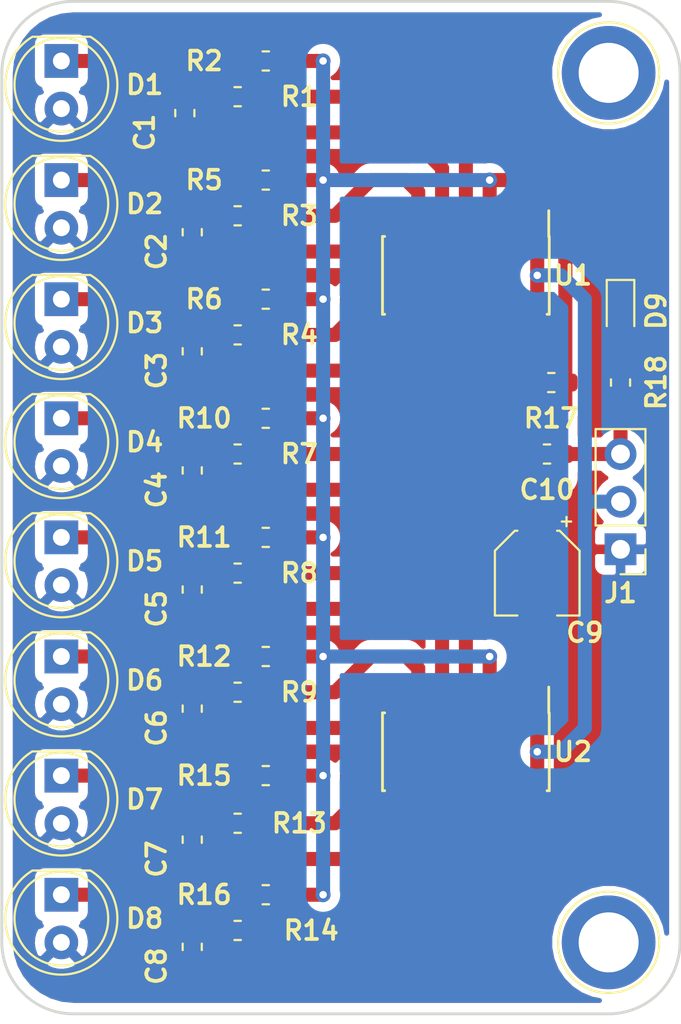
<source format=kicad_pcb>
(kicad_pcb (version 20171130) (host pcbnew "(6.0.0-rc1-dev)")

  (general
    (thickness 1.6)
    (drawings 8)
    (tracks 171)
    (zones 0)
    (modules 42)
    (nets 21)
  )

  (page A4)
  (layers
    (0 F.Cu signal)
    (31 B.Cu signal)
    (32 B.Adhes user)
    (33 F.Adhes user)
    (34 B.Paste user)
    (35 F.Paste user)
    (36 B.SilkS user)
    (37 F.SilkS user)
    (38 B.Mask user)
    (39 F.Mask user)
    (40 Dwgs.User user)
    (41 Cmts.User user)
    (42 Eco1.User user)
    (43 Eco2.User user)
    (44 Edge.Cuts user)
    (45 Margin user)
    (46 B.CrtYd user)
    (47 F.CrtYd user)
    (48 B.Fab user)
    (49 F.Fab user hide)
  )

  (setup
    (last_trace_width 0.25)
    (user_trace_width 0.3)
    (user_trace_width 0.5)
    (user_trace_width 0.75)
    (user_trace_width 1)
    (trace_clearance 0.2)
    (zone_clearance 0.508)
    (zone_45_only yes)
    (trace_min 0.2)
    (segment_width 0.2)
    (edge_width 0.15)
    (via_size 0.8)
    (via_drill 0.4)
    (via_min_size 0.4)
    (via_min_drill 0.3)
    (user_via 0.8 0.4)
    (uvia_size 0.3)
    (uvia_drill 0.1)
    (uvias_allowed no)
    (uvia_min_size 0.2)
    (uvia_min_drill 0.1)
    (pcb_text_width 0.3)
    (pcb_text_size 1.5 1.5)
    (mod_edge_width 0.15)
    (mod_text_size 1 1)
    (mod_text_width 0.2)
    (pad_size 5 5)
    (pad_drill 3.2)
    (pad_to_mask_clearance 0.2)
    (aux_axis_origin 0 0)
    (visible_elements FFFFFF7F)
    (pcbplotparams
      (layerselection 0x010fc_ffffffff)
      (usegerberextensions false)
      (usegerberattributes false)
      (usegerberadvancedattributes false)
      (creategerberjobfile false)
      (excludeedgelayer true)
      (linewidth 0.100000)
      (plotframeref false)
      (viasonmask false)
      (mode 1)
      (useauxorigin false)
      (hpglpennumber 1)
      (hpglpenspeed 20)
      (hpglpendiameter 15.000000)
      (psnegative false)
      (psa4output false)
      (plotreference true)
      (plotvalue true)
      (plotinvisibletext false)
      (padsonsilk false)
      (subtractmaskfromsilk false)
      (outputformat 1)
      (mirror false)
      (drillshape 1)
      (scaleselection 1)
      (outputdirectory ""))
  )

  (net 0 "")
  (net 1 GND)
  (net 2 "Net-(C1-Pad1)")
  (net 3 "Net-(C2-Pad1)")
  (net 4 "Net-(C3-Pad1)")
  (net 5 "Net-(C4-Pad1)")
  (net 6 "Net-(C5-Pad1)")
  (net 7 "Net-(C6-Pad1)")
  (net 8 "Net-(C7-Pad1)")
  (net 9 "Net-(C8-Pad1)")
  (net 10 +5V)
  (net 11 "Net-(D1-Pad1)")
  (net 12 "Net-(D2-Pad1)")
  (net 13 "Net-(D3-Pad1)")
  (net 14 "Net-(D4-Pad1)")
  (net 15 "Net-(D5-Pad1)")
  (net 16 "Net-(D6-Pad1)")
  (net 17 "Net-(D7-Pad1)")
  (net 18 "Net-(D8-Pad1)")
  (net 19 "Net-(D9-Pad2)")
  (net 20 trigger)

  (net_class Default "This is the default net class."
    (clearance 0.2)
    (trace_width 0.25)
    (via_dia 0.8)
    (via_drill 0.4)
    (uvia_dia 0.3)
    (uvia_drill 0.1)
    (add_net +5V)
    (add_net GND)
    (add_net "Net-(C1-Pad1)")
    (add_net "Net-(C2-Pad1)")
    (add_net "Net-(C3-Pad1)")
    (add_net "Net-(C4-Pad1)")
    (add_net "Net-(C5-Pad1)")
    (add_net "Net-(C6-Pad1)")
    (add_net "Net-(C7-Pad1)")
    (add_net "Net-(C8-Pad1)")
    (add_net "Net-(D1-Pad1)")
    (add_net "Net-(D2-Pad1)")
    (add_net "Net-(D3-Pad1)")
    (add_net "Net-(D4-Pad1)")
    (add_net "Net-(D5-Pad1)")
    (add_net "Net-(D6-Pad1)")
    (add_net "Net-(D7-Pad1)")
    (add_net "Net-(D8-Pad1)")
    (add_net "Net-(D9-Pad2)")
    (add_net trigger)
  )

  (module TestPoint:TestPoint_Loop_D3.80mm_Drill2.8mm (layer F.Cu) (tedit 5B674B72) (tstamp 5B7F7503)
    (at 148.59 123.19)
    (descr "wire loop as test point, loop diameter 3.8mm, hole diameter 2.8mm")
    (tags "test point wire loop bead")
    (fp_text reference REF** (at 0.5 3.5) (layer F.SilkS) hide
      (effects (font (size 1 1) (thickness 0.2)))
    )
    (fp_text value TestPoint_Loop_D3.80mm_Drill2.8mm (at 0 -3.5) (layer F.Fab)
      (effects (font (size 1 1) (thickness 0.15)))
    )
    (fp_line (start -1.9 -0.3) (end -1.9 0.3) (layer F.Fab) (width 0.12))
    (fp_line (start -1.9 0.3) (end 1.9 0.3) (layer F.Fab) (width 0.12))
    (fp_line (start 1.9 0.3) (end 1.9 -0.3) (layer F.Fab) (width 0.12))
    (fp_line (start 1.9 -0.3) (end -1.9 -0.3) (layer F.Fab) (width 0.12))
    (fp_circle (center 0 0) (end 2.9 0) (layer F.CrtYd) (width 0.05))
    (fp_circle (center 0 0) (end 2.7 0) (layer F.SilkS) (width 0.12))
    (fp_text user %R (at 0.5 3.5) (layer F.Fab)
      (effects (font (size 1 1) (thickness 0.15)))
    )
    (pad 1 thru_hole circle (at 0 0) (size 5 5) (drill 3.2) (layers *.Cu *.Mask))
    (model ${KISYS3DMOD}/TestPoint.3dshapes/TestPoint_Loop_D3.80mm_Drill2.8mm.wrl
      (at (xyz 0 0 0))
      (scale (xyz 1 1 1))
      (rotate (xyz 0 0 0))
    )
  )

  (module Capacitor_SMD:CP_Elec_4x4.5 (layer F.Cu) (tedit 5A841F9D) (tstamp 5B739CBB)
    (at 144.78 103.505 270)
    (descr "SMT capacitor, aluminium electrolytic, 4x4.5, Nichicon ")
    (tags "Capacitor Electrolytic")
    (path /5A698183)
    (attr smd)
    (fp_text reference C9 (at 3.175 -2.54) (layer F.SilkS)
      (effects (font (size 1 1) (thickness 0.2)))
    )
    (fp_text value 10uF (at 0 3.2 270) (layer F.Fab)
      (effects (font (size 1 1) (thickness 0.15)))
    )
    (fp_circle (center 0 0) (end 2 0) (layer F.Fab) (width 0.1))
    (fp_line (start 2.15 -2.15) (end 2.15 2.15) (layer F.Fab) (width 0.1))
    (fp_line (start -1.15 -2.15) (end 2.15 -2.15) (layer F.Fab) (width 0.1))
    (fp_line (start -1.15 2.15) (end 2.15 2.15) (layer F.Fab) (width 0.1))
    (fp_line (start -2.15 -1.15) (end -2.15 1.15) (layer F.Fab) (width 0.1))
    (fp_line (start -2.15 -1.15) (end -1.15 -2.15) (layer F.Fab) (width 0.1))
    (fp_line (start -2.15 1.15) (end -1.15 2.15) (layer F.Fab) (width 0.1))
    (fp_line (start -1.574773 -1) (end -1.174773 -1) (layer F.Fab) (width 0.1))
    (fp_line (start -1.374773 -1.2) (end -1.374773 -0.8) (layer F.Fab) (width 0.1))
    (fp_line (start 2.26 2.26) (end 2.26 1.06) (layer F.SilkS) (width 0.12))
    (fp_line (start 2.26 -2.26) (end 2.26 -1.06) (layer F.SilkS) (width 0.12))
    (fp_line (start -1.195563 -2.26) (end 2.26 -2.26) (layer F.SilkS) (width 0.12))
    (fp_line (start -1.195563 2.26) (end 2.26 2.26) (layer F.SilkS) (width 0.12))
    (fp_line (start -2.26 1.195563) (end -2.26 1.06) (layer F.SilkS) (width 0.12))
    (fp_line (start -2.26 -1.195563) (end -2.26 -1.06) (layer F.SilkS) (width 0.12))
    (fp_line (start -2.26 -1.195563) (end -1.195563 -2.26) (layer F.SilkS) (width 0.12))
    (fp_line (start -2.26 1.195563) (end -1.195563 2.26) (layer F.SilkS) (width 0.12))
    (fp_line (start -3 -1.56) (end -2.5 -1.56) (layer F.SilkS) (width 0.12))
    (fp_line (start -2.75 -1.81) (end -2.75 -1.31) (layer F.SilkS) (width 0.12))
    (fp_line (start 2.4 -2.4) (end 2.4 -1.05) (layer F.CrtYd) (width 0.05))
    (fp_line (start 2.4 -1.05) (end 3.35 -1.05) (layer F.CrtYd) (width 0.05))
    (fp_line (start 3.35 -1.05) (end 3.35 1.05) (layer F.CrtYd) (width 0.05))
    (fp_line (start 3.35 1.05) (end 2.4 1.05) (layer F.CrtYd) (width 0.05))
    (fp_line (start 2.4 1.05) (end 2.4 2.4) (layer F.CrtYd) (width 0.05))
    (fp_line (start -1.25 2.4) (end 2.4 2.4) (layer F.CrtYd) (width 0.05))
    (fp_line (start -1.25 -2.4) (end 2.4 -2.4) (layer F.CrtYd) (width 0.05))
    (fp_line (start -2.4 1.25) (end -1.25 2.4) (layer F.CrtYd) (width 0.05))
    (fp_line (start -2.4 -1.25) (end -1.25 -2.4) (layer F.CrtYd) (width 0.05))
    (fp_line (start -2.4 -1.25) (end -2.4 -1.05) (layer F.CrtYd) (width 0.05))
    (fp_line (start -2.4 1.05) (end -2.4 1.25) (layer F.CrtYd) (width 0.05))
    (fp_line (start -2.4 -1.05) (end -3.35 -1.05) (layer F.CrtYd) (width 0.05))
    (fp_line (start -3.35 -1.05) (end -3.35 1.05) (layer F.CrtYd) (width 0.05))
    (fp_line (start -3.35 1.05) (end -2.4 1.05) (layer F.CrtYd) (width 0.05))
    (fp_text user %R (at 0 0 270) (layer F.Fab)
      (effects (font (size 0.8 0.8) (thickness 0.12)))
    )
    (pad 1 smd rect (at -1.8 0 270) (size 2.6 1.6) (layers F.Cu F.Paste F.Mask)
      (net 10 +5V))
    (pad 2 smd rect (at 1.8 0 270) (size 2.6 1.6) (layers F.Cu F.Paste F.Mask)
      (net 1 GND))
    (model ${KISYS3DMOD}/Capacitor_SMD.3dshapes/CP_Elec_4x4.5.wrl
      (at (xyz 0 0 0))
      (scale (xyz 1 1 1))
      (rotate (xyz 0 0 0))
    )
  )

  (module Capacitor_SMD:C_0603_1608Metric_Pad1.05x0.95mm_HandSolder (layer F.Cu) (tedit 5B301BBE) (tstamp 5B739CAB)
    (at 145.3 97.155 180)
    (descr "Capacitor SMD 0603 (1608 Metric), square (rectangular) end terminal, IPC_7351 nominal with elongated pad for handsoldering. (Body size source: http://www.tortai-tech.com/upload/download/2011102023233369053.pdf), generated with kicad-footprint-generator")
    (tags "capacitor handsolder")
    (path /5A69806C)
    (attr smd)
    (fp_text reference C10 (at 0 -1.905 180) (layer F.SilkS)
      (effects (font (size 1 1) (thickness 0.2)))
    )
    (fp_text value 100nF (at 0 1.43 180) (layer F.Fab)
      (effects (font (size 1 1) (thickness 0.15)))
    )
    (fp_line (start -0.8 0.4) (end -0.8 -0.4) (layer F.Fab) (width 0.1))
    (fp_line (start -0.8 -0.4) (end 0.8 -0.4) (layer F.Fab) (width 0.1))
    (fp_line (start 0.8 -0.4) (end 0.8 0.4) (layer F.Fab) (width 0.1))
    (fp_line (start 0.8 0.4) (end -0.8 0.4) (layer F.Fab) (width 0.1))
    (fp_line (start -0.171267 -0.51) (end 0.171267 -0.51) (layer F.SilkS) (width 0.12))
    (fp_line (start -0.171267 0.51) (end 0.171267 0.51) (layer F.SilkS) (width 0.12))
    (fp_line (start -1.65 0.73) (end -1.65 -0.73) (layer F.CrtYd) (width 0.05))
    (fp_line (start -1.65 -0.73) (end 1.65 -0.73) (layer F.CrtYd) (width 0.05))
    (fp_line (start 1.65 -0.73) (end 1.65 0.73) (layer F.CrtYd) (width 0.05))
    (fp_line (start 1.65 0.73) (end -1.65 0.73) (layer F.CrtYd) (width 0.05))
    (fp_text user %R (at 0 0 180) (layer F.Fab)
      (effects (font (size 0.4 0.4) (thickness 0.06)))
    )
    (pad 1 smd roundrect (at -0.875 0 180) (size 1.05 0.95) (layers F.Cu F.Paste F.Mask) (roundrect_rratio 0.25)
      (net 10 +5V))
    (pad 2 smd roundrect (at 0.875 0 180) (size 1.05 0.95) (layers F.Cu F.Paste F.Mask) (roundrect_rratio 0.25)
      (net 1 GND))
    (model ${KISYS3DMOD}/Capacitor_SMD.3dshapes/C_0603_1608Metric.wrl
      (at (xyz 0 0 0))
      (scale (xyz 1 1 1))
      (rotate (xyz 0 0 0))
    )
  )

  (module Capacitor_SMD:C_0603_1608Metric_Pad1.05x0.95mm_HandSolder (layer F.Cu) (tedit 5B301BBE) (tstamp 5B739C9B)
    (at 126.365 123.43 270)
    (descr "Capacitor SMD 0603 (1608 Metric), square (rectangular) end terminal, IPC_7351 nominal with elongated pad for handsoldering. (Body size source: http://www.tortai-tech.com/upload/download/2011102023233369053.pdf), generated with kicad-footprint-generator")
    (tags "capacitor handsolder")
    (path /5A673777)
    (attr smd)
    (fp_text reference C8 (at 1.03 1.905 270) (layer F.SilkS)
      (effects (font (size 1 1) (thickness 0.2)))
    )
    (fp_text value 100nF (at 0 1.43 270) (layer F.Fab)
      (effects (font (size 1 1) (thickness 0.15)))
    )
    (fp_text user %R (at 0 0 270) (layer F.Fab)
      (effects (font (size 0.4 0.4) (thickness 0.06)))
    )
    (fp_line (start 1.65 0.73) (end -1.65 0.73) (layer F.CrtYd) (width 0.05))
    (fp_line (start 1.65 -0.73) (end 1.65 0.73) (layer F.CrtYd) (width 0.05))
    (fp_line (start -1.65 -0.73) (end 1.65 -0.73) (layer F.CrtYd) (width 0.05))
    (fp_line (start -1.65 0.73) (end -1.65 -0.73) (layer F.CrtYd) (width 0.05))
    (fp_line (start -0.171267 0.51) (end 0.171267 0.51) (layer F.SilkS) (width 0.12))
    (fp_line (start -0.171267 -0.51) (end 0.171267 -0.51) (layer F.SilkS) (width 0.12))
    (fp_line (start 0.8 0.4) (end -0.8 0.4) (layer F.Fab) (width 0.1))
    (fp_line (start 0.8 -0.4) (end 0.8 0.4) (layer F.Fab) (width 0.1))
    (fp_line (start -0.8 -0.4) (end 0.8 -0.4) (layer F.Fab) (width 0.1))
    (fp_line (start -0.8 0.4) (end -0.8 -0.4) (layer F.Fab) (width 0.1))
    (pad 2 smd roundrect (at 0.875 0 270) (size 1.05 0.95) (layers F.Cu F.Paste F.Mask) (roundrect_rratio 0.25)
      (net 1 GND))
    (pad 1 smd roundrect (at -0.875 0 270) (size 1.05 0.95) (layers F.Cu F.Paste F.Mask) (roundrect_rratio 0.25)
      (net 9 "Net-(C8-Pad1)"))
    (model ${KISYS3DMOD}/Capacitor_SMD.3dshapes/C_0603_1608Metric.wrl
      (at (xyz 0 0 0))
      (scale (xyz 1 1 1))
      (rotate (xyz 0 0 0))
    )
  )

  (module Capacitor_SMD:C_0603_1608Metric_Pad1.05x0.95mm_HandSolder (layer F.Cu) (tedit 5B301BBE) (tstamp 5B739C8B)
    (at 126.365 117.715 270)
    (descr "Capacitor SMD 0603 (1608 Metric), square (rectangular) end terminal, IPC_7351 nominal with elongated pad for handsoldering. (Body size source: http://www.tortai-tech.com/upload/download/2011102023233369053.pdf), generated with kicad-footprint-generator")
    (tags "capacitor handsolder")
    (path /5A673724)
    (attr smd)
    (fp_text reference C7 (at 1.03 1.905 270) (layer F.SilkS)
      (effects (font (size 1 1) (thickness 0.2)))
    )
    (fp_text value 100nF (at 0 1.43 270) (layer F.Fab)
      (effects (font (size 1 1) (thickness 0.15)))
    )
    (fp_line (start -0.8 0.4) (end -0.8 -0.4) (layer F.Fab) (width 0.1))
    (fp_line (start -0.8 -0.4) (end 0.8 -0.4) (layer F.Fab) (width 0.1))
    (fp_line (start 0.8 -0.4) (end 0.8 0.4) (layer F.Fab) (width 0.1))
    (fp_line (start 0.8 0.4) (end -0.8 0.4) (layer F.Fab) (width 0.1))
    (fp_line (start -0.171267 -0.51) (end 0.171267 -0.51) (layer F.SilkS) (width 0.12))
    (fp_line (start -0.171267 0.51) (end 0.171267 0.51) (layer F.SilkS) (width 0.12))
    (fp_line (start -1.65 0.73) (end -1.65 -0.73) (layer F.CrtYd) (width 0.05))
    (fp_line (start -1.65 -0.73) (end 1.65 -0.73) (layer F.CrtYd) (width 0.05))
    (fp_line (start 1.65 -0.73) (end 1.65 0.73) (layer F.CrtYd) (width 0.05))
    (fp_line (start 1.65 0.73) (end -1.65 0.73) (layer F.CrtYd) (width 0.05))
    (fp_text user %R (at 0 0 270) (layer F.Fab)
      (effects (font (size 0.4 0.4) (thickness 0.06)))
    )
    (pad 1 smd roundrect (at -0.875 0 270) (size 1.05 0.95) (layers F.Cu F.Paste F.Mask) (roundrect_rratio 0.25)
      (net 8 "Net-(C7-Pad1)"))
    (pad 2 smd roundrect (at 0.875 0 270) (size 1.05 0.95) (layers F.Cu F.Paste F.Mask) (roundrect_rratio 0.25)
      (net 1 GND))
    (model ${KISYS3DMOD}/Capacitor_SMD.3dshapes/C_0603_1608Metric.wrl
      (at (xyz 0 0 0))
      (scale (xyz 1 1 1))
      (rotate (xyz 0 0 0))
    )
  )

  (module Capacitor_SMD:C_0603_1608Metric_Pad1.05x0.95mm_HandSolder (layer F.Cu) (tedit 5B301BBE) (tstamp 5B739C7B)
    (at 126.365 110.73 270)
    (descr "Capacitor SMD 0603 (1608 Metric), square (rectangular) end terminal, IPC_7351 nominal with elongated pad for handsoldering. (Body size source: http://www.tortai-tech.com/upload/download/2011102023233369053.pdf), generated with kicad-footprint-generator")
    (tags "capacitor handsolder")
    (path /5A66A703)
    (attr smd)
    (fp_text reference C6 (at 1.03 1.905 270) (layer F.SilkS)
      (effects (font (size 1 1) (thickness 0.2)))
    )
    (fp_text value 100nF (at 0 1.43 270) (layer F.Fab)
      (effects (font (size 1 1) (thickness 0.15)))
    )
    (fp_text user %R (at 0 0 270) (layer F.Fab)
      (effects (font (size 0.4 0.4) (thickness 0.06)))
    )
    (fp_line (start 1.65 0.73) (end -1.65 0.73) (layer F.CrtYd) (width 0.05))
    (fp_line (start 1.65 -0.73) (end 1.65 0.73) (layer F.CrtYd) (width 0.05))
    (fp_line (start -1.65 -0.73) (end 1.65 -0.73) (layer F.CrtYd) (width 0.05))
    (fp_line (start -1.65 0.73) (end -1.65 -0.73) (layer F.CrtYd) (width 0.05))
    (fp_line (start -0.171267 0.51) (end 0.171267 0.51) (layer F.SilkS) (width 0.12))
    (fp_line (start -0.171267 -0.51) (end 0.171267 -0.51) (layer F.SilkS) (width 0.12))
    (fp_line (start 0.8 0.4) (end -0.8 0.4) (layer F.Fab) (width 0.1))
    (fp_line (start 0.8 -0.4) (end 0.8 0.4) (layer F.Fab) (width 0.1))
    (fp_line (start -0.8 -0.4) (end 0.8 -0.4) (layer F.Fab) (width 0.1))
    (fp_line (start -0.8 0.4) (end -0.8 -0.4) (layer F.Fab) (width 0.1))
    (pad 2 smd roundrect (at 0.875 0 270) (size 1.05 0.95) (layers F.Cu F.Paste F.Mask) (roundrect_rratio 0.25)
      (net 1 GND))
    (pad 1 smd roundrect (at -0.875 0 270) (size 1.05 0.95) (layers F.Cu F.Paste F.Mask) (roundrect_rratio 0.25)
      (net 7 "Net-(C6-Pad1)"))
    (model ${KISYS3DMOD}/Capacitor_SMD.3dshapes/C_0603_1608Metric.wrl
      (at (xyz 0 0 0))
      (scale (xyz 1 1 1))
      (rotate (xyz 0 0 0))
    )
  )

  (module Capacitor_SMD:C_0603_1608Metric_Pad1.05x0.95mm_HandSolder (layer F.Cu) (tedit 5B301BBE) (tstamp 5B739C6B)
    (at 126.365 104.38 270)
    (descr "Capacitor SMD 0603 (1608 Metric), square (rectangular) end terminal, IPC_7351 nominal with elongated pad for handsoldering. (Body size source: http://www.tortai-tech.com/upload/download/2011102023233369053.pdf), generated with kicad-footprint-generator")
    (tags "capacitor handsolder")
    (path /5A66A6B0)
    (attr smd)
    (fp_text reference C5 (at 1.03 1.905 270) (layer F.SilkS)
      (effects (font (size 1 1) (thickness 0.2)))
    )
    (fp_text value 100nF (at 0 1.43 270) (layer F.Fab)
      (effects (font (size 1 1) (thickness 0.15)))
    )
    (fp_line (start -0.8 0.4) (end -0.8 -0.4) (layer F.Fab) (width 0.1))
    (fp_line (start -0.8 -0.4) (end 0.8 -0.4) (layer F.Fab) (width 0.1))
    (fp_line (start 0.8 -0.4) (end 0.8 0.4) (layer F.Fab) (width 0.1))
    (fp_line (start 0.8 0.4) (end -0.8 0.4) (layer F.Fab) (width 0.1))
    (fp_line (start -0.171267 -0.51) (end 0.171267 -0.51) (layer F.SilkS) (width 0.12))
    (fp_line (start -0.171267 0.51) (end 0.171267 0.51) (layer F.SilkS) (width 0.12))
    (fp_line (start -1.65 0.73) (end -1.65 -0.73) (layer F.CrtYd) (width 0.05))
    (fp_line (start -1.65 -0.73) (end 1.65 -0.73) (layer F.CrtYd) (width 0.05))
    (fp_line (start 1.65 -0.73) (end 1.65 0.73) (layer F.CrtYd) (width 0.05))
    (fp_line (start 1.65 0.73) (end -1.65 0.73) (layer F.CrtYd) (width 0.05))
    (fp_text user %R (at 0 0 270) (layer F.Fab)
      (effects (font (size 0.4 0.4) (thickness 0.06)))
    )
    (pad 1 smd roundrect (at -0.875 0 270) (size 1.05 0.95) (layers F.Cu F.Paste F.Mask) (roundrect_rratio 0.25)
      (net 6 "Net-(C5-Pad1)"))
    (pad 2 smd roundrect (at 0.875 0 270) (size 1.05 0.95) (layers F.Cu F.Paste F.Mask) (roundrect_rratio 0.25)
      (net 1 GND))
    (model ${KISYS3DMOD}/Capacitor_SMD.3dshapes/C_0603_1608Metric.wrl
      (at (xyz 0 0 0))
      (scale (xyz 1 1 1))
      (rotate (xyz 0 0 0))
    )
  )

  (module Capacitor_SMD:C_0603_1608Metric_Pad1.05x0.95mm_HandSolder (layer F.Cu) (tedit 5B301BBE) (tstamp 5B739C5B)
    (at 126.365 98.03 270)
    (descr "Capacitor SMD 0603 (1608 Metric), square (rectangular) end terminal, IPC_7351 nominal with elongated pad for handsoldering. (Body size source: http://www.tortai-tech.com/upload/download/2011102023233369053.pdf), generated with kicad-footprint-generator")
    (tags "capacitor handsolder")
    (path /5A66A65D)
    (attr smd)
    (fp_text reference C4 (at 1.03 1.905 270) (layer F.SilkS)
      (effects (font (size 1 1) (thickness 0.2)))
    )
    (fp_text value 100nF (at 0 1.43 270) (layer F.Fab)
      (effects (font (size 1 1) (thickness 0.15)))
    )
    (fp_text user %R (at 0 0 270) (layer F.Fab)
      (effects (font (size 0.4 0.4) (thickness 0.06)))
    )
    (fp_line (start 1.65 0.73) (end -1.65 0.73) (layer F.CrtYd) (width 0.05))
    (fp_line (start 1.65 -0.73) (end 1.65 0.73) (layer F.CrtYd) (width 0.05))
    (fp_line (start -1.65 -0.73) (end 1.65 -0.73) (layer F.CrtYd) (width 0.05))
    (fp_line (start -1.65 0.73) (end -1.65 -0.73) (layer F.CrtYd) (width 0.05))
    (fp_line (start -0.171267 0.51) (end 0.171267 0.51) (layer F.SilkS) (width 0.12))
    (fp_line (start -0.171267 -0.51) (end 0.171267 -0.51) (layer F.SilkS) (width 0.12))
    (fp_line (start 0.8 0.4) (end -0.8 0.4) (layer F.Fab) (width 0.1))
    (fp_line (start 0.8 -0.4) (end 0.8 0.4) (layer F.Fab) (width 0.1))
    (fp_line (start -0.8 -0.4) (end 0.8 -0.4) (layer F.Fab) (width 0.1))
    (fp_line (start -0.8 0.4) (end -0.8 -0.4) (layer F.Fab) (width 0.1))
    (pad 2 smd roundrect (at 0.875 0 270) (size 1.05 0.95) (layers F.Cu F.Paste F.Mask) (roundrect_rratio 0.25)
      (net 1 GND))
    (pad 1 smd roundrect (at -0.875 0 270) (size 1.05 0.95) (layers F.Cu F.Paste F.Mask) (roundrect_rratio 0.25)
      (net 5 "Net-(C4-Pad1)"))
    (model ${KISYS3DMOD}/Capacitor_SMD.3dshapes/C_0603_1608Metric.wrl
      (at (xyz 0 0 0))
      (scale (xyz 1 1 1))
      (rotate (xyz 0 0 0))
    )
  )

  (module Capacitor_SMD:C_0603_1608Metric_Pad1.05x0.95mm_HandSolder (layer F.Cu) (tedit 5B301BBE) (tstamp 5B739C4B)
    (at 126.365 91.68 270)
    (descr "Capacitor SMD 0603 (1608 Metric), square (rectangular) end terminal, IPC_7351 nominal with elongated pad for handsoldering. (Body size source: http://www.tortai-tech.com/upload/download/2011102023233369053.pdf), generated with kicad-footprint-generator")
    (tags "capacitor handsolder")
    (path /5A668C54)
    (attr smd)
    (fp_text reference C3 (at 1.03 1.905 270) (layer F.SilkS)
      (effects (font (size 1 1) (thickness 0.2)))
    )
    (fp_text value 100nF (at 0 1.43 270) (layer F.Fab)
      (effects (font (size 1 1) (thickness 0.15)))
    )
    (fp_line (start -0.8 0.4) (end -0.8 -0.4) (layer F.Fab) (width 0.1))
    (fp_line (start -0.8 -0.4) (end 0.8 -0.4) (layer F.Fab) (width 0.1))
    (fp_line (start 0.8 -0.4) (end 0.8 0.4) (layer F.Fab) (width 0.1))
    (fp_line (start 0.8 0.4) (end -0.8 0.4) (layer F.Fab) (width 0.1))
    (fp_line (start -0.171267 -0.51) (end 0.171267 -0.51) (layer F.SilkS) (width 0.12))
    (fp_line (start -0.171267 0.51) (end 0.171267 0.51) (layer F.SilkS) (width 0.12))
    (fp_line (start -1.65 0.73) (end -1.65 -0.73) (layer F.CrtYd) (width 0.05))
    (fp_line (start -1.65 -0.73) (end 1.65 -0.73) (layer F.CrtYd) (width 0.05))
    (fp_line (start 1.65 -0.73) (end 1.65 0.73) (layer F.CrtYd) (width 0.05))
    (fp_line (start 1.65 0.73) (end -1.65 0.73) (layer F.CrtYd) (width 0.05))
    (fp_text user %R (at 0 0 270) (layer F.Fab)
      (effects (font (size 0.4 0.4) (thickness 0.06)))
    )
    (pad 1 smd roundrect (at -0.875 0 270) (size 1.05 0.95) (layers F.Cu F.Paste F.Mask) (roundrect_rratio 0.25)
      (net 4 "Net-(C3-Pad1)"))
    (pad 2 smd roundrect (at 0.875 0 270) (size 1.05 0.95) (layers F.Cu F.Paste F.Mask) (roundrect_rratio 0.25)
      (net 1 GND))
    (model ${KISYS3DMOD}/Capacitor_SMD.3dshapes/C_0603_1608Metric.wrl
      (at (xyz 0 0 0))
      (scale (xyz 1 1 1))
      (rotate (xyz 0 0 0))
    )
  )

  (module Capacitor_SMD:C_0603_1608Metric_Pad1.05x0.95mm_HandSolder (layer F.Cu) (tedit 5B301BBE) (tstamp 5B739C3B)
    (at 126.365 85.33 270)
    (descr "Capacitor SMD 0603 (1608 Metric), square (rectangular) end terminal, IPC_7351 nominal with elongated pad for handsoldering. (Body size source: http://www.tortai-tech.com/upload/download/2011102023233369053.pdf), generated with kicad-footprint-generator")
    (tags "capacitor handsolder")
    (path /5A6682B3)
    (attr smd)
    (fp_text reference C2 (at 1.03 1.905 270) (layer F.SilkS)
      (effects (font (size 1 1) (thickness 0.2)))
    )
    (fp_text value 100nF (at 0 1.43 270) (layer F.Fab)
      (effects (font (size 1 1) (thickness 0.15)))
    )
    (fp_text user %R (at 0 0 270) (layer F.Fab)
      (effects (font (size 0.4 0.4) (thickness 0.06)))
    )
    (fp_line (start 1.65 0.73) (end -1.65 0.73) (layer F.CrtYd) (width 0.05))
    (fp_line (start 1.65 -0.73) (end 1.65 0.73) (layer F.CrtYd) (width 0.05))
    (fp_line (start -1.65 -0.73) (end 1.65 -0.73) (layer F.CrtYd) (width 0.05))
    (fp_line (start -1.65 0.73) (end -1.65 -0.73) (layer F.CrtYd) (width 0.05))
    (fp_line (start -0.171267 0.51) (end 0.171267 0.51) (layer F.SilkS) (width 0.12))
    (fp_line (start -0.171267 -0.51) (end 0.171267 -0.51) (layer F.SilkS) (width 0.12))
    (fp_line (start 0.8 0.4) (end -0.8 0.4) (layer F.Fab) (width 0.1))
    (fp_line (start 0.8 -0.4) (end 0.8 0.4) (layer F.Fab) (width 0.1))
    (fp_line (start -0.8 -0.4) (end 0.8 -0.4) (layer F.Fab) (width 0.1))
    (fp_line (start -0.8 0.4) (end -0.8 -0.4) (layer F.Fab) (width 0.1))
    (pad 2 smd roundrect (at 0.875 0 270) (size 1.05 0.95) (layers F.Cu F.Paste F.Mask) (roundrect_rratio 0.25)
      (net 1 GND))
    (pad 1 smd roundrect (at -0.875 0 270) (size 1.05 0.95) (layers F.Cu F.Paste F.Mask) (roundrect_rratio 0.25)
      (net 3 "Net-(C2-Pad1)"))
    (model ${KISYS3DMOD}/Capacitor_SMD.3dshapes/C_0603_1608Metric.wrl
      (at (xyz 0 0 0))
      (scale (xyz 1 1 1))
      (rotate (xyz 0 0 0))
    )
  )

  (module Capacitor_SMD:C_0603_1608Metric_Pad1.05x0.95mm_HandSolder (layer F.Cu) (tedit 5B301BBE) (tstamp 5B739C2B)
    (at 125.97 78.98 270)
    (descr "Capacitor SMD 0603 (1608 Metric), square (rectangular) end terminal, IPC_7351 nominal with elongated pad for handsoldering. (Body size source: http://www.tortai-tech.com/upload/download/2011102023233369053.pdf), generated with kicad-footprint-generator")
    (tags "capacitor handsolder")
    (path /5A6669B7)
    (attr smd)
    (fp_text reference C1 (at 1.03 2.145 270) (layer F.SilkS)
      (effects (font (size 1 1) (thickness 0.2)))
    )
    (fp_text value 100nF (at 0 1.43 270) (layer F.Fab)
      (effects (font (size 1 1) (thickness 0.15)))
    )
    (fp_line (start -0.8 0.4) (end -0.8 -0.4) (layer F.Fab) (width 0.1))
    (fp_line (start -0.8 -0.4) (end 0.8 -0.4) (layer F.Fab) (width 0.1))
    (fp_line (start 0.8 -0.4) (end 0.8 0.4) (layer F.Fab) (width 0.1))
    (fp_line (start 0.8 0.4) (end -0.8 0.4) (layer F.Fab) (width 0.1))
    (fp_line (start -0.171267 -0.51) (end 0.171267 -0.51) (layer F.SilkS) (width 0.12))
    (fp_line (start -0.171267 0.51) (end 0.171267 0.51) (layer F.SilkS) (width 0.12))
    (fp_line (start -1.65 0.73) (end -1.65 -0.73) (layer F.CrtYd) (width 0.05))
    (fp_line (start -1.65 -0.73) (end 1.65 -0.73) (layer F.CrtYd) (width 0.05))
    (fp_line (start 1.65 -0.73) (end 1.65 0.73) (layer F.CrtYd) (width 0.05))
    (fp_line (start 1.65 0.73) (end -1.65 0.73) (layer F.CrtYd) (width 0.05))
    (fp_text user %R (at 0 0 270) (layer F.Fab)
      (effects (font (size 0.4 0.4) (thickness 0.06)))
    )
    (pad 1 smd roundrect (at -0.875 0 270) (size 1.05 0.95) (layers F.Cu F.Paste F.Mask) (roundrect_rratio 0.25)
      (net 2 "Net-(C1-Pad1)"))
    (pad 2 smd roundrect (at 0.875 0 270) (size 1.05 0.95) (layers F.Cu F.Paste F.Mask) (roundrect_rratio 0.25)
      (net 1 GND))
    (model ${KISYS3DMOD}/Capacitor_SMD.3dshapes/C_0603_1608Metric.wrl
      (at (xyz 0 0 0))
      (scale (xyz 1 1 1))
      (rotate (xyz 0 0 0))
    )
  )

  (module Connector_PinHeader_2.54mm:PinHeader_1x03_P2.54mm_Vertical (layer F.Cu) (tedit 59FED5CC) (tstamp 5B739C15)
    (at 149.225 102.235 180)
    (descr "Through hole straight pin header, 1x03, 2.54mm pitch, single row")
    (tags "Through hole pin header THT 1x03 2.54mm single row")
    (path /5A676984)
    (fp_text reference J1 (at 0 -2.33 180) (layer F.SilkS)
      (effects (font (size 1 1) (thickness 0.2)))
    )
    (fp_text value Conn_01x03 (at 0 7.41 180) (layer F.Fab)
      (effects (font (size 1 1) (thickness 0.15)))
    )
    (fp_line (start -0.635 -1.27) (end 1.27 -1.27) (layer F.Fab) (width 0.1))
    (fp_line (start 1.27 -1.27) (end 1.27 6.35) (layer F.Fab) (width 0.1))
    (fp_line (start 1.27 6.35) (end -1.27 6.35) (layer F.Fab) (width 0.1))
    (fp_line (start -1.27 6.35) (end -1.27 -0.635) (layer F.Fab) (width 0.1))
    (fp_line (start -1.27 -0.635) (end -0.635 -1.27) (layer F.Fab) (width 0.1))
    (fp_line (start -1.33 6.41) (end 1.33 6.41) (layer F.SilkS) (width 0.12))
    (fp_line (start -1.33 1.27) (end -1.33 6.41) (layer F.SilkS) (width 0.12))
    (fp_line (start 1.33 1.27) (end 1.33 6.41) (layer F.SilkS) (width 0.12))
    (fp_line (start -1.33 1.27) (end 1.33 1.27) (layer F.SilkS) (width 0.12))
    (fp_line (start -1.33 0) (end -1.33 -1.33) (layer F.SilkS) (width 0.12))
    (fp_line (start -1.33 -1.33) (end 0 -1.33) (layer F.SilkS) (width 0.12))
    (fp_line (start -1.8 -1.8) (end -1.8 6.85) (layer F.CrtYd) (width 0.05))
    (fp_line (start -1.8 6.85) (end 1.8 6.85) (layer F.CrtYd) (width 0.05))
    (fp_line (start 1.8 6.85) (end 1.8 -1.8) (layer F.CrtYd) (width 0.05))
    (fp_line (start 1.8 -1.8) (end -1.8 -1.8) (layer F.CrtYd) (width 0.05))
    (fp_text user %R (at 0 2.54 270) (layer F.Fab)
      (effects (font (size 1 1) (thickness 0.15)))
    )
    (pad 1 thru_hole rect (at 0 0 180) (size 1.7 1.7) (drill 1) (layers *.Cu *.Mask)
      (net 1 GND))
    (pad 2 thru_hole oval (at 0 2.54 180) (size 1.7 1.7) (drill 1) (layers *.Cu *.Mask)
      (net 20 trigger))
    (pad 3 thru_hole oval (at 0 5.08 180) (size 1.7 1.7) (drill 1) (layers *.Cu *.Mask)
      (net 10 +5V))
    (model ${KISYS3DMOD}/Connector_PinHeader_2.54mm.3dshapes/PinHeader_1x03_P2.54mm_Vertical.wrl
      (at (xyz 0 0 0))
      (scale (xyz 1 1 1))
      (rotate (xyz 0 0 0))
    )
  )

  (module LED_SMD:LED_0603_1608Metric_Pad1.05x0.95mm_HandSolder (layer F.Cu) (tedit 5B4B45C9) (tstamp 5B739C03)
    (at 149.225 89.535 270)
    (descr "LED SMD 0603 (1608 Metric), square (rectangular) end terminal, IPC_7351 nominal, (Body size source: http://www.tortai-tech.com/upload/download/2011102023233369053.pdf), generated with kicad-footprint-generator")
    (tags "LED handsolder")
    (path /5A6AC497)
    (attr smd)
    (fp_text reference D9 (at 0 -1.905 270) (layer F.SilkS)
      (effects (font (size 1 1) (thickness 0.2)))
    )
    (fp_text value LED (at 0 1.43 270) (layer F.Fab)
      (effects (font (size 1 1) (thickness 0.15)))
    )
    (fp_line (start 0.8 -0.4) (end -0.5 -0.4) (layer F.Fab) (width 0.1))
    (fp_line (start -0.5 -0.4) (end -0.8 -0.1) (layer F.Fab) (width 0.1))
    (fp_line (start -0.8 -0.1) (end -0.8 0.4) (layer F.Fab) (width 0.1))
    (fp_line (start -0.8 0.4) (end 0.8 0.4) (layer F.Fab) (width 0.1))
    (fp_line (start 0.8 0.4) (end 0.8 -0.4) (layer F.Fab) (width 0.1))
    (fp_line (start 0.8 -0.735) (end -1.66 -0.735) (layer F.SilkS) (width 0.12))
    (fp_line (start -1.66 -0.735) (end -1.66 0.735) (layer F.SilkS) (width 0.12))
    (fp_line (start -1.66 0.735) (end 0.8 0.735) (layer F.SilkS) (width 0.12))
    (fp_line (start -1.65 0.73) (end -1.65 -0.73) (layer F.CrtYd) (width 0.05))
    (fp_line (start -1.65 -0.73) (end 1.65 -0.73) (layer F.CrtYd) (width 0.05))
    (fp_line (start 1.65 -0.73) (end 1.65 0.73) (layer F.CrtYd) (width 0.05))
    (fp_line (start 1.65 0.73) (end -1.65 0.73) (layer F.CrtYd) (width 0.05))
    (fp_text user %R (at 0 0 270) (layer F.Fab)
      (effects (font (size 0.4 0.4) (thickness 0.06)))
    )
    (pad 1 smd roundrect (at -0.875 0 270) (size 1.05 0.95) (layers F.Cu F.Paste F.Mask) (roundrect_rratio 0.25)
      (net 1 GND))
    (pad 2 smd roundrect (at 0.875 0 270) (size 1.05 0.95) (layers F.Cu F.Paste F.Mask) (roundrect_rratio 0.25)
      (net 19 "Net-(D9-Pad2)"))
    (model ${KISYS3DMOD}/LED_SMD.3dshapes/LED_0603_1608Metric.wrl
      (at (xyz 0 0 0))
      (scale (xyz 1 1 1))
      (rotate (xyz 0 0 0))
    )
  )

  (module LED_THT:LED_D5.0mm (layer F.Cu) (tedit 5995936A) (tstamp 5B739BF2)
    (at 119.38 114.3 270)
    (descr "LED, diameter 5.0mm, 2 pins, http://cdn-reichelt.de/documents/datenblatt/A500/LL-504BC2E-009.pdf")
    (tags "LED diameter 5.0mm 2 pins")
    (path /5A673748)
    (fp_text reference D7 (at 1.27 -4.445) (layer F.SilkS)
      (effects (font (size 1 1) (thickness 0.2)))
    )
    (fp_text value "BPV10NF " (at 1.27 3.96 270) (layer F.Fab)
      (effects (font (size 1 1) (thickness 0.15)))
    )
    (fp_text user %R (at 1.25 0 270) (layer F.Fab)
      (effects (font (size 0.8 0.8) (thickness 0.2)))
    )
    (fp_line (start 4.5 -3.25) (end -1.95 -3.25) (layer F.CrtYd) (width 0.05))
    (fp_line (start 4.5 3.25) (end 4.5 -3.25) (layer F.CrtYd) (width 0.05))
    (fp_line (start -1.95 3.25) (end 4.5 3.25) (layer F.CrtYd) (width 0.05))
    (fp_line (start -1.95 -3.25) (end -1.95 3.25) (layer F.CrtYd) (width 0.05))
    (fp_line (start -1.29 -1.545) (end -1.29 1.545) (layer F.SilkS) (width 0.12))
    (fp_line (start -1.23 -1.469694) (end -1.23 1.469694) (layer F.Fab) (width 0.1))
    (fp_circle (center 1.27 0) (end 3.77 0) (layer F.SilkS) (width 0.12))
    (fp_circle (center 1.27 0) (end 3.77 0) (layer F.Fab) (width 0.1))
    (fp_arc (start 1.27 0) (end -1.29 1.54483) (angle -148.9) (layer F.SilkS) (width 0.12))
    (fp_arc (start 1.27 0) (end -1.29 -1.54483) (angle 148.9) (layer F.SilkS) (width 0.12))
    (fp_arc (start 1.27 0) (end -1.23 -1.469694) (angle 299.1) (layer F.Fab) (width 0.1))
    (pad 2 thru_hole circle (at 2.54 0 270) (size 1.8 1.8) (drill 0.9) (layers *.Cu *.Mask)
      (net 1 GND))
    (pad 1 thru_hole rect (at 0 0 270) (size 1.8 1.8) (drill 0.9) (layers *.Cu *.Mask)
      (net 17 "Net-(D7-Pad1)"))
    (model ${KISYS3DMOD}/LED_THT.3dshapes/LED_D5.0mm.wrl
      (at (xyz 0 0 0))
      (scale (xyz 1 1 1))
      (rotate (xyz 0 0 0))
    )
  )

  (module LED_THT:LED_D5.0mm (layer F.Cu) (tedit 5995936A) (tstamp 5B739BE1)
    (at 119.38 107.95 270)
    (descr "LED, diameter 5.0mm, 2 pins, http://cdn-reichelt.de/documents/datenblatt/A500/LL-504BC2E-009.pdf")
    (tags "LED diameter 5.0mm 2 pins")
    (path /5A66A727)
    (fp_text reference D6 (at 1.27 -4.445) (layer F.SilkS)
      (effects (font (size 1 1) (thickness 0.2)))
    )
    (fp_text value "BPV10NF " (at 1.27 3.96 270) (layer F.Fab)
      (effects (font (size 1 1) (thickness 0.15)))
    )
    (fp_arc (start 1.27 0) (end -1.23 -1.469694) (angle 299.1) (layer F.Fab) (width 0.1))
    (fp_arc (start 1.27 0) (end -1.29 -1.54483) (angle 148.9) (layer F.SilkS) (width 0.12))
    (fp_arc (start 1.27 0) (end -1.29 1.54483) (angle -148.9) (layer F.SilkS) (width 0.12))
    (fp_circle (center 1.27 0) (end 3.77 0) (layer F.Fab) (width 0.1))
    (fp_circle (center 1.27 0) (end 3.77 0) (layer F.SilkS) (width 0.12))
    (fp_line (start -1.23 -1.469694) (end -1.23 1.469694) (layer F.Fab) (width 0.1))
    (fp_line (start -1.29 -1.545) (end -1.29 1.545) (layer F.SilkS) (width 0.12))
    (fp_line (start -1.95 -3.25) (end -1.95 3.25) (layer F.CrtYd) (width 0.05))
    (fp_line (start -1.95 3.25) (end 4.5 3.25) (layer F.CrtYd) (width 0.05))
    (fp_line (start 4.5 3.25) (end 4.5 -3.25) (layer F.CrtYd) (width 0.05))
    (fp_line (start 4.5 -3.25) (end -1.95 -3.25) (layer F.CrtYd) (width 0.05))
    (fp_text user %R (at 1.25 0 270) (layer F.Fab)
      (effects (font (size 0.8 0.8) (thickness 0.2)))
    )
    (pad 1 thru_hole rect (at 0 0 270) (size 1.8 1.8) (drill 0.9) (layers *.Cu *.Mask)
      (net 16 "Net-(D6-Pad1)"))
    (pad 2 thru_hole circle (at 2.54 0 270) (size 1.8 1.8) (drill 0.9) (layers *.Cu *.Mask)
      (net 1 GND))
    (model ${KISYS3DMOD}/LED_THT.3dshapes/LED_D5.0mm.wrl
      (at (xyz 0 0 0))
      (scale (xyz 1 1 1))
      (rotate (xyz 0 0 0))
    )
  )

  (module LED_THT:LED_D5.0mm (layer F.Cu) (tedit 5995936A) (tstamp 5B739BD0)
    (at 119.38 101.6 270)
    (descr "LED, diameter 5.0mm, 2 pins, http://cdn-reichelt.de/documents/datenblatt/A500/LL-504BC2E-009.pdf")
    (tags "LED diameter 5.0mm 2 pins")
    (path /5A66A6D4)
    (fp_text reference D5 (at 1.27 -4.445) (layer F.SilkS)
      (effects (font (size 1 1) (thickness 0.2)))
    )
    (fp_text value "BPV10NF " (at 1.27 3.96 270) (layer F.Fab)
      (effects (font (size 1 1) (thickness 0.15)))
    )
    (fp_text user %R (at 1.25 0 270) (layer F.Fab)
      (effects (font (size 0.8 0.8) (thickness 0.2)))
    )
    (fp_line (start 4.5 -3.25) (end -1.95 -3.25) (layer F.CrtYd) (width 0.05))
    (fp_line (start 4.5 3.25) (end 4.5 -3.25) (layer F.CrtYd) (width 0.05))
    (fp_line (start -1.95 3.25) (end 4.5 3.25) (layer F.CrtYd) (width 0.05))
    (fp_line (start -1.95 -3.25) (end -1.95 3.25) (layer F.CrtYd) (width 0.05))
    (fp_line (start -1.29 -1.545) (end -1.29 1.545) (layer F.SilkS) (width 0.12))
    (fp_line (start -1.23 -1.469694) (end -1.23 1.469694) (layer F.Fab) (width 0.1))
    (fp_circle (center 1.27 0) (end 3.77 0) (layer F.SilkS) (width 0.12))
    (fp_circle (center 1.27 0) (end 3.77 0) (layer F.Fab) (width 0.1))
    (fp_arc (start 1.27 0) (end -1.29 1.54483) (angle -148.9) (layer F.SilkS) (width 0.12))
    (fp_arc (start 1.27 0) (end -1.29 -1.54483) (angle 148.9) (layer F.SilkS) (width 0.12))
    (fp_arc (start 1.27 0) (end -1.23 -1.469694) (angle 299.1) (layer F.Fab) (width 0.1))
    (pad 2 thru_hole circle (at 2.54 0 270) (size 1.8 1.8) (drill 0.9) (layers *.Cu *.Mask)
      (net 1 GND))
    (pad 1 thru_hole rect (at 0 0 270) (size 1.8 1.8) (drill 0.9) (layers *.Cu *.Mask)
      (net 15 "Net-(D5-Pad1)"))
    (model ${KISYS3DMOD}/LED_THT.3dshapes/LED_D5.0mm.wrl
      (at (xyz 0 0 0))
      (scale (xyz 1 1 1))
      (rotate (xyz 0 0 0))
    )
  )

  (module LED_THT:LED_D5.0mm (layer F.Cu) (tedit 5995936A) (tstamp 5B739BBF)
    (at 119.38 95.25 270)
    (descr "LED, diameter 5.0mm, 2 pins, http://cdn-reichelt.de/documents/datenblatt/A500/LL-504BC2E-009.pdf")
    (tags "LED diameter 5.0mm 2 pins")
    (path /5A66A681)
    (fp_text reference D4 (at 1.27 -4.445) (layer F.SilkS)
      (effects (font (size 1 1) (thickness 0.2)))
    )
    (fp_text value "BPV10NF " (at 1.27 3.96 270) (layer F.Fab)
      (effects (font (size 1 1) (thickness 0.15)))
    )
    (fp_arc (start 1.27 0) (end -1.23 -1.469694) (angle 299.1) (layer F.Fab) (width 0.1))
    (fp_arc (start 1.27 0) (end -1.29 -1.54483) (angle 148.9) (layer F.SilkS) (width 0.12))
    (fp_arc (start 1.27 0) (end -1.29 1.54483) (angle -148.9) (layer F.SilkS) (width 0.12))
    (fp_circle (center 1.27 0) (end 3.77 0) (layer F.Fab) (width 0.1))
    (fp_circle (center 1.27 0) (end 3.77 0) (layer F.SilkS) (width 0.12))
    (fp_line (start -1.23 -1.469694) (end -1.23 1.469694) (layer F.Fab) (width 0.1))
    (fp_line (start -1.29 -1.545) (end -1.29 1.545) (layer F.SilkS) (width 0.12))
    (fp_line (start -1.95 -3.25) (end -1.95 3.25) (layer F.CrtYd) (width 0.05))
    (fp_line (start -1.95 3.25) (end 4.5 3.25) (layer F.CrtYd) (width 0.05))
    (fp_line (start 4.5 3.25) (end 4.5 -3.25) (layer F.CrtYd) (width 0.05))
    (fp_line (start 4.5 -3.25) (end -1.95 -3.25) (layer F.CrtYd) (width 0.05))
    (fp_text user %R (at 1.25 0 270) (layer F.Fab)
      (effects (font (size 0.8 0.8) (thickness 0.2)))
    )
    (pad 1 thru_hole rect (at 0 0 270) (size 1.8 1.8) (drill 0.9) (layers *.Cu *.Mask)
      (net 14 "Net-(D4-Pad1)"))
    (pad 2 thru_hole circle (at 2.54 0 270) (size 1.8 1.8) (drill 0.9) (layers *.Cu *.Mask)
      (net 1 GND))
    (model ${KISYS3DMOD}/LED_THT.3dshapes/LED_D5.0mm.wrl
      (at (xyz 0 0 0))
      (scale (xyz 1 1 1))
      (rotate (xyz 0 0 0))
    )
  )

  (module LED_THT:LED_D5.0mm (layer F.Cu) (tedit 5995936A) (tstamp 5B739BAE)
    (at 119.38 88.9 270)
    (descr "LED, diameter 5.0mm, 2 pins, http://cdn-reichelt.de/documents/datenblatt/A500/LL-504BC2E-009.pdf")
    (tags "LED diameter 5.0mm 2 pins")
    (path /5A668C78)
    (fp_text reference D3 (at 1.27 -4.445) (layer F.SilkS)
      (effects (font (size 1 1) (thickness 0.2)))
    )
    (fp_text value "BPV10NF " (at 1.27 3.96 270) (layer F.Fab)
      (effects (font (size 1 1) (thickness 0.15)))
    )
    (fp_text user %R (at 1.25 0 270) (layer F.Fab)
      (effects (font (size 0.8 0.8) (thickness 0.2)))
    )
    (fp_line (start 4.5 -3.25) (end -1.95 -3.25) (layer F.CrtYd) (width 0.05))
    (fp_line (start 4.5 3.25) (end 4.5 -3.25) (layer F.CrtYd) (width 0.05))
    (fp_line (start -1.95 3.25) (end 4.5 3.25) (layer F.CrtYd) (width 0.05))
    (fp_line (start -1.95 -3.25) (end -1.95 3.25) (layer F.CrtYd) (width 0.05))
    (fp_line (start -1.29 -1.545) (end -1.29 1.545) (layer F.SilkS) (width 0.12))
    (fp_line (start -1.23 -1.469694) (end -1.23 1.469694) (layer F.Fab) (width 0.1))
    (fp_circle (center 1.27 0) (end 3.77 0) (layer F.SilkS) (width 0.12))
    (fp_circle (center 1.27 0) (end 3.77 0) (layer F.Fab) (width 0.1))
    (fp_arc (start 1.27 0) (end -1.29 1.54483) (angle -148.9) (layer F.SilkS) (width 0.12))
    (fp_arc (start 1.27 0) (end -1.29 -1.54483) (angle 148.9) (layer F.SilkS) (width 0.12))
    (fp_arc (start 1.27 0) (end -1.23 -1.469694) (angle 299.1) (layer F.Fab) (width 0.1))
    (pad 2 thru_hole circle (at 2.54 0 270) (size 1.8 1.8) (drill 0.9) (layers *.Cu *.Mask)
      (net 1 GND))
    (pad 1 thru_hole rect (at 0 0 270) (size 1.8 1.8) (drill 0.9) (layers *.Cu *.Mask)
      (net 13 "Net-(D3-Pad1)"))
    (model ${KISYS3DMOD}/LED_THT.3dshapes/LED_D5.0mm.wrl
      (at (xyz 0 0 0))
      (scale (xyz 1 1 1))
      (rotate (xyz 0 0 0))
    )
  )

  (module LED_THT:LED_D5.0mm (layer F.Cu) (tedit 5995936A) (tstamp 5B739B9D)
    (at 119.38 82.55 270)
    (descr "LED, diameter 5.0mm, 2 pins, http://cdn-reichelt.de/documents/datenblatt/A500/LL-504BC2E-009.pdf")
    (tags "LED diameter 5.0mm 2 pins")
    (path /5A6682D7)
    (fp_text reference D2 (at 1.27 -4.445) (layer F.SilkS)
      (effects (font (size 1 1) (thickness 0.2)))
    )
    (fp_text value "BPV10NF " (at 1.27 3.96 270) (layer F.Fab)
      (effects (font (size 1 1) (thickness 0.15)))
    )
    (fp_arc (start 1.27 0) (end -1.23 -1.469694) (angle 299.1) (layer F.Fab) (width 0.1))
    (fp_arc (start 1.27 0) (end -1.29 -1.54483) (angle 148.9) (layer F.SilkS) (width 0.12))
    (fp_arc (start 1.27 0) (end -1.29 1.54483) (angle -148.9) (layer F.SilkS) (width 0.12))
    (fp_circle (center 1.27 0) (end 3.77 0) (layer F.Fab) (width 0.1))
    (fp_circle (center 1.27 0) (end 3.77 0) (layer F.SilkS) (width 0.12))
    (fp_line (start -1.23 -1.469694) (end -1.23 1.469694) (layer F.Fab) (width 0.1))
    (fp_line (start -1.29 -1.545) (end -1.29 1.545) (layer F.SilkS) (width 0.12))
    (fp_line (start -1.95 -3.25) (end -1.95 3.25) (layer F.CrtYd) (width 0.05))
    (fp_line (start -1.95 3.25) (end 4.5 3.25) (layer F.CrtYd) (width 0.05))
    (fp_line (start 4.5 3.25) (end 4.5 -3.25) (layer F.CrtYd) (width 0.05))
    (fp_line (start 4.5 -3.25) (end -1.95 -3.25) (layer F.CrtYd) (width 0.05))
    (fp_text user %R (at 1.25 0 270) (layer F.Fab)
      (effects (font (size 0.8 0.8) (thickness 0.2)))
    )
    (pad 1 thru_hole rect (at 0 0 270) (size 1.8 1.8) (drill 0.9) (layers *.Cu *.Mask)
      (net 12 "Net-(D2-Pad1)"))
    (pad 2 thru_hole circle (at 2.54 0 270) (size 1.8 1.8) (drill 0.9) (layers *.Cu *.Mask)
      (net 1 GND))
    (model ${KISYS3DMOD}/LED_THT.3dshapes/LED_D5.0mm.wrl
      (at (xyz 0 0 0))
      (scale (xyz 1 1 1))
      (rotate (xyz 0 0 0))
    )
  )

  (module LED_THT:LED_D5.0mm (layer F.Cu) (tedit 5995936A) (tstamp 5B739B8C)
    (at 119.38 76.2 270)
    (descr "LED, diameter 5.0mm, 2 pins, http://cdn-reichelt.de/documents/datenblatt/A500/LL-504BC2E-009.pdf")
    (tags "LED diameter 5.0mm 2 pins")
    (path /5A6666A5)
    (fp_text reference D1 (at 1.27 -4.445) (layer F.SilkS)
      (effects (font (size 1 1) (thickness 0.2)))
    )
    (fp_text value "BPV10NF " (at 1.27 3.96 270) (layer F.Fab)
      (effects (font (size 1 1) (thickness 0.15)))
    )
    (fp_text user %R (at 1.25 0 270) (layer F.Fab)
      (effects (font (size 0.8 0.8) (thickness 0.2)))
    )
    (fp_line (start 4.5 -3.25) (end -1.95 -3.25) (layer F.CrtYd) (width 0.05))
    (fp_line (start 4.5 3.25) (end 4.5 -3.25) (layer F.CrtYd) (width 0.05))
    (fp_line (start -1.95 3.25) (end 4.5 3.25) (layer F.CrtYd) (width 0.05))
    (fp_line (start -1.95 -3.25) (end -1.95 3.25) (layer F.CrtYd) (width 0.05))
    (fp_line (start -1.29 -1.545) (end -1.29 1.545) (layer F.SilkS) (width 0.12))
    (fp_line (start -1.23 -1.469694) (end -1.23 1.469694) (layer F.Fab) (width 0.1))
    (fp_circle (center 1.27 0) (end 3.77 0) (layer F.SilkS) (width 0.12))
    (fp_circle (center 1.27 0) (end 3.77 0) (layer F.Fab) (width 0.1))
    (fp_arc (start 1.27 0) (end -1.29 1.54483) (angle -148.9) (layer F.SilkS) (width 0.12))
    (fp_arc (start 1.27 0) (end -1.29 -1.54483) (angle 148.9) (layer F.SilkS) (width 0.12))
    (fp_arc (start 1.27 0) (end -1.23 -1.469694) (angle 299.1) (layer F.Fab) (width 0.1))
    (pad 2 thru_hole circle (at 2.54 0 270) (size 1.8 1.8) (drill 0.9) (layers *.Cu *.Mask)
      (net 1 GND))
    (pad 1 thru_hole rect (at 0 0 270) (size 1.8 1.8) (drill 0.9) (layers *.Cu *.Mask)
      (net 11 "Net-(D1-Pad1)"))
    (model ${KISYS3DMOD}/LED_THT.3dshapes/LED_D5.0mm.wrl
      (at (xyz 0 0 0))
      (scale (xyz 1 1 1))
      (rotate (xyz 0 0 0))
    )
  )

  (module LED_THT:LED_D5.0mm (layer F.Cu) (tedit 5995936A) (tstamp 5B739B7B)
    (at 119.38 120.65 270)
    (descr "LED, diameter 5.0mm, 2 pins, http://cdn-reichelt.de/documents/datenblatt/A500/LL-504BC2E-009.pdf")
    (tags "LED diameter 5.0mm 2 pins")
    (path /5A67379B)
    (fp_text reference D8 (at 1.27 -4.445) (layer F.SilkS)
      (effects (font (size 1 1) (thickness 0.2)))
    )
    (fp_text value "BPV10NF " (at 1.27 3.96 270) (layer F.Fab)
      (effects (font (size 1 1) (thickness 0.15)))
    )
    (fp_arc (start 1.27 0) (end -1.23 -1.469694) (angle 299.1) (layer F.Fab) (width 0.1))
    (fp_arc (start 1.27 0) (end -1.29 -1.54483) (angle 148.9) (layer F.SilkS) (width 0.12))
    (fp_arc (start 1.27 0) (end -1.29 1.54483) (angle -148.9) (layer F.SilkS) (width 0.12))
    (fp_circle (center 1.27 0) (end 3.77 0) (layer F.Fab) (width 0.1))
    (fp_circle (center 1.27 0) (end 3.77 0) (layer F.SilkS) (width 0.12))
    (fp_line (start -1.23 -1.469694) (end -1.23 1.469694) (layer F.Fab) (width 0.1))
    (fp_line (start -1.29 -1.545) (end -1.29 1.545) (layer F.SilkS) (width 0.12))
    (fp_line (start -1.95 -3.25) (end -1.95 3.25) (layer F.CrtYd) (width 0.05))
    (fp_line (start -1.95 3.25) (end 4.5 3.25) (layer F.CrtYd) (width 0.05))
    (fp_line (start 4.5 3.25) (end 4.5 -3.25) (layer F.CrtYd) (width 0.05))
    (fp_line (start 4.5 -3.25) (end -1.95 -3.25) (layer F.CrtYd) (width 0.05))
    (fp_text user %R (at 1.25 0 270) (layer F.Fab)
      (effects (font (size 0.8 0.8) (thickness 0.2)))
    )
    (pad 1 thru_hole rect (at 0 0 270) (size 1.8 1.8) (drill 0.9) (layers *.Cu *.Mask)
      (net 18 "Net-(D8-Pad1)"))
    (pad 2 thru_hole circle (at 2.54 0 270) (size 1.8 1.8) (drill 0.9) (layers *.Cu *.Mask)
      (net 1 GND))
    (model ${KISYS3DMOD}/LED_THT.3dshapes/LED_D5.0mm.wrl
      (at (xyz 0 0 0))
      (scale (xyz 1 1 1))
      (rotate (xyz 0 0 0))
    )
  )

  (module Package_SO:SOIC-14_3.9x8.7mm_P1.27mm (layer F.Cu) (tedit 5A02F2D3) (tstamp 5B739B59)
    (at 140.97 87.63 270)
    (descr "14-Lead Plastic Small Outline (SL) - Narrow, 3.90 mm Body [SOIC] (see Microchip Packaging Specification 00000049BS.pdf)")
    (tags "SOIC 1.27")
    (path /5A666312)
    (attr smd)
    (fp_text reference U1 (at 0 -5.715) (layer F.SilkS)
      (effects (font (size 1 1) (thickness 0.2)))
    )
    (fp_text value LM339 (at 0 5.375 270) (layer F.Fab)
      (effects (font (size 1 1) (thickness 0.15)))
    )
    (fp_line (start -2.075 -4.425) (end -3.45 -4.425) (layer F.SilkS) (width 0.15))
    (fp_line (start -2.075 4.45) (end 2.075 4.45) (layer F.SilkS) (width 0.15))
    (fp_line (start -2.075 -4.45) (end 2.075 -4.45) (layer F.SilkS) (width 0.15))
    (fp_line (start -2.075 4.45) (end -2.075 4.335) (layer F.SilkS) (width 0.15))
    (fp_line (start 2.075 4.45) (end 2.075 4.335) (layer F.SilkS) (width 0.15))
    (fp_line (start 2.075 -4.45) (end 2.075 -4.335) (layer F.SilkS) (width 0.15))
    (fp_line (start -2.075 -4.45) (end -2.075 -4.425) (layer F.SilkS) (width 0.15))
    (fp_line (start -3.7 4.65) (end 3.7 4.65) (layer F.CrtYd) (width 0.05))
    (fp_line (start -3.7 -4.65) (end 3.7 -4.65) (layer F.CrtYd) (width 0.05))
    (fp_line (start 3.7 -4.65) (end 3.7 4.65) (layer F.CrtYd) (width 0.05))
    (fp_line (start -3.7 -4.65) (end -3.7 4.65) (layer F.CrtYd) (width 0.05))
    (fp_line (start -1.95 -3.35) (end -0.95 -4.35) (layer F.Fab) (width 0.15))
    (fp_line (start -1.95 4.35) (end -1.95 -3.35) (layer F.Fab) (width 0.15))
    (fp_line (start 1.95 4.35) (end -1.95 4.35) (layer F.Fab) (width 0.15))
    (fp_line (start 1.95 -4.35) (end 1.95 4.35) (layer F.Fab) (width 0.15))
    (fp_line (start -0.95 -4.35) (end 1.95 -4.35) (layer F.Fab) (width 0.15))
    (fp_text user %R (at 0 0 270) (layer F.Fab)
      (effects (font (size 0.9 0.9) (thickness 0.135)))
    )
    (pad 14 smd rect (at 2.7 -3.81 270) (size 1.5 0.6) (layers F.Cu F.Paste F.Mask)
      (net 20 trigger))
    (pad 13 smd rect (at 2.7 -2.54 270) (size 1.5 0.6) (layers F.Cu F.Paste F.Mask)
      (net 20 trigger))
    (pad 12 smd rect (at 2.7 -1.27 270) (size 1.5 0.6) (layers F.Cu F.Paste F.Mask)
      (net 1 GND))
    (pad 11 smd rect (at 2.7 0 270) (size 1.5 0.6) (layers F.Cu F.Paste F.Mask)
      (net 5 "Net-(C4-Pad1)"))
    (pad 10 smd rect (at 2.7 1.27 270) (size 1.5 0.6) (layers F.Cu F.Paste F.Mask)
      (net 14 "Net-(D4-Pad1)"))
    (pad 9 smd rect (at 2.7 2.54 270) (size 1.5 0.6) (layers F.Cu F.Paste F.Mask)
      (net 4 "Net-(C3-Pad1)"))
    (pad 8 smd rect (at 2.7 3.81 270) (size 1.5 0.6) (layers F.Cu F.Paste F.Mask)
      (net 13 "Net-(D3-Pad1)"))
    (pad 7 smd rect (at -2.7 3.81 270) (size 1.5 0.6) (layers F.Cu F.Paste F.Mask)
      (net 3 "Net-(C2-Pad1)"))
    (pad 6 smd rect (at -2.7 2.54 270) (size 1.5 0.6) (layers F.Cu F.Paste F.Mask)
      (net 12 "Net-(D2-Pad1)"))
    (pad 5 smd rect (at -2.7 1.27 270) (size 1.5 0.6) (layers F.Cu F.Paste F.Mask)
      (net 2 "Net-(C1-Pad1)"))
    (pad 4 smd rect (at -2.7 0 270) (size 1.5 0.6) (layers F.Cu F.Paste F.Mask)
      (net 11 "Net-(D1-Pad1)"))
    (pad 3 smd rect (at -2.7 -1.27 270) (size 1.5 0.6) (layers F.Cu F.Paste F.Mask)
      (net 10 +5V))
    (pad 2 smd rect (at -2.7 -2.54 270) (size 1.5 0.6) (layers F.Cu F.Paste F.Mask)
      (net 20 trigger))
    (pad 1 smd rect (at -2.7 -3.81 270) (size 1.5 0.6) (layers F.Cu F.Paste F.Mask)
      (net 20 trigger))
    (model ${KISYS3DMOD}/Package_SO.3dshapes/SOIC-14_3.9x8.7mm_P1.27mm.wrl
      (at (xyz 0 0 0))
      (scale (xyz 1 1 1))
      (rotate (xyz 0 0 0))
    )
  )

  (module Package_SO:SOIC-14_3.9x8.7mm_P1.27mm (layer F.Cu) (tedit 5A02F2D3) (tstamp 5B739B37)
    (at 140.97 113.03 270)
    (descr "14-Lead Plastic Small Outline (SL) - Narrow, 3.90 mm Body [SOIC] (see Microchip Packaging Specification 00000049BS.pdf)")
    (tags "SOIC 1.27")
    (path /5A66A689)
    (attr smd)
    (fp_text reference U2 (at 0 -5.715) (layer F.SilkS)
      (effects (font (size 1 1) (thickness 0.2)))
    )
    (fp_text value LM339 (at 0 5.375 270) (layer F.Fab)
      (effects (font (size 1 1) (thickness 0.15)))
    )
    (fp_text user %R (at 0 0 270) (layer F.Fab)
      (effects (font (size 0.9 0.9) (thickness 0.135)))
    )
    (fp_line (start -0.95 -4.35) (end 1.95 -4.35) (layer F.Fab) (width 0.15))
    (fp_line (start 1.95 -4.35) (end 1.95 4.35) (layer F.Fab) (width 0.15))
    (fp_line (start 1.95 4.35) (end -1.95 4.35) (layer F.Fab) (width 0.15))
    (fp_line (start -1.95 4.35) (end -1.95 -3.35) (layer F.Fab) (width 0.15))
    (fp_line (start -1.95 -3.35) (end -0.95 -4.35) (layer F.Fab) (width 0.15))
    (fp_line (start -3.7 -4.65) (end -3.7 4.65) (layer F.CrtYd) (width 0.05))
    (fp_line (start 3.7 -4.65) (end 3.7 4.65) (layer F.CrtYd) (width 0.05))
    (fp_line (start -3.7 -4.65) (end 3.7 -4.65) (layer F.CrtYd) (width 0.05))
    (fp_line (start -3.7 4.65) (end 3.7 4.65) (layer F.CrtYd) (width 0.05))
    (fp_line (start -2.075 -4.45) (end -2.075 -4.425) (layer F.SilkS) (width 0.15))
    (fp_line (start 2.075 -4.45) (end 2.075 -4.335) (layer F.SilkS) (width 0.15))
    (fp_line (start 2.075 4.45) (end 2.075 4.335) (layer F.SilkS) (width 0.15))
    (fp_line (start -2.075 4.45) (end -2.075 4.335) (layer F.SilkS) (width 0.15))
    (fp_line (start -2.075 -4.45) (end 2.075 -4.45) (layer F.SilkS) (width 0.15))
    (fp_line (start -2.075 4.45) (end 2.075 4.45) (layer F.SilkS) (width 0.15))
    (fp_line (start -2.075 -4.425) (end -3.45 -4.425) (layer F.SilkS) (width 0.15))
    (pad 1 smd rect (at -2.7 -3.81 270) (size 1.5 0.6) (layers F.Cu F.Paste F.Mask)
      (net 20 trigger))
    (pad 2 smd rect (at -2.7 -2.54 270) (size 1.5 0.6) (layers F.Cu F.Paste F.Mask)
      (net 20 trigger))
    (pad 3 smd rect (at -2.7 -1.27 270) (size 1.5 0.6) (layers F.Cu F.Paste F.Mask)
      (net 10 +5V))
    (pad 4 smd rect (at -2.7 0 270) (size 1.5 0.6) (layers F.Cu F.Paste F.Mask)
      (net 15 "Net-(D5-Pad1)"))
    (pad 5 smd rect (at -2.7 1.27 270) (size 1.5 0.6) (layers F.Cu F.Paste F.Mask)
      (net 6 "Net-(C5-Pad1)"))
    (pad 6 smd rect (at -2.7 2.54 270) (size 1.5 0.6) (layers F.Cu F.Paste F.Mask)
      (net 16 "Net-(D6-Pad1)"))
    (pad 7 smd rect (at -2.7 3.81 270) (size 1.5 0.6) (layers F.Cu F.Paste F.Mask)
      (net 7 "Net-(C6-Pad1)"))
    (pad 8 smd rect (at 2.7 3.81 270) (size 1.5 0.6) (layers F.Cu F.Paste F.Mask)
      (net 17 "Net-(D7-Pad1)"))
    (pad 9 smd rect (at 2.7 2.54 270) (size 1.5 0.6) (layers F.Cu F.Paste F.Mask)
      (net 8 "Net-(C7-Pad1)"))
    (pad 10 smd rect (at 2.7 1.27 270) (size 1.5 0.6) (layers F.Cu F.Paste F.Mask)
      (net 18 "Net-(D8-Pad1)"))
    (pad 11 smd rect (at 2.7 0 270) (size 1.5 0.6) (layers F.Cu F.Paste F.Mask)
      (net 9 "Net-(C8-Pad1)"))
    (pad 12 smd rect (at 2.7 -1.27 270) (size 1.5 0.6) (layers F.Cu F.Paste F.Mask)
      (net 1 GND))
    (pad 13 smd rect (at 2.7 -2.54 270) (size 1.5 0.6) (layers F.Cu F.Paste F.Mask)
      (net 20 trigger))
    (pad 14 smd rect (at 2.7 -3.81 270) (size 1.5 0.6) (layers F.Cu F.Paste F.Mask)
      (net 20 trigger))
    (model ${KISYS3DMOD}/Package_SO.3dshapes/SOIC-14_3.9x8.7mm_P1.27mm.wrl
      (at (xyz 0 0 0))
      (scale (xyz 1 1 1))
      (rotate (xyz 0 0 0))
    )
  )

  (module Resistor_SMD:R_0603_1608Metric_Pad1.05x0.95mm_HandSolder (layer F.Cu) (tedit 5B301BBD) (tstamp 5B739B27)
    (at 128.79 78.105)
    (descr "Resistor SMD 0603 (1608 Metric), square (rectangular) end terminal, IPC_7351 nominal with elongated pad for handsoldering. (Body size source: http://www.tortai-tech.com/upload/download/2011102023233369053.pdf), generated with kicad-footprint-generator")
    (tags "resistor handsolder")
    (path /5A6668C0)
    (attr smd)
    (fp_text reference R2 (at -1.79 -1.905) (layer F.SilkS)
      (effects (font (size 1 1) (thickness 0.2)))
    )
    (fp_text value 100k (at 0 1.43) (layer F.Fab)
      (effects (font (size 1 1) (thickness 0.15)))
    )
    (fp_text user %R (at 0 0) (layer F.Fab)
      (effects (font (size 0.4 0.4) (thickness 0.06)))
    )
    (fp_line (start 1.65 0.73) (end -1.65 0.73) (layer F.CrtYd) (width 0.05))
    (fp_line (start 1.65 -0.73) (end 1.65 0.73) (layer F.CrtYd) (width 0.05))
    (fp_line (start -1.65 -0.73) (end 1.65 -0.73) (layer F.CrtYd) (width 0.05))
    (fp_line (start -1.65 0.73) (end -1.65 -0.73) (layer F.CrtYd) (width 0.05))
    (fp_line (start -0.171267 0.51) (end 0.171267 0.51) (layer F.SilkS) (width 0.12))
    (fp_line (start -0.171267 -0.51) (end 0.171267 -0.51) (layer F.SilkS) (width 0.12))
    (fp_line (start 0.8 0.4) (end -0.8 0.4) (layer F.Fab) (width 0.1))
    (fp_line (start 0.8 -0.4) (end 0.8 0.4) (layer F.Fab) (width 0.1))
    (fp_line (start -0.8 -0.4) (end 0.8 -0.4) (layer F.Fab) (width 0.1))
    (fp_line (start -0.8 0.4) (end -0.8 -0.4) (layer F.Fab) (width 0.1))
    (pad 2 smd roundrect (at 0.875 0) (size 1.05 0.95) (layers F.Cu F.Paste F.Mask) (roundrect_rratio 0.25)
      (net 11 "Net-(D1-Pad1)"))
    (pad 1 smd roundrect (at -0.875 0) (size 1.05 0.95) (layers F.Cu F.Paste F.Mask) (roundrect_rratio 0.25)
      (net 2 "Net-(C1-Pad1)"))
    (model ${KISYS3DMOD}/Resistor_SMD.3dshapes/R_0603_1608Metric.wrl
      (at (xyz 0 0 0))
      (scale (xyz 1 1 1))
      (rotate (xyz 0 0 0))
    )
  )

  (module Resistor_SMD:R_0603_1608Metric_Pad1.05x0.95mm_HandSolder (layer F.Cu) (tedit 5B301BBD) (tstamp 5B739B17)
    (at 130.29 82.55 180)
    (descr "Resistor SMD 0603 (1608 Metric), square (rectangular) end terminal, IPC_7351 nominal with elongated pad for handsoldering. (Body size source: http://www.tortai-tech.com/upload/download/2011102023233369053.pdf), generated with kicad-footprint-generator")
    (tags "resistor handsolder")
    (path /5A668299)
    (attr smd)
    (fp_text reference R3 (at -1.79 -1.905 180) (layer F.SilkS)
      (effects (font (size 1 1) (thickness 0.2)))
    )
    (fp_text value 56k (at 0 1.43 180) (layer F.Fab)
      (effects (font (size 1 1) (thickness 0.15)))
    )
    (fp_line (start -0.8 0.4) (end -0.8 -0.4) (layer F.Fab) (width 0.1))
    (fp_line (start -0.8 -0.4) (end 0.8 -0.4) (layer F.Fab) (width 0.1))
    (fp_line (start 0.8 -0.4) (end 0.8 0.4) (layer F.Fab) (width 0.1))
    (fp_line (start 0.8 0.4) (end -0.8 0.4) (layer F.Fab) (width 0.1))
    (fp_line (start -0.171267 -0.51) (end 0.171267 -0.51) (layer F.SilkS) (width 0.12))
    (fp_line (start -0.171267 0.51) (end 0.171267 0.51) (layer F.SilkS) (width 0.12))
    (fp_line (start -1.65 0.73) (end -1.65 -0.73) (layer F.CrtYd) (width 0.05))
    (fp_line (start -1.65 -0.73) (end 1.65 -0.73) (layer F.CrtYd) (width 0.05))
    (fp_line (start 1.65 -0.73) (end 1.65 0.73) (layer F.CrtYd) (width 0.05))
    (fp_line (start 1.65 0.73) (end -1.65 0.73) (layer F.CrtYd) (width 0.05))
    (fp_text user %R (at 0 0 180) (layer F.Fab)
      (effects (font (size 0.4 0.4) (thickness 0.06)))
    )
    (pad 1 smd roundrect (at -0.875 0 180) (size 1.05 0.95) (layers F.Cu F.Paste F.Mask) (roundrect_rratio 0.25)
      (net 10 +5V))
    (pad 2 smd roundrect (at 0.875 0 180) (size 1.05 0.95) (layers F.Cu F.Paste F.Mask) (roundrect_rratio 0.25)
      (net 12 "Net-(D2-Pad1)"))
    (model ${KISYS3DMOD}/Resistor_SMD.3dshapes/R_0603_1608Metric.wrl
      (at (xyz 0 0 0))
      (scale (xyz 1 1 1))
      (rotate (xyz 0 0 0))
    )
  )

  (module Resistor_SMD:R_0603_1608Metric_Pad1.05x0.95mm_HandSolder (layer F.Cu) (tedit 5B301BBD) (tstamp 5B739B07)
    (at 130.29 88.9 180)
    (descr "Resistor SMD 0603 (1608 Metric), square (rectangular) end terminal, IPC_7351 nominal with elongated pad for handsoldering. (Body size source: http://www.tortai-tech.com/upload/download/2011102023233369053.pdf), generated with kicad-footprint-generator")
    (tags "resistor handsolder")
    (path /5A668C3A)
    (attr smd)
    (fp_text reference R4 (at -1.79 -1.905 180) (layer F.SilkS)
      (effects (font (size 1 1) (thickness 0.2)))
    )
    (fp_text value 56k (at 0 1.43 180) (layer F.Fab)
      (effects (font (size 1 1) (thickness 0.15)))
    )
    (fp_text user %R (at 0 0 180) (layer F.Fab)
      (effects (font (size 0.4 0.4) (thickness 0.06)))
    )
    (fp_line (start 1.65 0.73) (end -1.65 0.73) (layer F.CrtYd) (width 0.05))
    (fp_line (start 1.65 -0.73) (end 1.65 0.73) (layer F.CrtYd) (width 0.05))
    (fp_line (start -1.65 -0.73) (end 1.65 -0.73) (layer F.CrtYd) (width 0.05))
    (fp_line (start -1.65 0.73) (end -1.65 -0.73) (layer F.CrtYd) (width 0.05))
    (fp_line (start -0.171267 0.51) (end 0.171267 0.51) (layer F.SilkS) (width 0.12))
    (fp_line (start -0.171267 -0.51) (end 0.171267 -0.51) (layer F.SilkS) (width 0.12))
    (fp_line (start 0.8 0.4) (end -0.8 0.4) (layer F.Fab) (width 0.1))
    (fp_line (start 0.8 -0.4) (end 0.8 0.4) (layer F.Fab) (width 0.1))
    (fp_line (start -0.8 -0.4) (end 0.8 -0.4) (layer F.Fab) (width 0.1))
    (fp_line (start -0.8 0.4) (end -0.8 -0.4) (layer F.Fab) (width 0.1))
    (pad 2 smd roundrect (at 0.875 0 180) (size 1.05 0.95) (layers F.Cu F.Paste F.Mask) (roundrect_rratio 0.25)
      (net 13 "Net-(D3-Pad1)"))
    (pad 1 smd roundrect (at -0.875 0 180) (size 1.05 0.95) (layers F.Cu F.Paste F.Mask) (roundrect_rratio 0.25)
      (net 10 +5V))
    (model ${KISYS3DMOD}/Resistor_SMD.3dshapes/R_0603_1608Metric.wrl
      (at (xyz 0 0 0))
      (scale (xyz 1 1 1))
      (rotate (xyz 0 0 0))
    )
  )

  (module Resistor_SMD:R_0603_1608Metric_Pad1.05x0.95mm_HandSolder (layer F.Cu) (tedit 5B301BBD) (tstamp 5B739AF7)
    (at 128.79 84.455)
    (descr "Resistor SMD 0603 (1608 Metric), square (rectangular) end terminal, IPC_7351 nominal with elongated pad for handsoldering. (Body size source: http://www.tortai-tech.com/upload/download/2011102023233369053.pdf), generated with kicad-footprint-generator")
    (tags "resistor handsolder")
    (path /5A6682A0)
    (attr smd)
    (fp_text reference R5 (at -1.79 -1.905) (layer F.SilkS)
      (effects (font (size 1 1) (thickness 0.2)))
    )
    (fp_text value 100k (at 0 1.43) (layer F.Fab)
      (effects (font (size 1 1) (thickness 0.15)))
    )
    (fp_line (start -0.8 0.4) (end -0.8 -0.4) (layer F.Fab) (width 0.1))
    (fp_line (start -0.8 -0.4) (end 0.8 -0.4) (layer F.Fab) (width 0.1))
    (fp_line (start 0.8 -0.4) (end 0.8 0.4) (layer F.Fab) (width 0.1))
    (fp_line (start 0.8 0.4) (end -0.8 0.4) (layer F.Fab) (width 0.1))
    (fp_line (start -0.171267 -0.51) (end 0.171267 -0.51) (layer F.SilkS) (width 0.12))
    (fp_line (start -0.171267 0.51) (end 0.171267 0.51) (layer F.SilkS) (width 0.12))
    (fp_line (start -1.65 0.73) (end -1.65 -0.73) (layer F.CrtYd) (width 0.05))
    (fp_line (start -1.65 -0.73) (end 1.65 -0.73) (layer F.CrtYd) (width 0.05))
    (fp_line (start 1.65 -0.73) (end 1.65 0.73) (layer F.CrtYd) (width 0.05))
    (fp_line (start 1.65 0.73) (end -1.65 0.73) (layer F.CrtYd) (width 0.05))
    (fp_text user %R (at 0 0) (layer F.Fab)
      (effects (font (size 0.4 0.4) (thickness 0.06)))
    )
    (pad 1 smd roundrect (at -0.875 0) (size 1.05 0.95) (layers F.Cu F.Paste F.Mask) (roundrect_rratio 0.25)
      (net 3 "Net-(C2-Pad1)"))
    (pad 2 smd roundrect (at 0.875 0) (size 1.05 0.95) (layers F.Cu F.Paste F.Mask) (roundrect_rratio 0.25)
      (net 12 "Net-(D2-Pad1)"))
    (model ${KISYS3DMOD}/Resistor_SMD.3dshapes/R_0603_1608Metric.wrl
      (at (xyz 0 0 0))
      (scale (xyz 1 1 1))
      (rotate (xyz 0 0 0))
    )
  )

  (module Resistor_SMD:R_0603_1608Metric_Pad1.05x0.95mm_HandSolder (layer F.Cu) (tedit 5B301BBD) (tstamp 5B739AE7)
    (at 128.79 90.805)
    (descr "Resistor SMD 0603 (1608 Metric), square (rectangular) end terminal, IPC_7351 nominal with elongated pad for handsoldering. (Body size source: http://www.tortai-tech.com/upload/download/2011102023233369053.pdf), generated with kicad-footprint-generator")
    (tags "resistor handsolder")
    (path /5A668C41)
    (attr smd)
    (fp_text reference R6 (at -1.79 -1.905) (layer F.SilkS)
      (effects (font (size 1 1) (thickness 0.2)))
    )
    (fp_text value 100k (at 0 1.43) (layer F.Fab)
      (effects (font (size 1 1) (thickness 0.15)))
    )
    (fp_text user %R (at 0 0) (layer F.Fab)
      (effects (font (size 0.4 0.4) (thickness 0.06)))
    )
    (fp_line (start 1.65 0.73) (end -1.65 0.73) (layer F.CrtYd) (width 0.05))
    (fp_line (start 1.65 -0.73) (end 1.65 0.73) (layer F.CrtYd) (width 0.05))
    (fp_line (start -1.65 -0.73) (end 1.65 -0.73) (layer F.CrtYd) (width 0.05))
    (fp_line (start -1.65 0.73) (end -1.65 -0.73) (layer F.CrtYd) (width 0.05))
    (fp_line (start -0.171267 0.51) (end 0.171267 0.51) (layer F.SilkS) (width 0.12))
    (fp_line (start -0.171267 -0.51) (end 0.171267 -0.51) (layer F.SilkS) (width 0.12))
    (fp_line (start 0.8 0.4) (end -0.8 0.4) (layer F.Fab) (width 0.1))
    (fp_line (start 0.8 -0.4) (end 0.8 0.4) (layer F.Fab) (width 0.1))
    (fp_line (start -0.8 -0.4) (end 0.8 -0.4) (layer F.Fab) (width 0.1))
    (fp_line (start -0.8 0.4) (end -0.8 -0.4) (layer F.Fab) (width 0.1))
    (pad 2 smd roundrect (at 0.875 0) (size 1.05 0.95) (layers F.Cu F.Paste F.Mask) (roundrect_rratio 0.25)
      (net 13 "Net-(D3-Pad1)"))
    (pad 1 smd roundrect (at -0.875 0) (size 1.05 0.95) (layers F.Cu F.Paste F.Mask) (roundrect_rratio 0.25)
      (net 4 "Net-(C3-Pad1)"))
    (model ${KISYS3DMOD}/Resistor_SMD.3dshapes/R_0603_1608Metric.wrl
      (at (xyz 0 0 0))
      (scale (xyz 1 1 1))
      (rotate (xyz 0 0 0))
    )
  )

  (module Resistor_SMD:R_0603_1608Metric_Pad1.05x0.95mm_HandSolder (layer F.Cu) (tedit 5B301BBD) (tstamp 5B739AD7)
    (at 130.29 95.25 180)
    (descr "Resistor SMD 0603 (1608 Metric), square (rectangular) end terminal, IPC_7351 nominal with elongated pad for handsoldering. (Body size source: http://www.tortai-tech.com/upload/download/2011102023233369053.pdf), generated with kicad-footprint-generator")
    (tags "resistor handsolder")
    (path /5A66A643)
    (attr smd)
    (fp_text reference R7 (at -1.79 -1.905 180) (layer F.SilkS)
      (effects (font (size 1 1) (thickness 0.2)))
    )
    (fp_text value 56k (at 0 1.43 180) (layer F.Fab)
      (effects (font (size 1 1) (thickness 0.15)))
    )
    (fp_line (start -0.8 0.4) (end -0.8 -0.4) (layer F.Fab) (width 0.1))
    (fp_line (start -0.8 -0.4) (end 0.8 -0.4) (layer F.Fab) (width 0.1))
    (fp_line (start 0.8 -0.4) (end 0.8 0.4) (layer F.Fab) (width 0.1))
    (fp_line (start 0.8 0.4) (end -0.8 0.4) (layer F.Fab) (width 0.1))
    (fp_line (start -0.171267 -0.51) (end 0.171267 -0.51) (layer F.SilkS) (width 0.12))
    (fp_line (start -0.171267 0.51) (end 0.171267 0.51) (layer F.SilkS) (width 0.12))
    (fp_line (start -1.65 0.73) (end -1.65 -0.73) (layer F.CrtYd) (width 0.05))
    (fp_line (start -1.65 -0.73) (end 1.65 -0.73) (layer F.CrtYd) (width 0.05))
    (fp_line (start 1.65 -0.73) (end 1.65 0.73) (layer F.CrtYd) (width 0.05))
    (fp_line (start 1.65 0.73) (end -1.65 0.73) (layer F.CrtYd) (width 0.05))
    (fp_text user %R (at 0 0 180) (layer F.Fab)
      (effects (font (size 0.4 0.4) (thickness 0.06)))
    )
    (pad 1 smd roundrect (at -0.875 0 180) (size 1.05 0.95) (layers F.Cu F.Paste F.Mask) (roundrect_rratio 0.25)
      (net 10 +5V))
    (pad 2 smd roundrect (at 0.875 0 180) (size 1.05 0.95) (layers F.Cu F.Paste F.Mask) (roundrect_rratio 0.25)
      (net 14 "Net-(D4-Pad1)"))
    (model ${KISYS3DMOD}/Resistor_SMD.3dshapes/R_0603_1608Metric.wrl
      (at (xyz 0 0 0))
      (scale (xyz 1 1 1))
      (rotate (xyz 0 0 0))
    )
  )

  (module Resistor_SMD:R_0603_1608Metric_Pad1.05x0.95mm_HandSolder (layer F.Cu) (tedit 5B301BBD) (tstamp 5B739AC7)
    (at 130.29 101.6 180)
    (descr "Resistor SMD 0603 (1608 Metric), square (rectangular) end terminal, IPC_7351 nominal with elongated pad for handsoldering. (Body size source: http://www.tortai-tech.com/upload/download/2011102023233369053.pdf), generated with kicad-footprint-generator")
    (tags "resistor handsolder")
    (path /5A66A696)
    (attr smd)
    (fp_text reference R8 (at -1.79 -1.905 180) (layer F.SilkS)
      (effects (font (size 1 1) (thickness 0.2)))
    )
    (fp_text value 56k (at 0 1.43 180) (layer F.Fab)
      (effects (font (size 1 1) (thickness 0.15)))
    )
    (fp_text user %R (at 0 0 180) (layer F.Fab)
      (effects (font (size 0.4 0.4) (thickness 0.06)))
    )
    (fp_line (start 1.65 0.73) (end -1.65 0.73) (layer F.CrtYd) (width 0.05))
    (fp_line (start 1.65 -0.73) (end 1.65 0.73) (layer F.CrtYd) (width 0.05))
    (fp_line (start -1.65 -0.73) (end 1.65 -0.73) (layer F.CrtYd) (width 0.05))
    (fp_line (start -1.65 0.73) (end -1.65 -0.73) (layer F.CrtYd) (width 0.05))
    (fp_line (start -0.171267 0.51) (end 0.171267 0.51) (layer F.SilkS) (width 0.12))
    (fp_line (start -0.171267 -0.51) (end 0.171267 -0.51) (layer F.SilkS) (width 0.12))
    (fp_line (start 0.8 0.4) (end -0.8 0.4) (layer F.Fab) (width 0.1))
    (fp_line (start 0.8 -0.4) (end 0.8 0.4) (layer F.Fab) (width 0.1))
    (fp_line (start -0.8 -0.4) (end 0.8 -0.4) (layer F.Fab) (width 0.1))
    (fp_line (start -0.8 0.4) (end -0.8 -0.4) (layer F.Fab) (width 0.1))
    (pad 2 smd roundrect (at 0.875 0 180) (size 1.05 0.95) (layers F.Cu F.Paste F.Mask) (roundrect_rratio 0.25)
      (net 15 "Net-(D5-Pad1)"))
    (pad 1 smd roundrect (at -0.875 0 180) (size 1.05 0.95) (layers F.Cu F.Paste F.Mask) (roundrect_rratio 0.25)
      (net 10 +5V))
    (model ${KISYS3DMOD}/Resistor_SMD.3dshapes/R_0603_1608Metric.wrl
      (at (xyz 0 0 0))
      (scale (xyz 1 1 1))
      (rotate (xyz 0 0 0))
    )
  )

  (module Resistor_SMD:R_0603_1608Metric_Pad1.05x0.95mm_HandSolder (layer F.Cu) (tedit 5B301BBD) (tstamp 5B739AB7)
    (at 130.29 107.95 180)
    (descr "Resistor SMD 0603 (1608 Metric), square (rectangular) end terminal, IPC_7351 nominal with elongated pad for handsoldering. (Body size source: http://www.tortai-tech.com/upload/download/2011102023233369053.pdf), generated with kicad-footprint-generator")
    (tags "resistor handsolder")
    (path /5A66A6E9)
    (attr smd)
    (fp_text reference R9 (at -1.79 -1.905 180) (layer F.SilkS)
      (effects (font (size 1 1) (thickness 0.2)))
    )
    (fp_text value 56k (at 0 1.43 180) (layer F.Fab)
      (effects (font (size 1 1) (thickness 0.15)))
    )
    (fp_line (start -0.8 0.4) (end -0.8 -0.4) (layer F.Fab) (width 0.1))
    (fp_line (start -0.8 -0.4) (end 0.8 -0.4) (layer F.Fab) (width 0.1))
    (fp_line (start 0.8 -0.4) (end 0.8 0.4) (layer F.Fab) (width 0.1))
    (fp_line (start 0.8 0.4) (end -0.8 0.4) (layer F.Fab) (width 0.1))
    (fp_line (start -0.171267 -0.51) (end 0.171267 -0.51) (layer F.SilkS) (width 0.12))
    (fp_line (start -0.171267 0.51) (end 0.171267 0.51) (layer F.SilkS) (width 0.12))
    (fp_line (start -1.65 0.73) (end -1.65 -0.73) (layer F.CrtYd) (width 0.05))
    (fp_line (start -1.65 -0.73) (end 1.65 -0.73) (layer F.CrtYd) (width 0.05))
    (fp_line (start 1.65 -0.73) (end 1.65 0.73) (layer F.CrtYd) (width 0.05))
    (fp_line (start 1.65 0.73) (end -1.65 0.73) (layer F.CrtYd) (width 0.05))
    (fp_text user %R (at 0 0 180) (layer F.Fab)
      (effects (font (size 0.4 0.4) (thickness 0.06)))
    )
    (pad 1 smd roundrect (at -0.875 0 180) (size 1.05 0.95) (layers F.Cu F.Paste F.Mask) (roundrect_rratio 0.25)
      (net 10 +5V))
    (pad 2 smd roundrect (at 0.875 0 180) (size 1.05 0.95) (layers F.Cu F.Paste F.Mask) (roundrect_rratio 0.25)
      (net 16 "Net-(D6-Pad1)"))
    (model ${KISYS3DMOD}/Resistor_SMD.3dshapes/R_0603_1608Metric.wrl
      (at (xyz 0 0 0))
      (scale (xyz 1 1 1))
      (rotate (xyz 0 0 0))
    )
  )

  (module Resistor_SMD:R_0603_1608Metric_Pad1.05x0.95mm_HandSolder (layer F.Cu) (tedit 5B301BBD) (tstamp 5B739AA7)
    (at 128.79 103.505)
    (descr "Resistor SMD 0603 (1608 Metric), square (rectangular) end terminal, IPC_7351 nominal with elongated pad for handsoldering. (Body size source: http://www.tortai-tech.com/upload/download/2011102023233369053.pdf), generated with kicad-footprint-generator")
    (tags "resistor handsolder")
    (path /5A66A69D)
    (attr smd)
    (fp_text reference R11 (at -1.79 -1.905) (layer F.SilkS)
      (effects (font (size 1 1) (thickness 0.2)))
    )
    (fp_text value 100k (at 0 1.43) (layer F.Fab)
      (effects (font (size 1 1) (thickness 0.15)))
    )
    (fp_text user %R (at 0 0) (layer F.Fab)
      (effects (font (size 0.4 0.4) (thickness 0.06)))
    )
    (fp_line (start 1.65 0.73) (end -1.65 0.73) (layer F.CrtYd) (width 0.05))
    (fp_line (start 1.65 -0.73) (end 1.65 0.73) (layer F.CrtYd) (width 0.05))
    (fp_line (start -1.65 -0.73) (end 1.65 -0.73) (layer F.CrtYd) (width 0.05))
    (fp_line (start -1.65 0.73) (end -1.65 -0.73) (layer F.CrtYd) (width 0.05))
    (fp_line (start -0.171267 0.51) (end 0.171267 0.51) (layer F.SilkS) (width 0.12))
    (fp_line (start -0.171267 -0.51) (end 0.171267 -0.51) (layer F.SilkS) (width 0.12))
    (fp_line (start 0.8 0.4) (end -0.8 0.4) (layer F.Fab) (width 0.1))
    (fp_line (start 0.8 -0.4) (end 0.8 0.4) (layer F.Fab) (width 0.1))
    (fp_line (start -0.8 -0.4) (end 0.8 -0.4) (layer F.Fab) (width 0.1))
    (fp_line (start -0.8 0.4) (end -0.8 -0.4) (layer F.Fab) (width 0.1))
    (pad 2 smd roundrect (at 0.875 0) (size 1.05 0.95) (layers F.Cu F.Paste F.Mask) (roundrect_rratio 0.25)
      (net 15 "Net-(D5-Pad1)"))
    (pad 1 smd roundrect (at -0.875 0) (size 1.05 0.95) (layers F.Cu F.Paste F.Mask) (roundrect_rratio 0.25)
      (net 6 "Net-(C5-Pad1)"))
    (model ${KISYS3DMOD}/Resistor_SMD.3dshapes/R_0603_1608Metric.wrl
      (at (xyz 0 0 0))
      (scale (xyz 1 1 1))
      (rotate (xyz 0 0 0))
    )
  )

  (module Resistor_SMD:R_0603_1608Metric_Pad1.05x0.95mm_HandSolder (layer F.Cu) (tedit 5B301BBD) (tstamp 5B739A97)
    (at 128.79 109.855)
    (descr "Resistor SMD 0603 (1608 Metric), square (rectangular) end terminal, IPC_7351 nominal with elongated pad for handsoldering. (Body size source: http://www.tortai-tech.com/upload/download/2011102023233369053.pdf), generated with kicad-footprint-generator")
    (tags "resistor handsolder")
    (path /5A66A6F0)
    (attr smd)
    (fp_text reference R12 (at -1.79 -1.905) (layer F.SilkS)
      (effects (font (size 1 1) (thickness 0.2)))
    )
    (fp_text value 100k (at 0 1.43) (layer F.Fab)
      (effects (font (size 1 1) (thickness 0.15)))
    )
    (fp_line (start -0.8 0.4) (end -0.8 -0.4) (layer F.Fab) (width 0.1))
    (fp_line (start -0.8 -0.4) (end 0.8 -0.4) (layer F.Fab) (width 0.1))
    (fp_line (start 0.8 -0.4) (end 0.8 0.4) (layer F.Fab) (width 0.1))
    (fp_line (start 0.8 0.4) (end -0.8 0.4) (layer F.Fab) (width 0.1))
    (fp_line (start -0.171267 -0.51) (end 0.171267 -0.51) (layer F.SilkS) (width 0.12))
    (fp_line (start -0.171267 0.51) (end 0.171267 0.51) (layer F.SilkS) (width 0.12))
    (fp_line (start -1.65 0.73) (end -1.65 -0.73) (layer F.CrtYd) (width 0.05))
    (fp_line (start -1.65 -0.73) (end 1.65 -0.73) (layer F.CrtYd) (width 0.05))
    (fp_line (start 1.65 -0.73) (end 1.65 0.73) (layer F.CrtYd) (width 0.05))
    (fp_line (start 1.65 0.73) (end -1.65 0.73) (layer F.CrtYd) (width 0.05))
    (fp_text user %R (at 0 0) (layer F.Fab)
      (effects (font (size 0.4 0.4) (thickness 0.06)))
    )
    (pad 1 smd roundrect (at -0.875 0) (size 1.05 0.95) (layers F.Cu F.Paste F.Mask) (roundrect_rratio 0.25)
      (net 7 "Net-(C6-Pad1)"))
    (pad 2 smd roundrect (at 0.875 0) (size 1.05 0.95) (layers F.Cu F.Paste F.Mask) (roundrect_rratio 0.25)
      (net 16 "Net-(D6-Pad1)"))
    (model ${KISYS3DMOD}/Resistor_SMD.3dshapes/R_0603_1608Metric.wrl
      (at (xyz 0 0 0))
      (scale (xyz 1 1 1))
      (rotate (xyz 0 0 0))
    )
  )

  (module Resistor_SMD:R_0603_1608Metric_Pad1.05x0.95mm_HandSolder (layer F.Cu) (tedit 5B301BBD) (tstamp 5B739A87)
    (at 130.29 114.3 180)
    (descr "Resistor SMD 0603 (1608 Metric), square (rectangular) end terminal, IPC_7351 nominal with elongated pad for handsoldering. (Body size source: http://www.tortai-tech.com/upload/download/2011102023233369053.pdf), generated with kicad-footprint-generator")
    (tags "resistor handsolder")
    (path /5A67370A)
    (attr smd)
    (fp_text reference R13 (at -1.79 -2.54 180) (layer F.SilkS)
      (effects (font (size 1 1) (thickness 0.2)))
    )
    (fp_text value 56k (at 0 1.43 180) (layer F.Fab)
      (effects (font (size 1 1) (thickness 0.15)))
    )
    (fp_text user %R (at 0 0 180) (layer F.Fab)
      (effects (font (size 0.4 0.4) (thickness 0.06)))
    )
    (fp_line (start 1.65 0.73) (end -1.65 0.73) (layer F.CrtYd) (width 0.05))
    (fp_line (start 1.65 -0.73) (end 1.65 0.73) (layer F.CrtYd) (width 0.05))
    (fp_line (start -1.65 -0.73) (end 1.65 -0.73) (layer F.CrtYd) (width 0.05))
    (fp_line (start -1.65 0.73) (end -1.65 -0.73) (layer F.CrtYd) (width 0.05))
    (fp_line (start -0.171267 0.51) (end 0.171267 0.51) (layer F.SilkS) (width 0.12))
    (fp_line (start -0.171267 -0.51) (end 0.171267 -0.51) (layer F.SilkS) (width 0.12))
    (fp_line (start 0.8 0.4) (end -0.8 0.4) (layer F.Fab) (width 0.1))
    (fp_line (start 0.8 -0.4) (end 0.8 0.4) (layer F.Fab) (width 0.1))
    (fp_line (start -0.8 -0.4) (end 0.8 -0.4) (layer F.Fab) (width 0.1))
    (fp_line (start -0.8 0.4) (end -0.8 -0.4) (layer F.Fab) (width 0.1))
    (pad 2 smd roundrect (at 0.875 0 180) (size 1.05 0.95) (layers F.Cu F.Paste F.Mask) (roundrect_rratio 0.25)
      (net 17 "Net-(D7-Pad1)"))
    (pad 1 smd roundrect (at -0.875 0 180) (size 1.05 0.95) (layers F.Cu F.Paste F.Mask) (roundrect_rratio 0.25)
      (net 10 +5V))
    (model ${KISYS3DMOD}/Resistor_SMD.3dshapes/R_0603_1608Metric.wrl
      (at (xyz 0 0 0))
      (scale (xyz 1 1 1))
      (rotate (xyz 0 0 0))
    )
  )

  (module Resistor_SMD:R_0603_1608Metric_Pad1.05x0.95mm_HandSolder (layer F.Cu) (tedit 5B301BBD) (tstamp 5B739A77)
    (at 130.29 120.65 180)
    (descr "Resistor SMD 0603 (1608 Metric), square (rectangular) end terminal, IPC_7351 nominal with elongated pad for handsoldering. (Body size source: http://www.tortai-tech.com/upload/download/2011102023233369053.pdf), generated with kicad-footprint-generator")
    (tags "resistor handsolder")
    (path /5A67375D)
    (attr smd)
    (fp_text reference R14 (at -2.425 -1.905 180) (layer F.SilkS)
      (effects (font (size 1 1) (thickness 0.2)))
    )
    (fp_text value 56k (at 0 1.43 180) (layer F.Fab)
      (effects (font (size 1 1) (thickness 0.15)))
    )
    (fp_line (start -0.8 0.4) (end -0.8 -0.4) (layer F.Fab) (width 0.1))
    (fp_line (start -0.8 -0.4) (end 0.8 -0.4) (layer F.Fab) (width 0.1))
    (fp_line (start 0.8 -0.4) (end 0.8 0.4) (layer F.Fab) (width 0.1))
    (fp_line (start 0.8 0.4) (end -0.8 0.4) (layer F.Fab) (width 0.1))
    (fp_line (start -0.171267 -0.51) (end 0.171267 -0.51) (layer F.SilkS) (width 0.12))
    (fp_line (start -0.171267 0.51) (end 0.171267 0.51) (layer F.SilkS) (width 0.12))
    (fp_line (start -1.65 0.73) (end -1.65 -0.73) (layer F.CrtYd) (width 0.05))
    (fp_line (start -1.65 -0.73) (end 1.65 -0.73) (layer F.CrtYd) (width 0.05))
    (fp_line (start 1.65 -0.73) (end 1.65 0.73) (layer F.CrtYd) (width 0.05))
    (fp_line (start 1.65 0.73) (end -1.65 0.73) (layer F.CrtYd) (width 0.05))
    (fp_text user %R (at 0 0 180) (layer F.Fab)
      (effects (font (size 0.4 0.4) (thickness 0.06)))
    )
    (pad 1 smd roundrect (at -0.875 0 180) (size 1.05 0.95) (layers F.Cu F.Paste F.Mask) (roundrect_rratio 0.25)
      (net 10 +5V))
    (pad 2 smd roundrect (at 0.875 0 180) (size 1.05 0.95) (layers F.Cu F.Paste F.Mask) (roundrect_rratio 0.25)
      (net 18 "Net-(D8-Pad1)"))
    (model ${KISYS3DMOD}/Resistor_SMD.3dshapes/R_0603_1608Metric.wrl
      (at (xyz 0 0 0))
      (scale (xyz 1 1 1))
      (rotate (xyz 0 0 0))
    )
  )

  (module Resistor_SMD:R_0603_1608Metric_Pad1.05x0.95mm_HandSolder (layer F.Cu) (tedit 5B301BBD) (tstamp 5B739A67)
    (at 128.79 116.84)
    (descr "Resistor SMD 0603 (1608 Metric), square (rectangular) end terminal, IPC_7351 nominal with elongated pad for handsoldering. (Body size source: http://www.tortai-tech.com/upload/download/2011102023233369053.pdf), generated with kicad-footprint-generator")
    (tags "resistor handsolder")
    (path /5A673711)
    (attr smd)
    (fp_text reference R15 (at -1.79 -2.54) (layer F.SilkS)
      (effects (font (size 1 1) (thickness 0.2)))
    )
    (fp_text value 100k (at 0 1.43) (layer F.Fab)
      (effects (font (size 1 1) (thickness 0.15)))
    )
    (fp_text user %R (at 0 0) (layer F.Fab)
      (effects (font (size 0.4 0.4) (thickness 0.06)))
    )
    (fp_line (start 1.65 0.73) (end -1.65 0.73) (layer F.CrtYd) (width 0.05))
    (fp_line (start 1.65 -0.73) (end 1.65 0.73) (layer F.CrtYd) (width 0.05))
    (fp_line (start -1.65 -0.73) (end 1.65 -0.73) (layer F.CrtYd) (width 0.05))
    (fp_line (start -1.65 0.73) (end -1.65 -0.73) (layer F.CrtYd) (width 0.05))
    (fp_line (start -0.171267 0.51) (end 0.171267 0.51) (layer F.SilkS) (width 0.12))
    (fp_line (start -0.171267 -0.51) (end 0.171267 -0.51) (layer F.SilkS) (width 0.12))
    (fp_line (start 0.8 0.4) (end -0.8 0.4) (layer F.Fab) (width 0.1))
    (fp_line (start 0.8 -0.4) (end 0.8 0.4) (layer F.Fab) (width 0.1))
    (fp_line (start -0.8 -0.4) (end 0.8 -0.4) (layer F.Fab) (width 0.1))
    (fp_line (start -0.8 0.4) (end -0.8 -0.4) (layer F.Fab) (width 0.1))
    (pad 2 smd roundrect (at 0.875 0) (size 1.05 0.95) (layers F.Cu F.Paste F.Mask) (roundrect_rratio 0.25)
      (net 17 "Net-(D7-Pad1)"))
    (pad 1 smd roundrect (at -0.875 0) (size 1.05 0.95) (layers F.Cu F.Paste F.Mask) (roundrect_rratio 0.25)
      (net 8 "Net-(C7-Pad1)"))
    (model ${KISYS3DMOD}/Resistor_SMD.3dshapes/R_0603_1608Metric.wrl
      (at (xyz 0 0 0))
      (scale (xyz 1 1 1))
      (rotate (xyz 0 0 0))
    )
  )

  (module Resistor_SMD:R_0603_1608Metric_Pad1.05x0.95mm_HandSolder (layer F.Cu) (tedit 5B301BBD) (tstamp 5B739A57)
    (at 128.79 122.555)
    (descr "Resistor SMD 0603 (1608 Metric), square (rectangular) end terminal, IPC_7351 nominal with elongated pad for handsoldering. (Body size source: http://www.tortai-tech.com/upload/download/2011102023233369053.pdf), generated with kicad-footprint-generator")
    (tags "resistor handsolder")
    (path /5A673764)
    (attr smd)
    (fp_text reference R16 (at -1.79 -1.905) (layer F.SilkS)
      (effects (font (size 1 1) (thickness 0.2)))
    )
    (fp_text value 100k (at 0 1.43) (layer F.Fab)
      (effects (font (size 1 1) (thickness 0.15)))
    )
    (fp_line (start -0.8 0.4) (end -0.8 -0.4) (layer F.Fab) (width 0.1))
    (fp_line (start -0.8 -0.4) (end 0.8 -0.4) (layer F.Fab) (width 0.1))
    (fp_line (start 0.8 -0.4) (end 0.8 0.4) (layer F.Fab) (width 0.1))
    (fp_line (start 0.8 0.4) (end -0.8 0.4) (layer F.Fab) (width 0.1))
    (fp_line (start -0.171267 -0.51) (end 0.171267 -0.51) (layer F.SilkS) (width 0.12))
    (fp_line (start -0.171267 0.51) (end 0.171267 0.51) (layer F.SilkS) (width 0.12))
    (fp_line (start -1.65 0.73) (end -1.65 -0.73) (layer F.CrtYd) (width 0.05))
    (fp_line (start -1.65 -0.73) (end 1.65 -0.73) (layer F.CrtYd) (width 0.05))
    (fp_line (start 1.65 -0.73) (end 1.65 0.73) (layer F.CrtYd) (width 0.05))
    (fp_line (start 1.65 0.73) (end -1.65 0.73) (layer F.CrtYd) (width 0.05))
    (fp_text user %R (at 0 0) (layer F.Fab)
      (effects (font (size 0.4 0.4) (thickness 0.06)))
    )
    (pad 1 smd roundrect (at -0.875 0) (size 1.05 0.95) (layers F.Cu F.Paste F.Mask) (roundrect_rratio 0.25)
      (net 9 "Net-(C8-Pad1)"))
    (pad 2 smd roundrect (at 0.875 0) (size 1.05 0.95) (layers F.Cu F.Paste F.Mask) (roundrect_rratio 0.25)
      (net 18 "Net-(D8-Pad1)"))
    (model ${KISYS3DMOD}/Resistor_SMD.3dshapes/R_0603_1608Metric.wrl
      (at (xyz 0 0 0))
      (scale (xyz 1 1 1))
      (rotate (xyz 0 0 0))
    )
  )

  (module Resistor_SMD:R_0603_1608Metric_Pad1.05x0.95mm_HandSolder (layer F.Cu) (tedit 5B301BBD) (tstamp 5B739A47)
    (at 145.53 93.345 180)
    (descr "Resistor SMD 0603 (1608 Metric), square (rectangular) end terminal, IPC_7351 nominal with elongated pad for handsoldering. (Body size source: http://www.tortai-tech.com/upload/download/2011102023233369053.pdf), generated with kicad-footprint-generator")
    (tags "resistor handsolder")
    (path /5A682381)
    (attr smd)
    (fp_text reference R17 (at 0 -1.905 180) (layer F.SilkS)
      (effects (font (size 1 1) (thickness 0.2)))
    )
    (fp_text value 1k (at 0 1.43 180) (layer F.Fab)
      (effects (font (size 1 1) (thickness 0.15)))
    )
    (fp_text user %R (at 0 0 180) (layer F.Fab)
      (effects (font (size 0.4 0.4) (thickness 0.06)))
    )
    (fp_line (start 1.65 0.73) (end -1.65 0.73) (layer F.CrtYd) (width 0.05))
    (fp_line (start 1.65 -0.73) (end 1.65 0.73) (layer F.CrtYd) (width 0.05))
    (fp_line (start -1.65 -0.73) (end 1.65 -0.73) (layer F.CrtYd) (width 0.05))
    (fp_line (start -1.65 0.73) (end -1.65 -0.73) (layer F.CrtYd) (width 0.05))
    (fp_line (start -0.171267 0.51) (end 0.171267 0.51) (layer F.SilkS) (width 0.12))
    (fp_line (start -0.171267 -0.51) (end 0.171267 -0.51) (layer F.SilkS) (width 0.12))
    (fp_line (start 0.8 0.4) (end -0.8 0.4) (layer F.Fab) (width 0.1))
    (fp_line (start 0.8 -0.4) (end 0.8 0.4) (layer F.Fab) (width 0.1))
    (fp_line (start -0.8 -0.4) (end 0.8 -0.4) (layer F.Fab) (width 0.1))
    (fp_line (start -0.8 0.4) (end -0.8 -0.4) (layer F.Fab) (width 0.1))
    (pad 2 smd roundrect (at 0.875 0 180) (size 1.05 0.95) (layers F.Cu F.Paste F.Mask) (roundrect_rratio 0.25)
      (net 20 trigger))
    (pad 1 smd roundrect (at -0.875 0 180) (size 1.05 0.95) (layers F.Cu F.Paste F.Mask) (roundrect_rratio 0.25)
      (net 10 +5V))
    (model ${KISYS3DMOD}/Resistor_SMD.3dshapes/R_0603_1608Metric.wrl
      (at (xyz 0 0 0))
      (scale (xyz 1 1 1))
      (rotate (xyz 0 0 0))
    )
  )

  (module Resistor_SMD:R_0603_1608Metric_Pad1.05x0.95mm_HandSolder (layer F.Cu) (tedit 5B301BBD) (tstamp 5B739A37)
    (at 149.225 93.345 90)
    (descr "Resistor SMD 0603 (1608 Metric), square (rectangular) end terminal, IPC_7351 nominal with elongated pad for handsoldering. (Body size source: http://www.tortai-tech.com/upload/download/2011102023233369053.pdf), generated with kicad-footprint-generator")
    (tags "resistor handsolder")
    (path /5A6AC652)
    (attr smd)
    (fp_text reference R18 (at 0 1.905 90) (layer F.SilkS)
      (effects (font (size 1 1) (thickness 0.2)))
    )
    (fp_text value 1k (at 0 1.43 90) (layer F.Fab)
      (effects (font (size 1 1) (thickness 0.15)))
    )
    (fp_line (start -0.8 0.4) (end -0.8 -0.4) (layer F.Fab) (width 0.1))
    (fp_line (start -0.8 -0.4) (end 0.8 -0.4) (layer F.Fab) (width 0.1))
    (fp_line (start 0.8 -0.4) (end 0.8 0.4) (layer F.Fab) (width 0.1))
    (fp_line (start 0.8 0.4) (end -0.8 0.4) (layer F.Fab) (width 0.1))
    (fp_line (start -0.171267 -0.51) (end 0.171267 -0.51) (layer F.SilkS) (width 0.12))
    (fp_line (start -0.171267 0.51) (end 0.171267 0.51) (layer F.SilkS) (width 0.12))
    (fp_line (start -1.65 0.73) (end -1.65 -0.73) (layer F.CrtYd) (width 0.05))
    (fp_line (start -1.65 -0.73) (end 1.65 -0.73) (layer F.CrtYd) (width 0.05))
    (fp_line (start 1.65 -0.73) (end 1.65 0.73) (layer F.CrtYd) (width 0.05))
    (fp_line (start 1.65 0.73) (end -1.65 0.73) (layer F.CrtYd) (width 0.05))
    (fp_text user %R (at 0 0 90) (layer F.Fab)
      (effects (font (size 0.4 0.4) (thickness 0.06)))
    )
    (pad 1 smd roundrect (at -0.875 0 90) (size 1.05 0.95) (layers F.Cu F.Paste F.Mask) (roundrect_rratio 0.25)
      (net 10 +5V))
    (pad 2 smd roundrect (at 0.875 0 90) (size 1.05 0.95) (layers F.Cu F.Paste F.Mask) (roundrect_rratio 0.25)
      (net 19 "Net-(D9-Pad2)"))
    (model ${KISYS3DMOD}/Resistor_SMD.3dshapes/R_0603_1608Metric.wrl
      (at (xyz 0 0 0))
      (scale (xyz 1 1 1))
      (rotate (xyz 0 0 0))
    )
  )

  (module Resistor_SMD:R_0603_1608Metric_Pad1.05x0.95mm_HandSolder (layer F.Cu) (tedit 5B301BBD) (tstamp 5B739A27)
    (at 128.79 97.155)
    (descr "Resistor SMD 0603 (1608 Metric), square (rectangular) end terminal, IPC_7351 nominal with elongated pad for handsoldering. (Body size source: http://www.tortai-tech.com/upload/download/2011102023233369053.pdf), generated with kicad-footprint-generator")
    (tags "resistor handsolder")
    (path /5A66A64A)
    (attr smd)
    (fp_text reference R10 (at -1.79 -1.905) (layer F.SilkS)
      (effects (font (size 1 1) (thickness 0.2)))
    )
    (fp_text value 100k (at 0 1.43) (layer F.Fab)
      (effects (font (size 1 1) (thickness 0.15)))
    )
    (fp_text user %R (at 0 0) (layer F.Fab)
      (effects (font (size 0.4 0.4) (thickness 0.06)))
    )
    (fp_line (start 1.65 0.73) (end -1.65 0.73) (layer F.CrtYd) (width 0.05))
    (fp_line (start 1.65 -0.73) (end 1.65 0.73) (layer F.CrtYd) (width 0.05))
    (fp_line (start -1.65 -0.73) (end 1.65 -0.73) (layer F.CrtYd) (width 0.05))
    (fp_line (start -1.65 0.73) (end -1.65 -0.73) (layer F.CrtYd) (width 0.05))
    (fp_line (start -0.171267 0.51) (end 0.171267 0.51) (layer F.SilkS) (width 0.12))
    (fp_line (start -0.171267 -0.51) (end 0.171267 -0.51) (layer F.SilkS) (width 0.12))
    (fp_line (start 0.8 0.4) (end -0.8 0.4) (layer F.Fab) (width 0.1))
    (fp_line (start 0.8 -0.4) (end 0.8 0.4) (layer F.Fab) (width 0.1))
    (fp_line (start -0.8 -0.4) (end 0.8 -0.4) (layer F.Fab) (width 0.1))
    (fp_line (start -0.8 0.4) (end -0.8 -0.4) (layer F.Fab) (width 0.1))
    (pad 2 smd roundrect (at 0.875 0) (size 1.05 0.95) (layers F.Cu F.Paste F.Mask) (roundrect_rratio 0.25)
      (net 14 "Net-(D4-Pad1)"))
    (pad 1 smd roundrect (at -0.875 0) (size 1.05 0.95) (layers F.Cu F.Paste F.Mask) (roundrect_rratio 0.25)
      (net 5 "Net-(C4-Pad1)"))
    (model ${KISYS3DMOD}/Resistor_SMD.3dshapes/R_0603_1608Metric.wrl
      (at (xyz 0 0 0))
      (scale (xyz 1 1 1))
      (rotate (xyz 0 0 0))
    )
  )

  (module Resistor_SMD:R_0603_1608Metric_Pad1.05x0.95mm_HandSolder (layer F.Cu) (tedit 5B301BBD) (tstamp 5B739A17)
    (at 130.29 76.2 180)
    (descr "Resistor SMD 0603 (1608 Metric), square (rectangular) end terminal, IPC_7351 nominal with elongated pad for handsoldering. (Body size source: http://www.tortai-tech.com/upload/download/2011102023233369053.pdf), generated with kicad-footprint-generator")
    (tags "resistor handsolder")
    (path /5A66685B)
    (attr smd)
    (fp_text reference R1 (at -1.79 -1.905 180) (layer F.SilkS)
      (effects (font (size 1 1) (thickness 0.2)))
    )
    (fp_text value 56k (at 0 1.43 180) (layer F.Fab)
      (effects (font (size 1 1) (thickness 0.15)))
    )
    (fp_line (start -0.8 0.4) (end -0.8 -0.4) (layer F.Fab) (width 0.1))
    (fp_line (start -0.8 -0.4) (end 0.8 -0.4) (layer F.Fab) (width 0.1))
    (fp_line (start 0.8 -0.4) (end 0.8 0.4) (layer F.Fab) (width 0.1))
    (fp_line (start 0.8 0.4) (end -0.8 0.4) (layer F.Fab) (width 0.1))
    (fp_line (start -0.171267 -0.51) (end 0.171267 -0.51) (layer F.SilkS) (width 0.12))
    (fp_line (start -0.171267 0.51) (end 0.171267 0.51) (layer F.SilkS) (width 0.12))
    (fp_line (start -1.65 0.73) (end -1.65 -0.73) (layer F.CrtYd) (width 0.05))
    (fp_line (start -1.65 -0.73) (end 1.65 -0.73) (layer F.CrtYd) (width 0.05))
    (fp_line (start 1.65 -0.73) (end 1.65 0.73) (layer F.CrtYd) (width 0.05))
    (fp_line (start 1.65 0.73) (end -1.65 0.73) (layer F.CrtYd) (width 0.05))
    (fp_text user %R (at 0 0 180) (layer F.Fab)
      (effects (font (size 0.4 0.4) (thickness 0.06)))
    )
    (pad 1 smd roundrect (at -0.875 0 180) (size 1.05 0.95) (layers F.Cu F.Paste F.Mask) (roundrect_rratio 0.25)
      (net 10 +5V))
    (pad 2 smd roundrect (at 0.875 0 180) (size 1.05 0.95) (layers F.Cu F.Paste F.Mask) (roundrect_rratio 0.25)
      (net 11 "Net-(D1-Pad1)"))
    (model ${KISYS3DMOD}/Resistor_SMD.3dshapes/R_0603_1608Metric.wrl
      (at (xyz 0 0 0))
      (scale (xyz 1 1 1))
      (rotate (xyz 0 0 0))
    )
  )

  (module TestPoint:TestPoint_Loop_D3.80mm_Drill2.8mm (layer F.Cu) (tedit 5B674B51) (tstamp 5B7F734E)
    (at 148.59 76.835 270)
    (descr "wire loop as test point, loop diameter 3.8mm, hole diameter 2.8mm")
    (tags "test point wire loop bead")
    (fp_text reference REF** (at 0.5 3.5 270) (layer F.SilkS) hide
      (effects (font (size 1 1) (thickness 0.2)))
    )
    (fp_text value TestPoint_Loop_D3.80mm_Drill2.8mm (at 0 -3.5 270) (layer F.Fab)
      (effects (font (size 1 1) (thickness 0.15)))
    )
    (fp_text user %R (at 0.5 3.5 270) (layer F.Fab)
      (effects (font (size 1 1) (thickness 0.15)))
    )
    (fp_circle (center 0 0) (end 2.7 0) (layer F.SilkS) (width 0.12))
    (fp_circle (center 0 0) (end 2.9 0) (layer F.CrtYd) (width 0.05))
    (fp_line (start 1.9 -0.3) (end -1.9 -0.3) (layer F.Fab) (width 0.12))
    (fp_line (start 1.9 0.3) (end 1.9 -0.3) (layer F.Fab) (width 0.12))
    (fp_line (start -1.9 0.3) (end 1.9 0.3) (layer F.Fab) (width 0.12))
    (fp_line (start -1.9 -0.3) (end -1.9 0.3) (layer F.Fab) (width 0.12))
    (pad 1 thru_hole circle (at 0 0 270) (size 5 5) (drill 3.2) (layers *.Cu *.Mask))
    (model ${KISYS3DMOD}/TestPoint.3dshapes/TestPoint_Loop_D3.80mm_Drill2.8mm.wrl
      (at (xyz 0 0 0))
      (scale (xyz 1 1 1))
      (rotate (xyz 0 0 0))
    )
  )

  (gr_line (start 120.015 127) (end 148.59 127) (layer Edge.Cuts) (width 0.15))
  (gr_line (start 116.205 76.835) (end 116.205 123.19) (layer Edge.Cuts) (width 0.15))
  (gr_line (start 152.4 123.19) (end 152.4 76.835) (layer Edge.Cuts) (width 0.15))
  (gr_line (start 148.59 73.025) (end 120.015 73.025) (layer Edge.Cuts) (width 0.15))
  (gr_arc (start 120.015 123.19) (end 116.205 123.19) (angle -90) (layer Edge.Cuts) (width 0.15) (tstamp 5A90B1FD))
  (gr_arc (start 120.015 76.835) (end 120.015 73.025) (angle -90) (layer Edge.Cuts) (width 0.15) (tstamp 5A90B1FA))
  (gr_arc (start 148.59 76.835) (end 152.4 76.835) (angle -90) (layer Edge.Cuts) (width 0.15))
  (gr_arc (start 148.59 123.19) (end 148.59 127) (angle -90) (layer Edge.Cuts) (width 0.15))

  (segment (start 128.04 79.305) (end 128.745 80.01) (width 0.75) (layer F.Cu) (net 2))
  (segment (start 137.795 80.01) (end 139.7 81.915) (width 0.75) (layer F.Cu) (net 2))
  (segment (start 128.04 78.105) (end 128.04 79.305) (width 0.75) (layer F.Cu) (net 2))
  (segment (start 128.745 80.01) (end 137.795 80.01) (width 0.75) (layer F.Cu) (net 2))
  (segment (start 139.7 81.915) (end 139.7 84.93) (width 0.75) (layer F.Cu) (net 2))
  (segment (start 128.04 78.105) (end 126.365 78.105) (width 0.75) (layer F.Cu) (net 2))
  (segment (start 128.745 86.36) (end 128.04 85.655) (width 0.75) (layer F.Cu) (net 3))
  (segment (start 135.255 86.995) (end 134.62 86.36) (width 0.75) (layer F.Cu) (net 3))
  (segment (start 136.595 86.995) (end 135.255 86.995) (width 0.75) (layer F.Cu) (net 3))
  (segment (start 137.16 86.43) (end 136.595 86.995) (width 0.75) (layer F.Cu) (net 3))
  (segment (start 134.62 86.36) (end 128.745 86.36) (width 0.75) (layer F.Cu) (net 3))
  (segment (start 128.04 85.655) (end 128.04 84.455) (width 0.75) (layer F.Cu) (net 3))
  (segment (start 137.16 84.93) (end 137.16 86.43) (width 0.75) (layer F.Cu) (net 3))
  (segment (start 126.365 84.455) (end 128.04 84.455) (width 0.75) (layer F.Cu) (net 3))
  (segment (start 137.795 92.71) (end 138.43 92.075) (width 0.75) (layer F.Cu) (net 4))
  (segment (start 138.43 92.075) (end 138.43 90.33) (width 0.75) (layer F.Cu) (net 4))
  (segment (start 128.745 92.71) (end 137.795 92.71) (width 0.75) (layer F.Cu) (net 4))
  (segment (start 128.04 90.805) (end 128.04 92.005) (width 0.75) (layer F.Cu) (net 4))
  (segment (start 128.04 92.005) (end 128.745 92.71) (width 0.75) (layer F.Cu) (net 4))
  (segment (start 126.365 90.805) (end 128.04 90.805) (width 0.75) (layer F.Cu) (net 4))
  (segment (start 128.04 98.355) (end 128.745 99.06) (width 0.75) (layer F.Cu) (net 5))
  (segment (start 128.04 97.155) (end 128.04 98.355) (width 0.75) (layer F.Cu) (net 5))
  (segment (start 128.745 99.06) (end 136.525 99.06) (width 0.75) (layer F.Cu) (net 5))
  (segment (start 140.97 94.615) (end 140.97 90.33) (width 0.75) (layer F.Cu) (net 5))
  (segment (start 136.525 99.06) (end 140.97 94.615) (width 0.75) (layer F.Cu) (net 5))
  (segment (start 128.04 97.155) (end 126.365 97.155) (width 0.75) (layer F.Cu) (net 5))
  (segment (start 128.04 103.505) (end 128.04 104.705) (width 0.75) (layer F.Cu) (net 6))
  (segment (start 128.745 105.41) (end 138.43 105.41) (width 0.75) (layer F.Cu) (net 6))
  (segment (start 138.43 105.41) (end 139.7 106.68) (width 0.75) (layer F.Cu) (net 6))
  (segment (start 139.7 106.68) (end 139.7 108.83) (width 0.75) (layer F.Cu) (net 6))
  (segment (start 128.04 104.705) (end 128.745 105.41) (width 0.75) (layer F.Cu) (net 6))
  (segment (start 139.7 108.83) (end 139.7 110.33) (width 0.75) (layer F.Cu) (net 6))
  (segment (start 128.04 103.505) (end 126.365 103.505) (width 0.75) (layer F.Cu) (net 6))
  (segment (start 136.595 112.395) (end 137.16 111.83) (width 0.75) (layer F.Cu) (net 7))
  (segment (start 135.255 112.395) (end 136.595 112.395) (width 0.75) (layer F.Cu) (net 7))
  (segment (start 134.62 111.76) (end 135.255 112.395) (width 0.75) (layer F.Cu) (net 7))
  (segment (start 128.745 111.76) (end 134.62 111.76) (width 0.75) (layer F.Cu) (net 7))
  (segment (start 128.04 111.055) (end 128.745 111.76) (width 0.75) (layer F.Cu) (net 7))
  (segment (start 128.04 109.855) (end 128.04 111.055) (width 0.75) (layer F.Cu) (net 7))
  (segment (start 137.16 111.83) (end 137.16 110.33) (width 0.75) (layer F.Cu) (net 7))
  (segment (start 128.04 109.855) (end 126.365 109.855) (width 0.75) (layer F.Cu) (net 7))
  (segment (start 128.04 118.04) (end 128.745 118.745) (width 0.75) (layer F.Cu) (net 8))
  (segment (start 128.04 116.84) (end 128.04 118.04) (width 0.75) (layer F.Cu) (net 8))
  (segment (start 137.795 118.745) (end 138.43 118.11) (width 0.75) (layer F.Cu) (net 8))
  (segment (start 128.745 118.745) (end 137.795 118.745) (width 0.75) (layer F.Cu) (net 8))
  (segment (start 138.43 118.11) (end 138.43 115.73) (width 0.75) (layer F.Cu) (net 8))
  (segment (start 128.04 116.84) (end 126.365 116.84) (width 0.75) (layer F.Cu) (net 8))
  (segment (start 128.04 122.555) (end 128.04 123.755) (width 0.75) (layer F.Cu) (net 9))
  (segment (start 128.04 123.755) (end 128.745 124.46) (width 0.75) (layer F.Cu) (net 9))
  (segment (start 137.16 124.46) (end 140.97 120.65) (width 0.75) (layer F.Cu) (net 9))
  (segment (start 128.745 124.46) (end 137.16 124.46) (width 0.75) (layer F.Cu) (net 9))
  (segment (start 140.97 120.65) (end 140.97 117.23) (width 0.75) (layer F.Cu) (net 9))
  (segment (start 140.97 117.23) (end 140.97 115.73) (width 0.75) (layer F.Cu) (net 9))
  (segment (start 128.04 122.555) (end 128.04 122.755) (width 0.75) (layer F.Cu) (net 9))
  (segment (start 128.04 122.555) (end 126.365 122.555) (width 0.75) (layer F.Cu) (net 9))
  (segment (start 146.28 83.415) (end 145.415 82.55) (width 0.75) (layer F.Cu) (net 10))
  (segment (start 145.415 82.55) (end 142.24 82.55) (width 0.75) (layer F.Cu) (net 10))
  (segment (start 146.28 93.345) (end 146.28 83.415) (width 0.75) (layer F.Cu) (net 10))
  (segment (start 149.225 94.095) (end 149.225 97.155) (width 0.75) (layer F.Cu) (net 10))
  (segment (start 146.05 98.425) (end 146.05 97.155) (width 0.75) (layer F.Cu) (net 10))
  (segment (start 144.78 101.705) (end 144.78 99.695) (width 0.75) (layer F.Cu) (net 10))
  (segment (start 144.78 99.695) (end 146.05 98.425) (width 0.75) (layer F.Cu) (net 10))
  (segment (start 146.28 93.345) (end 146.28 94.545) (width 0.75) (layer F.Cu) (net 10))
  (segment (start 146.28 94.545) (end 146.05 94.775) (width 0.75) (layer F.Cu) (net 10))
  (segment (start 146.05 94.775) (end 146.05 97.155) (width 0.75) (layer F.Cu) (net 10))
  (segment (start 149.225 97.155) (end 146.05 97.155) (width 0.75) (layer F.Cu) (net 10))
  (segment (start 142.24 107.95) (end 142.24 110.33) (width 0.75) (layer F.Cu) (net 10))
  (via (at 142.24 107.95) (size 0.8) (drill 0.4) (layers F.Cu B.Cu) (net 10))
  (segment (start 133.35 107.95) (end 142.24 107.95) (width 0.75) (layer B.Cu) (net 10))
  (segment (start 142.24 84.93) (end 142.24 82.55) (width 0.75) (layer F.Cu) (net 10))
  (via (at 142.24 82.55) (size 0.8) (drill 0.4) (layers F.Cu B.Cu) (net 10))
  (segment (start 133.35 82.55) (end 142.24 82.55) (width 0.75) (layer B.Cu) (net 10))
  (segment (start 133.35 120.65) (end 131.04 120.65) (width 0.75) (layer F.Cu) (net 10))
  (via (at 133.35 120.65) (size 0.8) (drill 0.4) (layers F.Cu B.Cu) (net 10))
  (segment (start 133.35 114.3) (end 133.35 120.65) (width 0.75) (layer B.Cu) (net 10))
  (segment (start 133.35 114.3) (end 131.04 114.3) (width 0.75) (layer F.Cu) (net 10))
  (segment (start 133.35 107.95) (end 133.35 114.3) (width 0.75) (layer B.Cu) (net 10))
  (via (at 133.35 114.3) (size 0.8) (drill 0.4) (layers F.Cu B.Cu) (net 10))
  (segment (start 133.35 107.95) (end 131.04 107.95) (width 0.75) (layer F.Cu) (net 10))
  (segment (start 133.35 101.6) (end 133.35 107.95) (width 0.75) (layer B.Cu) (net 10))
  (via (at 133.35 107.95) (size 0.8) (drill 0.4) (layers F.Cu B.Cu) (net 10))
  (segment (start 133.35 101.6) (end 131.04 101.6) (width 0.75) (layer F.Cu) (net 10))
  (segment (start 133.35 95.25) (end 133.35 101.6) (width 0.75) (layer B.Cu) (net 10))
  (via (at 133.35 101.6) (size 0.8) (drill 0.4) (layers F.Cu B.Cu) (net 10))
  (segment (start 133.35 95.25) (end 131.04 95.25) (width 0.75) (layer F.Cu) (net 10))
  (segment (start 133.35 88.9) (end 133.35 95.25) (width 0.75) (layer B.Cu) (net 10))
  (via (at 133.35 95.25) (size 0.8) (drill 0.4) (layers F.Cu B.Cu) (net 10))
  (segment (start 133.35 88.9) (end 131.04 88.9) (width 0.75) (layer F.Cu) (net 10))
  (segment (start 133.35 83.185) (end 133.35 88.9) (width 0.75) (layer B.Cu) (net 10))
  (via (at 133.35 88.9) (size 0.8) (drill 0.4) (layers F.Cu B.Cu) (net 10))
  (segment (start 131.04 82.55) (end 133.35 82.55) (width 0.75) (layer F.Cu) (net 10))
  (via (at 133.35 76.2) (size 0.8) (drill 0.4) (layers F.Cu B.Cu) (net 10))
  (segment (start 131.04 76.2) (end 133.35 76.2) (width 0.75) (layer F.Cu) (net 10))
  (segment (start 133.35 76.2) (end 133.35 83.185) (width 0.75) (layer B.Cu) (net 10))
  (via (at 133.35 82.55) (size 0.8) (drill 0.4) (layers F.Cu B.Cu) (net 10))
  (segment (start 140.97 80.645) (end 138.43 78.105) (width 0.75) (layer F.Cu) (net 11))
  (segment (start 140.97 84.93) (end 140.97 80.645) (width 0.75) (layer F.Cu) (net 11))
  (segment (start 138.43 78.105) (end 129.54 78.105) (width 0.75) (layer F.Cu) (net 11))
  (segment (start 129.54 76.2) (end 129.54 78.105) (width 0.75) (layer F.Cu) (net 11))
  (segment (start 119.38 76.2) (end 129.54 76.2) (width 0.75) (layer F.Cu) (net 11))
  (segment (start 137.795 82.55) (end 138.43 83.185) (width 0.75) (layer F.Cu) (net 12))
  (segment (start 138.43 83.185) (end 138.43 84.93) (width 0.75) (layer F.Cu) (net 12))
  (segment (start 133.985 84.455) (end 135.89 82.55) (width 0.75) (layer F.Cu) (net 12))
  (segment (start 129.54 84.455) (end 133.985 84.455) (width 0.75) (layer F.Cu) (net 12))
  (segment (start 135.89 82.55) (end 137.795 82.55) (width 0.75) (layer F.Cu) (net 12))
  (segment (start 129.54 82.55) (end 129.54 84.455) (width 0.75) (layer F.Cu) (net 12))
  (segment (start 119.38 82.55) (end 129.54 82.55) (width 0.75) (layer F.Cu) (net 12))
  (segment (start 134.62 90.17) (end 133.985 90.805) (width 0.75) (layer F.Cu) (net 13))
  (segment (start 134.62 88.9) (end 134.62 90.17) (width 0.75) (layer F.Cu) (net 13))
  (segment (start 135.255 88.265) (end 134.62 88.9) (width 0.75) (layer F.Cu) (net 13))
  (segment (start 136.595 88.265) (end 135.255 88.265) (width 0.75) (layer F.Cu) (net 13))
  (segment (start 137.16 90.33) (end 137.16 88.83) (width 0.75) (layer F.Cu) (net 13))
  (segment (start 137.16 88.83) (end 136.595 88.265) (width 0.75) (layer F.Cu) (net 13))
  (segment (start 133.985 90.805) (end 133.35 90.805) (width 0.75) (layer F.Cu) (net 13))
  (segment (start 133.35 90.805) (end 129.54 90.805) (width 0.75) (layer F.Cu) (net 13))
  (segment (start 129.54 88.9) (end 128.54 88.9) (width 0.75) (layer F.Cu) (net 13))
  (segment (start 128.54 88.9) (end 119.38 88.9) (width 0.75) (layer F.Cu) (net 13))
  (segment (start 129.54 88.9) (end 129.54 90.805) (width 0.75) (layer F.Cu) (net 13))
  (segment (start 135.89 97.155) (end 139.7 93.345) (width 0.75) (layer F.Cu) (net 14))
  (segment (start 129.54 97.155) (end 135.89 97.155) (width 0.75) (layer F.Cu) (net 14))
  (segment (start 139.7 93.345) (end 139.7 90.33) (width 0.75) (layer F.Cu) (net 14))
  (segment (start 129.54 95.25) (end 119.38 95.25) (width 0.75) (layer F.Cu) (net 14))
  (segment (start 129.54 95.25) (end 129.54 97.155) (width 0.75) (layer F.Cu) (net 14))
  (segment (start 139.7 103.505) (end 140.97 104.775) (width 0.75) (layer F.Cu) (net 15))
  (segment (start 140.97 104.775) (end 140.97 110.33) (width 0.75) (layer F.Cu) (net 15))
  (segment (start 129.54 103.505) (end 139.7 103.505) (width 0.75) (layer F.Cu) (net 15))
  (segment (start 129.54 101.6) (end 119.38 101.6) (width 0.75) (layer F.Cu) (net 15))
  (segment (start 129.54 101.6) (end 129.54 103.505) (width 0.75) (layer F.Cu) (net 15))
  (segment (start 133.985 109.855) (end 135.89 107.95) (width 0.75) (layer F.Cu) (net 16))
  (segment (start 129.54 109.855) (end 133.985 109.855) (width 0.75) (layer F.Cu) (net 16))
  (segment (start 135.89 107.95) (end 137.795 107.95) (width 0.75) (layer F.Cu) (net 16))
  (segment (start 137.795 107.95) (end 138.43 108.585) (width 0.75) (layer F.Cu) (net 16))
  (segment (start 138.43 108.585) (end 138.43 110.33) (width 0.75) (layer F.Cu) (net 16))
  (segment (start 129.54 107.95) (end 128.54 107.95) (width 0.75) (layer F.Cu) (net 16))
  (segment (start 128.54 107.95) (end 119.38 107.95) (width 0.75) (layer F.Cu) (net 16))
  (segment (start 129.54 109.855) (end 129.54 107.95) (width 0.75) (layer F.Cu) (net 16))
  (segment (start 136.595 113.665) (end 137.16 114.23) (width 0.75) (layer F.Cu) (net 17))
  (segment (start 133.985 116.84) (end 134.62 116.205) (width 0.75) (layer F.Cu) (net 17))
  (segment (start 135.255 113.665) (end 136.595 113.665) (width 0.75) (layer F.Cu) (net 17))
  (segment (start 129.54 116.84) (end 133.985 116.84) (width 0.75) (layer F.Cu) (net 17))
  (segment (start 134.62 114.3) (end 135.255 113.665) (width 0.75) (layer F.Cu) (net 17))
  (segment (start 134.62 116.205) (end 134.62 114.3) (width 0.75) (layer F.Cu) (net 17))
  (segment (start 137.16 114.23) (end 137.16 115.73) (width 0.75) (layer F.Cu) (net 17))
  (segment (start 129.54 114.3) (end 119.38 114.3) (width 0.75) (layer F.Cu) (net 17))
  (segment (start 129.54 116.84) (end 129.54 114.3) (width 0.75) (layer F.Cu) (net 17))
  (segment (start 129.54 122.555) (end 129.54 122.755) (width 0.75) (layer F.Cu) (net 18))
  (segment (start 136.525 122.555) (end 139.7 119.38) (width 0.75) (layer F.Cu) (net 18))
  (segment (start 129.54 122.555) (end 136.525 122.555) (width 0.75) (layer F.Cu) (net 18))
  (segment (start 139.7 119.38) (end 139.7 117.23) (width 0.75) (layer F.Cu) (net 18))
  (segment (start 139.7 117.23) (end 139.7 115.73) (width 0.75) (layer F.Cu) (net 18))
  (segment (start 129.54 120.65) (end 119.38 120.65) (width 0.75) (layer F.Cu) (net 18))
  (segment (start 129.54 120.65) (end 129.54 122.555) (width 0.75) (layer F.Cu) (net 18))
  (segment (start 149.225 90.335) (end 149.225 92.595) (width 0.75) (layer F.Cu) (net 19))
  (segment (start 144.78 93.345) (end 144.78 90.33) (width 0.75) (layer F.Cu) (net 20))
  (segment (start 146.05 87.63) (end 147.32 88.9) (width 0.75) (layer B.Cu) (net 20))
  (segment (start 144.78 87.63) (end 146.05 87.63) (width 0.75) (layer B.Cu) (net 20))
  (segment (start 147.32 88.9) (end 147.32 99.695) (width 0.75) (layer B.Cu) (net 20))
  (segment (start 146.05 113.03) (end 147.32 111.76) (width 0.75) (layer B.Cu) (net 20))
  (segment (start 147.32 99.695) (end 147.32 111.76) (width 0.75) (layer B.Cu) (net 20))
  (segment (start 144.78 113.03) (end 146.05 113.03) (width 0.75) (layer B.Cu) (net 20))
  (via (at 144.78 113.03) (size 0.8) (drill 0.4) (layers F.Cu B.Cu) (net 20))
  (segment (start 147.32 99.695) (end 149.225 99.695) (width 0.75) (layer B.Cu) (net 20))
  (via (at 144.78 87.63) (size 0.8) (drill 0.4) (layers F.Cu B.Cu) (net 20))
  (segment (start 144.78 90.33) (end 144.78 87.63) (width 0.75) (layer F.Cu) (net 20))
  (segment (start 144.78 87.63) (end 144.78 84.93) (width 0.75) (layer F.Cu) (net 20))
  (segment (start 144.78 110.33) (end 144.78 113.03) (width 0.75) (layer F.Cu) (net 20))
  (segment (start 144.78 113.03) (end 144.78 115.73) (width 0.75) (layer F.Cu) (net 20))
  (segment (start 143.51 115.73) (end 144.78 115.73) (width 0.75) (layer F.Cu) (net 20))
  (segment (start 143.51 110.33) (end 144.78 110.33) (width 0.75) (layer F.Cu) (net 20))
  (segment (start 143.51 90.33) (end 144.78 90.33) (width 0.75) (layer F.Cu) (net 20))
  (segment (start 143.51 84.93) (end 144.78 84.93) (width 0.75) (layer F.Cu) (net 20))

  (zone (net 1) (net_name GND) (layer B.Cu) (tstamp 0) (hatch edge 0.508)
    (connect_pads (clearance 0.508))
    (min_thickness 0.254)
    (fill yes (arc_segments 32) (thermal_gap 0.508) (thermal_bridge_width 0.508))
    (polygon
      (pts
        (xy 116.205 73.025) (xy 152.4 73.025) (xy 152.4 127) (xy 116.205 127)
      )
    )
    (filled_polygon
      (pts
        (xy 147.675554 73.820476) (xy 147.105021 74.056799) (xy 146.591554 74.399886) (xy 146.154886 74.836554) (xy 145.811799 75.350021)
        (xy 145.575476 75.920554) (xy 145.455 76.526229) (xy 145.455 77.143771) (xy 145.575476 77.749446) (xy 145.811799 78.319979)
        (xy 146.154886 78.833446) (xy 146.591554 79.270114) (xy 147.105021 79.613201) (xy 147.675554 79.849524) (xy 148.281229 79.97)
        (xy 148.898771 79.97) (xy 149.504446 79.849524) (xy 150.074979 79.613201) (xy 150.588446 79.270114) (xy 151.025114 78.833446)
        (xy 151.368201 78.319979) (xy 151.604524 77.749446) (xy 151.690001 77.319723) (xy 151.69 122.705272) (xy 151.604524 122.275554)
        (xy 151.368201 121.705021) (xy 151.025114 121.191554) (xy 150.588446 120.754886) (xy 150.074979 120.411799) (xy 149.504446 120.175476)
        (xy 148.898771 120.055) (xy 148.281229 120.055) (xy 147.675554 120.175476) (xy 147.105021 120.411799) (xy 146.591554 120.754886)
        (xy 146.154886 121.191554) (xy 145.811799 121.705021) (xy 145.575476 122.275554) (xy 145.455 122.881229) (xy 145.455 123.498771)
        (xy 145.575476 124.104446) (xy 145.811799 124.674979) (xy 146.154886 125.188446) (xy 146.591554 125.625114) (xy 147.105021 125.968201)
        (xy 147.675554 126.204524) (xy 148.105272 126.29) (xy 120.04972 126.29) (xy 119.413538 126.227622) (xy 118.834979 126.052944)
        (xy 118.301373 125.769221) (xy 117.833031 125.387251) (xy 117.447807 124.921595) (xy 117.160364 124.389983) (xy 117.118296 124.25408)
        (xy 118.495525 124.25408) (xy 118.579208 124.508261) (xy 118.851775 124.639158) (xy 119.144642 124.714365) (xy 119.446553 124.730991)
        (xy 119.745907 124.688397) (xy 120.031199 124.588222) (xy 120.180792 124.508261) (xy 120.264475 124.25408) (xy 119.38 123.369605)
        (xy 118.495525 124.25408) (xy 117.118296 124.25408) (xy 116.981652 123.812657) (xy 116.923204 123.256553) (xy 117.839009 123.256553)
        (xy 117.881603 123.555907) (xy 117.981778 123.841199) (xy 118.061739 123.990792) (xy 118.31592 124.074475) (xy 119.200395 123.19)
        (xy 119.186253 123.175858) (xy 119.365858 122.996253) (xy 119.38 123.010395) (xy 119.394143 122.996253) (xy 119.573748 123.175858)
        (xy 119.559605 123.19) (xy 120.44408 124.074475) (xy 120.698261 123.990792) (xy 120.829158 123.718225) (xy 120.904365 123.425358)
        (xy 120.920991 123.123447) (xy 120.878397 122.824093) (xy 120.778222 122.538801) (xy 120.698261 122.389208) (xy 120.444082 122.305526)
        (xy 120.56003 122.189578) (xy 120.513265 122.142813) (xy 120.52418 122.139502) (xy 120.634494 122.080537) (xy 120.731185 122.001185)
        (xy 120.810537 121.904494) (xy 120.869502 121.79418) (xy 120.905812 121.674482) (xy 120.918072 121.55) (xy 120.918072 119.75)
        (xy 120.905812 119.625518) (xy 120.869502 119.50582) (xy 120.810537 119.395506) (xy 120.731185 119.298815) (xy 120.634494 119.219463)
        (xy 120.52418 119.160498) (xy 120.404482 119.124188) (xy 120.28 119.111928) (xy 118.48 119.111928) (xy 118.355518 119.124188)
        (xy 118.23582 119.160498) (xy 118.125506 119.219463) (xy 118.028815 119.298815) (xy 117.949463 119.395506) (xy 117.890498 119.50582)
        (xy 117.854188 119.625518) (xy 117.841928 119.75) (xy 117.841928 121.55) (xy 117.854188 121.674482) (xy 117.890498 121.79418)
        (xy 117.949463 121.904494) (xy 118.028815 122.001185) (xy 118.125506 122.080537) (xy 118.23582 122.139502) (xy 118.246735 122.142813)
        (xy 118.19997 122.189578) (xy 118.315918 122.305526) (xy 118.061739 122.389208) (xy 117.930842 122.661775) (xy 117.855635 122.954642)
        (xy 117.839009 123.256553) (xy 116.923204 123.256553) (xy 116.915 123.178501) (xy 116.915 117.90408) (xy 118.495525 117.90408)
        (xy 118.579208 118.158261) (xy 118.851775 118.289158) (xy 119.144642 118.364365) (xy 119.446553 118.380991) (xy 119.745907 118.338397)
        (xy 120.031199 118.238222) (xy 120.180792 118.158261) (xy 120.264475 117.90408) (xy 119.38 117.019605) (xy 118.495525 117.90408)
        (xy 116.915 117.90408) (xy 116.915 116.906553) (xy 117.839009 116.906553) (xy 117.881603 117.205907) (xy 117.981778 117.491199)
        (xy 118.061739 117.640792) (xy 118.31592 117.724475) (xy 119.200395 116.84) (xy 119.186253 116.825858) (xy 119.365858 116.646253)
        (xy 119.38 116.660395) (xy 119.394143 116.646253) (xy 119.573748 116.825858) (xy 119.559605 116.84) (xy 120.44408 117.724475)
        (xy 120.698261 117.640792) (xy 120.829158 117.368225) (xy 120.904365 117.075358) (xy 120.920991 116.773447) (xy 120.878397 116.474093)
        (xy 120.778222 116.188801) (xy 120.698261 116.039208) (xy 120.444082 115.955526) (xy 120.56003 115.839578) (xy 120.513265 115.792813)
        (xy 120.52418 115.789502) (xy 120.634494 115.730537) (xy 120.731185 115.651185) (xy 120.810537 115.554494) (xy 120.869502 115.44418)
        (xy 120.905812 115.324482) (xy 120.918072 115.2) (xy 120.918072 113.4) (xy 120.905812 113.275518) (xy 120.869502 113.15582)
        (xy 120.810537 113.045506) (xy 120.731185 112.948815) (xy 120.634494 112.869463) (xy 120.52418 112.810498) (xy 120.404482 112.774188)
        (xy 120.28 112.761928) (xy 118.48 112.761928) (xy 118.355518 112.774188) (xy 118.23582 112.810498) (xy 118.125506 112.869463)
        (xy 118.028815 112.948815) (xy 117.949463 113.045506) (xy 117.890498 113.15582) (xy 117.854188 113.275518) (xy 117.841928 113.4)
        (xy 117.841928 115.2) (xy 117.854188 115.324482) (xy 117.890498 115.44418) (xy 117.949463 115.554494) (xy 118.028815 115.651185)
        (xy 118.125506 115.730537) (xy 118.23582 115.789502) (xy 118.246735 115.792813) (xy 118.19997 115.839578) (xy 118.315918 115.955526)
        (xy 118.061739 116.039208) (xy 117.930842 116.311775) (xy 117.855635 116.604642) (xy 117.839009 116.906553) (xy 116.915 116.906553)
        (xy 116.915 111.55408) (xy 118.495525 111.55408) (xy 118.579208 111.808261) (xy 118.851775 111.939158) (xy 119.144642 112.014365)
        (xy 119.446553 112.030991) (xy 119.745907 111.988397) (xy 120.031199 111.888222) (xy 120.180792 111.808261) (xy 120.264475 111.55408)
        (xy 119.38 110.669605) (xy 118.495525 111.55408) (xy 116.915 111.55408) (xy 116.915 110.556553) (xy 117.839009 110.556553)
        (xy 117.881603 110.855907) (xy 117.981778 111.141199) (xy 118.061739 111.290792) (xy 118.31592 111.374475) (xy 119.200395 110.49)
        (xy 119.186253 110.475858) (xy 119.365858 110.296253) (xy 119.38 110.310395) (xy 119.394143 110.296253) (xy 119.573748 110.475858)
        (xy 119.559605 110.49) (xy 120.44408 111.374475) (xy 120.698261 111.290792) (xy 120.829158 111.018225) (xy 120.904365 110.725358)
        (xy 120.920991 110.423447) (xy 120.878397 110.124093) (xy 120.778222 109.838801) (xy 120.698261 109.689208) (xy 120.444082 109.605526)
        (xy 120.56003 109.489578) (xy 120.513265 109.442813) (xy 120.52418 109.439502) (xy 120.634494 109.380537) (xy 120.731185 109.301185)
        (xy 120.810537 109.204494) (xy 120.869502 109.09418) (xy 120.905812 108.974482) (xy 120.918072 108.85) (xy 120.918072 107.05)
        (xy 120.905812 106.925518) (xy 120.869502 106.80582) (xy 120.810537 106.695506) (xy 120.731185 106.598815) (xy 120.634494 106.519463)
        (xy 120.52418 106.460498) (xy 120.404482 106.424188) (xy 120.28 106.411928) (xy 118.48 106.411928) (xy 118.355518 106.424188)
        (xy 118.23582 106.460498) (xy 118.125506 106.519463) (xy 118.028815 106.598815) (xy 117.949463 106.695506) (xy 117.890498 106.80582)
        (xy 117.854188 106.925518) (xy 117.841928 107.05) (xy 117.841928 108.85) (xy 117.854188 108.974482) (xy 117.890498 109.09418)
        (xy 117.949463 109.204494) (xy 118.028815 109.301185) (xy 118.125506 109.380537) (xy 118.23582 109.439502) (xy 118.246735 109.442813)
        (xy 118.19997 109.489578) (xy 118.315918 109.605526) (xy 118.061739 109.689208) (xy 117.930842 109.961775) (xy 117.855635 110.254642)
        (xy 117.839009 110.556553) (xy 116.915 110.556553) (xy 116.915 105.20408) (xy 118.495525 105.20408) (xy 118.579208 105.458261)
        (xy 118.851775 105.589158) (xy 119.144642 105.664365) (xy 119.446553 105.680991) (xy 119.745907 105.638397) (xy 120.031199 105.538222)
        (xy 120.180792 105.458261) (xy 120.264475 105.20408) (xy 119.38 104.319605) (xy 118.495525 105.20408) (xy 116.915 105.20408)
        (xy 116.915 104.206553) (xy 117.839009 104.206553) (xy 117.881603 104.505907) (xy 117.981778 104.791199) (xy 118.061739 104.940792)
        (xy 118.31592 105.024475) (xy 119.200395 104.14) (xy 119.186253 104.125858) (xy 119.365858 103.946253) (xy 119.38 103.960395)
        (xy 119.394143 103.946253) (xy 119.573748 104.125858) (xy 119.559605 104.14) (xy 120.44408 105.024475) (xy 120.698261 104.940792)
        (xy 120.829158 104.668225) (xy 120.904365 104.375358) (xy 120.920991 104.073447) (xy 120.878397 103.774093) (xy 120.778222 103.488801)
        (xy 120.698261 103.339208) (xy 120.444082 103.255526) (xy 120.56003 103.139578) (xy 120.513265 103.092813) (xy 120.52418 103.089502)
        (xy 120.634494 103.030537) (xy 120.731185 102.951185) (xy 120.810537 102.854494) (xy 120.869502 102.74418) (xy 120.905812 102.624482)
        (xy 120.918072 102.5) (xy 120.918072 100.7) (xy 120.905812 100.575518) (xy 120.869502 100.45582) (xy 120.810537 100.345506)
        (xy 120.731185 100.248815) (xy 120.634494 100.169463) (xy 120.52418 100.110498) (xy 120.404482 100.074188) (xy 120.28 100.061928)
        (xy 118.48 100.061928) (xy 118.355518 100.074188) (xy 118.23582 100.110498) (xy 118.125506 100.169463) (xy 118.028815 100.248815)
        (xy 117.949463 100.345506) (xy 117.890498 100.45582) (xy 117.854188 100.575518) (xy 117.841928 100.7) (xy 117.841928 102.5)
        (xy 117.854188 102.624482) (xy 117.890498 102.74418) (xy 117.949463 102.854494) (xy 118.028815 102.951185) (xy 118.125506 103.030537)
        (xy 118.23582 103.089502) (xy 118.246735 103.092813) (xy 118.19997 103.139578) (xy 118.315918 103.255526) (xy 118.061739 103.339208)
        (xy 117.930842 103.611775) (xy 117.855635 103.904642) (xy 117.839009 104.206553) (xy 116.915 104.206553) (xy 116.915 98.85408)
        (xy 118.495525 98.85408) (xy 118.579208 99.108261) (xy 118.851775 99.239158) (xy 119.144642 99.314365) (xy 119.446553 99.330991)
        (xy 119.745907 99.288397) (xy 120.031199 99.188222) (xy 120.180792 99.108261) (xy 120.264475 98.85408) (xy 119.38 97.969605)
        (xy 118.495525 98.85408) (xy 116.915 98.85408) (xy 116.915 97.856553) (xy 117.839009 97.856553) (xy 117.881603 98.155907)
        (xy 117.981778 98.441199) (xy 118.061739 98.590792) (xy 118.31592 98.674475) (xy 119.200395 97.79) (xy 119.186253 97.775858)
        (xy 119.365858 97.596253) (xy 119.38 97.610395) (xy 119.394143 97.596253) (xy 119.573748 97.775858) (xy 119.559605 97.79)
        (xy 120.44408 98.674475) (xy 120.698261 98.590792) (xy 120.829158 98.318225) (xy 120.904365 98.025358) (xy 120.920991 97.723447)
        (xy 120.878397 97.424093) (xy 120.778222 97.138801) (xy 120.698261 96.989208) (xy 120.444082 96.905526) (xy 120.56003 96.789578)
        (xy 120.513265 96.742813) (xy 120.52418 96.739502) (xy 120.634494 96.680537) (xy 120.731185 96.601185) (xy 120.810537 96.504494)
        (xy 120.869502 96.39418) (xy 120.905812 96.274482) (xy 120.918072 96.15) (xy 120.918072 94.35) (xy 120.905812 94.225518)
        (xy 120.869502 94.10582) (xy 120.810537 93.995506) (xy 120.731185 93.898815) (xy 120.634494 93.819463) (xy 120.52418 93.760498)
        (xy 120.404482 93.724188) (xy 120.28 93.711928) (xy 118.48 93.711928) (xy 118.355518 93.724188) (xy 118.23582 93.760498)
        (xy 118.125506 93.819463) (xy 118.028815 93.898815) (xy 117.949463 93.995506) (xy 117.890498 94.10582) (xy 117.854188 94.225518)
        (xy 117.841928 94.35) (xy 117.841928 96.15) (xy 117.854188 96.274482) (xy 117.890498 96.39418) (xy 117.949463 96.504494)
        (xy 118.028815 96.601185) (xy 118.125506 96.680537) (xy 118.23582 96.739502) (xy 118.246735 96.742813) (xy 118.19997 96.789578)
        (xy 118.315918 96.905526) (xy 118.061739 96.989208) (xy 117.930842 97.261775) (xy 117.855635 97.554642) (xy 117.839009 97.856553)
        (xy 116.915 97.856553) (xy 116.915 92.50408) (xy 118.495525 92.50408) (xy 118.579208 92.758261) (xy 118.851775 92.889158)
        (xy 119.144642 92.964365) (xy 119.446553 92.980991) (xy 119.745907 92.938397) (xy 120.031199 92.838222) (xy 120.180792 92.758261)
        (xy 120.264475 92.50408) (xy 119.38 91.619605) (xy 118.495525 92.50408) (xy 116.915 92.50408) (xy 116.915 91.506553)
        (xy 117.839009 91.506553) (xy 117.881603 91.805907) (xy 117.981778 92.091199) (xy 118.061739 92.240792) (xy 118.31592 92.324475)
        (xy 119.200395 91.44) (xy 119.186253 91.425858) (xy 119.365858 91.246253) (xy 119.38 91.260395) (xy 119.394143 91.246253)
        (xy 119.573748 91.425858) (xy 119.559605 91.44) (xy 120.44408 92.324475) (xy 120.698261 92.240792) (xy 120.829158 91.968225)
        (xy 120.904365 91.675358) (xy 120.920991 91.373447) (xy 120.878397 91.074093) (xy 120.778222 90.788801) (xy 120.698261 90.639208)
        (xy 120.444082 90.555526) (xy 120.56003 90.439578) (xy 120.513265 90.392813) (xy 120.52418 90.389502) (xy 120.634494 90.330537)
        (xy 120.731185 90.251185) (xy 120.810537 90.154494) (xy 120.869502 90.04418) (xy 120.905812 89.924482) (xy 120.918072 89.8)
        (xy 120.918072 88) (xy 120.905812 87.875518) (xy 120.869502 87.75582) (xy 120.810537 87.645506) (xy 120.731185 87.548815)
        (xy 120.634494 87.469463) (xy 120.52418 87.410498) (xy 120.404482 87.374188) (xy 120.28 87.361928) (xy 118.48 87.361928)
        (xy 118.355518 87.374188) (xy 118.23582 87.410498) (xy 118.125506 87.469463) (xy 118.028815 87.548815) (xy 117.949463 87.645506)
        (xy 117.890498 87.75582) (xy 117.854188 87.875518) (xy 117.841928 88) (xy 117.841928 89.8) (xy 117.854188 89.924482)
        (xy 117.890498 90.04418) (xy 117.949463 90.154494) (xy 118.028815 90.251185) (xy 118.125506 90.330537) (xy 118.23582 90.389502)
        (xy 118.246735 90.392813) (xy 118.19997 90.439578) (xy 118.315918 90.555526) (xy 118.061739 90.639208) (xy 117.930842 90.911775)
        (xy 117.855635 91.204642) (xy 117.839009 91.506553) (xy 116.915 91.506553) (xy 116.915 86.15408) (xy 118.495525 86.15408)
        (xy 118.579208 86.408261) (xy 118.851775 86.539158) (xy 119.144642 86.614365) (xy 119.446553 86.630991) (xy 119.745907 86.588397)
        (xy 120.031199 86.488222) (xy 120.180792 86.408261) (xy 120.264475 86.15408) (xy 119.38 85.269605) (xy 118.495525 86.15408)
        (xy 116.915 86.15408) (xy 116.915 85.156553) (xy 117.839009 85.156553) (xy 117.881603 85.455907) (xy 117.981778 85.741199)
        (xy 118.061739 85.890792) (xy 118.31592 85.974475) (xy 119.200395 85.09) (xy 119.186253 85.075858) (xy 119.365858 84.896253)
        (xy 119.38 84.910395) (xy 119.394143 84.896253) (xy 119.573748 85.075858) (xy 119.559605 85.09) (xy 120.44408 85.974475)
        (xy 120.698261 85.890792) (xy 120.829158 85.618225) (xy 120.904365 85.325358) (xy 120.920991 85.023447) (xy 120.878397 84.724093)
        (xy 120.778222 84.438801) (xy 120.698261 84.289208) (xy 120.444082 84.205526) (xy 120.56003 84.089578) (xy 120.513265 84.042813)
        (xy 120.52418 84.039502) (xy 120.634494 83.980537) (xy 120.731185 83.901185) (xy 120.810537 83.804494) (xy 120.869502 83.69418)
        (xy 120.905812 83.574482) (xy 120.918072 83.45) (xy 120.918072 81.65) (xy 120.905812 81.525518) (xy 120.869502 81.40582)
        (xy 120.810537 81.295506) (xy 120.731185 81.198815) (xy 120.634494 81.119463) (xy 120.52418 81.060498) (xy 120.404482 81.024188)
        (xy 120.28 81.011928) (xy 118.48 81.011928) (xy 118.355518 81.024188) (xy 118.23582 81.060498) (xy 118.125506 81.119463)
        (xy 118.028815 81.198815) (xy 117.949463 81.295506) (xy 117.890498 81.40582) (xy 117.854188 81.525518) (xy 117.841928 81.65)
        (xy 117.841928 83.45) (xy 117.854188 83.574482) (xy 117.890498 83.69418) (xy 117.949463 83.804494) (xy 118.028815 83.901185)
        (xy 118.125506 83.980537) (xy 118.23582 84.039502) (xy 118.246735 84.042813) (xy 118.19997 84.089578) (xy 118.315918 84.205526)
        (xy 118.061739 84.289208) (xy 117.930842 84.561775) (xy 117.855635 84.854642) (xy 117.839009 85.156553) (xy 116.915 85.156553)
        (xy 116.915 79.80408) (xy 118.495525 79.80408) (xy 118.579208 80.058261) (xy 118.851775 80.189158) (xy 119.144642 80.264365)
        (xy 119.446553 80.280991) (xy 119.745907 80.238397) (xy 120.031199 80.138222) (xy 120.180792 80.058261) (xy 120.264475 79.80408)
        (xy 119.38 78.919605) (xy 118.495525 79.80408) (xy 116.915 79.80408) (xy 116.915 78.806553) (xy 117.839009 78.806553)
        (xy 117.881603 79.105907) (xy 117.981778 79.391199) (xy 118.061739 79.540792) (xy 118.31592 79.624475) (xy 119.200395 78.74)
        (xy 119.186253 78.725858) (xy 119.365858 78.546253) (xy 119.38 78.560395) (xy 119.394143 78.546253) (xy 119.573748 78.725858)
        (xy 119.559605 78.74) (xy 120.44408 79.624475) (xy 120.698261 79.540792) (xy 120.829158 79.268225) (xy 120.904365 78.975358)
        (xy 120.920991 78.673447) (xy 120.878397 78.374093) (xy 120.778222 78.088801) (xy 120.698261 77.939208) (xy 120.444082 77.855526)
        (xy 120.56003 77.739578) (xy 120.513265 77.692813) (xy 120.52418 77.689502) (xy 120.634494 77.630537) (xy 120.731185 77.551185)
        (xy 120.810537 77.454494) (xy 120.869502 77.34418) (xy 120.905812 77.224482) (xy 120.918072 77.1) (xy 120.918072 76.098061)
        (xy 132.315 76.098061) (xy 132.315 76.301939) (xy 132.34 76.427624) (xy 132.340001 82.322372) (xy 132.315 82.448061)
        (xy 132.315 82.651939) (xy 132.340001 82.777628) (xy 132.340001 83.135383) (xy 132.34 83.135393) (xy 132.340001 88.672372)
        (xy 132.315 88.798061) (xy 132.315 89.001939) (xy 132.34 89.127624) (xy 132.340001 95.022372) (xy 132.315 95.148061)
        (xy 132.315 95.351939) (xy 132.34 95.477624) (xy 132.340001 101.372372) (xy 132.315 101.498061) (xy 132.315 101.701939)
        (xy 132.34 101.827624) (xy 132.340001 107.722372) (xy 132.315 107.848061) (xy 132.315 108.051939) (xy 132.34 108.177624)
        (xy 132.340001 114.072372) (xy 132.315 114.198061) (xy 132.315 114.401939) (xy 132.34 114.527624) (xy 132.340001 120.422372)
        (xy 132.315 120.548061) (xy 132.315 120.751939) (xy 132.354774 120.951898) (xy 132.432795 121.140256) (xy 132.546063 121.309774)
        (xy 132.690226 121.453937) (xy 132.859744 121.567205) (xy 133.048102 121.645226) (xy 133.248061 121.685) (xy 133.451939 121.685)
        (xy 133.651898 121.645226) (xy 133.840256 121.567205) (xy 134.009774 121.453937) (xy 134.153937 121.309774) (xy 134.267205 121.140256)
        (xy 134.345226 120.951898) (xy 134.385 120.751939) (xy 134.385 120.548061) (xy 134.36 120.422377) (xy 134.36 114.527623)
        (xy 134.385 114.401939) (xy 134.385 114.198061) (xy 134.36 114.072377) (xy 134.36 108.96) (xy 142.012377 108.96)
        (xy 142.138061 108.985) (xy 142.341939 108.985) (xy 142.541898 108.945226) (xy 142.730256 108.867205) (xy 142.899774 108.753937)
        (xy 143.043937 108.609774) (xy 143.157205 108.440256) (xy 143.235226 108.251898) (xy 143.275 108.051939) (xy 143.275 107.848061)
        (xy 143.235226 107.648102) (xy 143.157205 107.459744) (xy 143.043937 107.290226) (xy 142.899774 107.146063) (xy 142.730256 107.032795)
        (xy 142.541898 106.954774) (xy 142.341939 106.915) (xy 142.138061 106.915) (xy 142.012377 106.94) (xy 134.36 106.94)
        (xy 134.36 101.827623) (xy 134.385 101.701939) (xy 134.385 101.498061) (xy 134.36 101.372377) (xy 134.36 95.477623)
        (xy 134.385 95.351939) (xy 134.385 95.148061) (xy 134.36 95.022377) (xy 134.36 89.127623) (xy 134.385 89.001939)
        (xy 134.385 88.798061) (xy 134.36 88.672377) (xy 134.36 87.528061) (xy 143.745 87.528061) (xy 143.745 87.731939)
        (xy 143.784774 87.931898) (xy 143.862795 88.120256) (xy 143.976063 88.289774) (xy 144.120226 88.433937) (xy 144.289744 88.547205)
        (xy 144.478102 88.625226) (xy 144.678061 88.665) (xy 144.881939 88.665) (xy 145.007623 88.64) (xy 145.631645 88.64)
        (xy 146.31 89.318355) (xy 146.310001 99.645382) (xy 146.305114 99.695) (xy 146.31 99.744608) (xy 146.310001 111.341644)
        (xy 145.631645 112.02) (xy 145.007623 112.02) (xy 144.881939 111.995) (xy 144.678061 111.995) (xy 144.478102 112.034774)
        (xy 144.289744 112.112795) (xy 144.120226 112.226063) (xy 143.976063 112.370226) (xy 143.862795 112.539744) (xy 143.784774 112.728102)
        (xy 143.745 112.928061) (xy 143.745 113.131939) (xy 143.784774 113.331898) (xy 143.862795 113.520256) (xy 143.976063 113.689774)
        (xy 144.120226 113.833937) (xy 144.289744 113.947205) (xy 144.478102 114.025226) (xy 144.678061 114.065) (xy 144.881939 114.065)
        (xy 145.007623 114.04) (xy 146.000392 114.04) (xy 146.05 114.044886) (xy 146.247994 114.025385) (xy 146.248518 114.025226)
        (xy 146.43838 113.967632) (xy 146.61384 113.873847) (xy 146.767633 113.747633) (xy 146.799261 113.709094) (xy 147.999094 112.509261)
        (xy 148.037633 112.477633) (xy 148.163847 112.32384) (xy 148.257632 112.14838) (xy 148.315385 111.957994) (xy 148.33 111.809608)
        (xy 148.33 111.809606) (xy 148.334886 111.760001) (xy 148.33 111.710396) (xy 148.33 103.72) (xy 148.93925 103.72)
        (xy 149.098 103.56125) (xy 149.098 102.362) (xy 149.352 102.362) (xy 149.352 103.56125) (xy 149.51075 103.72)
        (xy 150.137542 103.72) (xy 150.260223 103.695597) (xy 150.375785 103.64773) (xy 150.479789 103.578237) (xy 150.568237 103.489789)
        (xy 150.63773 103.385785) (xy 150.685597 103.270223) (xy 150.71 103.147542) (xy 150.71 102.52075) (xy 150.55125 102.362)
        (xy 149.352 102.362) (xy 149.098 102.362) (xy 149.078 102.362) (xy 149.078 102.108) (xy 149.098 102.108)
        (xy 149.098 102.088) (xy 149.352 102.088) (xy 149.352 102.108) (xy 150.55125 102.108) (xy 150.71 101.94925)
        (xy 150.71 101.322458) (xy 150.685597 101.199777) (xy 150.63773 101.084215) (xy 150.568237 100.980211) (xy 150.479789 100.891763)
        (xy 150.375785 100.82227) (xy 150.260223 100.774403) (xy 150.252447 100.772856) (xy 150.280134 100.750134) (xy 150.465706 100.524014)
        (xy 150.603599 100.266034) (xy 150.688513 99.986111) (xy 150.717185 99.695) (xy 150.688513 99.403889) (xy 150.603599 99.123966)
        (xy 150.465706 98.865986) (xy 150.280134 98.639866) (xy 150.054014 98.454294) (xy 149.999209 98.425) (xy 150.054014 98.395706)
        (xy 150.280134 98.210134) (xy 150.465706 97.984014) (xy 150.603599 97.726034) (xy 150.688513 97.446111) (xy 150.717185 97.155)
        (xy 150.688513 96.863889) (xy 150.603599 96.583966) (xy 150.465706 96.325986) (xy 150.280134 96.099866) (xy 150.054014 95.914294)
        (xy 149.796034 95.776401) (xy 149.516111 95.691487) (xy 149.29795 95.67) (xy 149.15205 95.67) (xy 148.933889 95.691487)
        (xy 148.653966 95.776401) (xy 148.395986 95.914294) (xy 148.33 95.968447) (xy 148.33 88.949604) (xy 148.334886 88.899999)
        (xy 148.33 88.850392) (xy 148.315385 88.702006) (xy 148.257632 88.51162) (xy 148.163847 88.33616) (xy 148.037633 88.182367)
        (xy 147.999094 88.150739) (xy 146.799261 86.950906) (xy 146.767633 86.912367) (xy 146.61384 86.786153) (xy 146.43838 86.692368)
        (xy 146.247994 86.634615) (xy 146.099608 86.62) (xy 146.05 86.615114) (xy 146.000392 86.62) (xy 145.007623 86.62)
        (xy 144.881939 86.595) (xy 144.678061 86.595) (xy 144.478102 86.634774) (xy 144.289744 86.712795) (xy 144.120226 86.826063)
        (xy 143.976063 86.970226) (xy 143.862795 87.139744) (xy 143.784774 87.328102) (xy 143.745 87.528061) (xy 134.36 87.528061)
        (xy 134.36 83.56) (xy 142.012377 83.56) (xy 142.138061 83.585) (xy 142.341939 83.585) (xy 142.541898 83.545226)
        (xy 142.730256 83.467205) (xy 142.899774 83.353937) (xy 143.043937 83.209774) (xy 143.157205 83.040256) (xy 143.235226 82.851898)
        (xy 143.275 82.651939) (xy 143.275 82.448061) (xy 143.235226 82.248102) (xy 143.157205 82.059744) (xy 143.043937 81.890226)
        (xy 142.899774 81.746063) (xy 142.730256 81.632795) (xy 142.541898 81.554774) (xy 142.341939 81.515) (xy 142.138061 81.515)
        (xy 142.012377 81.54) (xy 134.36 81.54) (xy 134.36 76.427623) (xy 134.385 76.301939) (xy 134.385 76.098061)
        (xy 134.345226 75.898102) (xy 134.267205 75.709744) (xy 134.153937 75.540226) (xy 134.009774 75.396063) (xy 133.840256 75.282795)
        (xy 133.651898 75.204774) (xy 133.451939 75.165) (xy 133.248061 75.165) (xy 133.048102 75.204774) (xy 132.859744 75.282795)
        (xy 132.690226 75.396063) (xy 132.546063 75.540226) (xy 132.432795 75.709744) (xy 132.354774 75.898102) (xy 132.315 76.098061)
        (xy 120.918072 76.098061) (xy 120.918072 75.3) (xy 120.905812 75.175518) (xy 120.869502 75.05582) (xy 120.810537 74.945506)
        (xy 120.731185 74.848815) (xy 120.634494 74.769463) (xy 120.52418 74.710498) (xy 120.404482 74.674188) (xy 120.28 74.661928)
        (xy 118.48 74.661928) (xy 118.355518 74.674188) (xy 118.23582 74.710498) (xy 118.125506 74.769463) (xy 118.028815 74.848815)
        (xy 117.949463 74.945506) (xy 117.890498 75.05582) (xy 117.854188 75.175518) (xy 117.841928 75.3) (xy 117.841928 77.1)
        (xy 117.854188 77.224482) (xy 117.890498 77.34418) (xy 117.949463 77.454494) (xy 118.028815 77.551185) (xy 118.125506 77.630537)
        (xy 118.23582 77.689502) (xy 118.246735 77.692813) (xy 118.19997 77.739578) (xy 118.315918 77.855526) (xy 118.061739 77.939208)
        (xy 117.930842 78.211775) (xy 117.855635 78.504642) (xy 117.839009 78.806553) (xy 116.915 78.806553) (xy 116.915 76.86972)
        (xy 116.977378 76.233538) (xy 117.152056 75.654978) (xy 117.435778 75.121373) (xy 117.817749 74.653031) (xy 118.283409 74.267804)
        (xy 118.815021 73.980363) (xy 119.392343 73.801652) (xy 120.026498 73.735) (xy 148.105272 73.735)
      )
    )
  )
  (zone (net 1) (net_name GND) (layer F.Cu) (tstamp 0) (hatch edge 0.508)
    (connect_pads (clearance 0.508))
    (min_thickness 0.254)
    (fill yes (arc_segments 32) (thermal_gap 0.508) (thermal_bridge_width 0.508))
    (polygon
      (pts
        (xy 116.205 73.025) (xy 152.4 73.025) (xy 152.4 127) (xy 116.205 127)
      )
    )
    (filled_polygon
      (pts
        (xy 147.675554 73.820476) (xy 147.105021 74.056799) (xy 146.591554 74.399886) (xy 146.154886 74.836554) (xy 145.811799 75.350021)
        (xy 145.575476 75.920554) (xy 145.455 76.526229) (xy 145.455 77.143771) (xy 145.575476 77.749446) (xy 145.811799 78.319979)
        (xy 146.154886 78.833446) (xy 146.591554 79.270114) (xy 147.105021 79.613201) (xy 147.675554 79.849524) (xy 148.281229 79.97)
        (xy 148.898771 79.97) (xy 149.504446 79.849524) (xy 150.074979 79.613201) (xy 150.588446 79.270114) (xy 151.025114 78.833446)
        (xy 151.368201 78.319979) (xy 151.604524 77.749446) (xy 151.690001 77.319723) (xy 151.69 122.705272) (xy 151.604524 122.275554)
        (xy 151.368201 121.705021) (xy 151.025114 121.191554) (xy 150.588446 120.754886) (xy 150.074979 120.411799) (xy 149.504446 120.175476)
        (xy 148.898771 120.055) (xy 148.281229 120.055) (xy 147.675554 120.175476) (xy 147.105021 120.411799) (xy 146.591554 120.754886)
        (xy 146.154886 121.191554) (xy 145.811799 121.705021) (xy 145.575476 122.275554) (xy 145.455 122.881229) (xy 145.455 123.498771)
        (xy 145.575476 124.104446) (xy 145.811799 124.674979) (xy 146.154886 125.188446) (xy 146.591554 125.625114) (xy 147.105021 125.968201)
        (xy 147.675554 126.204524) (xy 148.105272 126.29) (xy 120.04972 126.29) (xy 119.413538 126.227622) (xy 118.834979 126.052944)
        (xy 118.301373 125.769221) (xy 117.833031 125.387251) (xy 117.447807 124.921595) (xy 117.160364 124.389983) (xy 117.118296 124.25408)
        (xy 118.495525 124.25408) (xy 118.579208 124.508261) (xy 118.851775 124.639158) (xy 119.144642 124.714365) (xy 119.446553 124.730991)
        (xy 119.745907 124.688397) (xy 120.023999 124.59075) (xy 125.255 124.59075) (xy 125.255 124.892542) (xy 125.279403 125.015223)
        (xy 125.32727 125.130785) (xy 125.396763 125.234789) (xy 125.485211 125.323237) (xy 125.589215 125.39273) (xy 125.704777 125.440597)
        (xy 125.827458 125.465) (xy 126.07925 125.465) (xy 126.238 125.30625) (xy 126.238 124.432) (xy 125.41375 124.432)
        (xy 125.255 124.59075) (xy 120.023999 124.59075) (xy 120.031199 124.588222) (xy 120.180792 124.508261) (xy 120.264475 124.25408)
        (xy 119.38 123.369605) (xy 118.495525 124.25408) (xy 117.118296 124.25408) (xy 116.981652 123.812657) (xy 116.915 123.178501)
        (xy 116.915 117.90408) (xy 118.495525 117.90408) (xy 118.579208 118.158261) (xy 118.851775 118.289158) (xy 119.144642 118.364365)
        (xy 119.446553 118.380991) (xy 119.745907 118.338397) (xy 120.031199 118.238222) (xy 120.180792 118.158261) (xy 120.264475 117.90408)
        (xy 119.38 117.019605) (xy 118.495525 117.90408) (xy 116.915 117.90408) (xy 116.915 111.55408) (xy 118.495525 111.55408)
        (xy 118.579208 111.808261) (xy 118.851775 111.939158) (xy 119.144642 112.014365) (xy 119.446553 112.030991) (xy 119.745907 111.988397)
        (xy 120.023999 111.89075) (xy 125.255 111.89075) (xy 125.255 112.192542) (xy 125.279403 112.315223) (xy 125.32727 112.430785)
        (xy 125.396763 112.534789) (xy 125.485211 112.623237) (xy 125.589215 112.69273) (xy 125.704777 112.740597) (xy 125.827458 112.765)
        (xy 126.07925 112.765) (xy 126.238 112.60625) (xy 126.238 111.732) (xy 125.41375 111.732) (xy 125.255 111.89075)
        (xy 120.023999 111.89075) (xy 120.031199 111.888222) (xy 120.180792 111.808261) (xy 120.264475 111.55408) (xy 119.38 110.669605)
        (xy 118.495525 111.55408) (xy 116.915 111.55408) (xy 116.915 105.20408) (xy 118.495525 105.20408) (xy 118.579208 105.458261)
        (xy 118.851775 105.589158) (xy 119.144642 105.664365) (xy 119.446553 105.680991) (xy 119.745907 105.638397) (xy 120.023999 105.54075)
        (xy 125.255 105.54075) (xy 125.255 105.842542) (xy 125.279403 105.965223) (xy 125.32727 106.080785) (xy 125.396763 106.184789)
        (xy 125.485211 106.273237) (xy 125.589215 106.34273) (xy 125.704777 106.390597) (xy 125.827458 106.415) (xy 126.07925 106.415)
        (xy 126.238 106.25625) (xy 126.238 105.382) (xy 125.41375 105.382) (xy 125.255 105.54075) (xy 120.023999 105.54075)
        (xy 120.031199 105.538222) (xy 120.180792 105.458261) (xy 120.264475 105.20408) (xy 119.38 104.319605) (xy 118.495525 105.20408)
        (xy 116.915 105.20408) (xy 116.915 104.206553) (xy 117.839009 104.206553) (xy 117.881603 104.505907) (xy 117.981778 104.791199)
        (xy 118.061739 104.940792) (xy 118.31592 105.024475) (xy 119.200395 104.14) (xy 119.186253 104.125858) (xy 119.365858 103.946253)
        (xy 119.38 103.960395) (xy 119.394143 103.946253) (xy 119.573748 104.125858) (xy 119.559605 104.14) (xy 120.44408 105.024475)
        (xy 120.698261 104.940792) (xy 120.829158 104.668225) (xy 120.904365 104.375358) (xy 120.920991 104.073447) (xy 120.878397 103.774093)
        (xy 120.778222 103.488801) (xy 120.698261 103.339208) (xy 120.444082 103.255526) (xy 120.56003 103.139578) (xy 120.513265 103.092813)
        (xy 120.52418 103.089502) (xy 120.634494 103.030537) (xy 120.731185 102.951185) (xy 120.810537 102.854494) (xy 120.869502 102.74418)
        (xy 120.905812 102.624482) (xy 120.907238 102.61) (xy 125.498838 102.61) (xy 125.399488 102.731058) (xy 125.318577 102.882433)
        (xy 125.268752 103.046684) (xy 125.251928 103.2175) (xy 125.251928 103.7925) (xy 125.268752 103.963316) (xy 125.318577 104.127567)
        (xy 125.399488 104.278942) (xy 125.419116 104.302858) (xy 125.396763 104.325211) (xy 125.32727 104.429215) (xy 125.279403 104.544777)
        (xy 125.255 104.667458) (xy 125.255 104.96925) (xy 125.41375 105.128) (xy 126.238 105.128) (xy 126.238 105.108)
        (xy 126.492 105.108) (xy 126.492 105.128) (xy 126.512 105.128) (xy 126.512 105.382) (xy 126.492 105.382)
        (xy 126.492 106.25625) (xy 126.65075 106.415) (xy 126.902542 106.415) (xy 127.025223 106.390597) (xy 127.140785 106.34273)
        (xy 127.244789 106.273237) (xy 127.333237 106.184789) (xy 127.40273 106.080785) (xy 127.450597 105.965223) (xy 127.475 105.842542)
        (xy 127.475 105.568355) (xy 127.995743 106.089099) (xy 128.027367 106.127633) (xy 128.18116 106.253847) (xy 128.347449 106.34273)
        (xy 128.35662 106.347632) (xy 128.547005 106.405385) (xy 128.745 106.424886) (xy 128.794608 106.42) (xy 138.011645 106.42)
        (xy 138.69 107.098355) (xy 138.69 107.416645) (xy 138.544261 107.270906) (xy 138.512633 107.232367) (xy 138.35884 107.106153)
        (xy 138.18338 107.012368) (xy 137.992994 106.954615) (xy 137.844608 106.94) (xy 137.795 106.935114) (xy 137.745392 106.94)
        (xy 135.939608 106.94) (xy 135.89 106.935114) (xy 135.692005 106.954615) (xy 135.510122 107.009789) (xy 135.50162 107.012368)
        (xy 135.32616 107.106153) (xy 135.172367 107.232367) (xy 135.140744 107.2709) (xy 134.385 108.026644) (xy 134.385 107.848061)
        (xy 134.345226 107.648102) (xy 134.267205 107.459744) (xy 134.153937 107.290226) (xy 134.009774 107.146063) (xy 133.840256 107.032795)
        (xy 133.651898 106.954774) (xy 133.451939 106.915) (xy 133.248061 106.915) (xy 133.122377 106.94) (xy 131.85571 106.94)
        (xy 131.787567 106.903577) (xy 131.623316 106.853752) (xy 131.4525 106.836928) (xy 130.8775 106.836928) (xy 130.706684 106.853752)
        (xy 130.542433 106.903577) (xy 130.391058 106.984488) (xy 130.29 107.067425) (xy 130.188942 106.984488) (xy 130.037567 106.903577)
        (xy 129.873316 106.853752) (xy 129.7025 106.836928) (xy 129.1275 106.836928) (xy 128.956684 106.853752) (xy 128.792433 106.903577)
        (xy 128.72429 106.94) (xy 120.907238 106.94) (xy 120.905812 106.925518) (xy 120.869502 106.80582) (xy 120.810537 106.695506)
        (xy 120.731185 106.598815) (xy 120.634494 106.519463) (xy 120.52418 106.460498) (xy 120.404482 106.424188) (xy 120.28 106.411928)
        (xy 118.48 106.411928) (xy 118.355518 106.424188) (xy 118.23582 106.460498) (xy 118.125506 106.519463) (xy 118.028815 106.598815)
        (xy 117.949463 106.695506) (xy 117.890498 106.80582) (xy 117.854188 106.925518) (xy 117.841928 107.05) (xy 117.841928 108.85)
        (xy 117.854188 108.974482) (xy 117.890498 109.09418) (xy 117.949463 109.204494) (xy 118.028815 109.301185) (xy 118.125506 109.380537)
        (xy 118.23582 109.439502) (xy 118.246735 109.442813) (xy 118.19997 109.489578) (xy 118.315918 109.605526) (xy 118.061739 109.689208)
        (xy 117.930842 109.961775) (xy 117.855635 110.254642) (xy 117.839009 110.556553) (xy 117.881603 110.855907) (xy 117.981778 111.141199)
        (xy 118.061739 111.290792) (xy 118.31592 111.374475) (xy 119.200395 110.49) (xy 119.186253 110.475858) (xy 119.365858 110.296253)
        (xy 119.38 110.310395) (xy 119.394143 110.296253) (xy 119.573748 110.475858) (xy 119.559605 110.49) (xy 120.44408 111.374475)
        (xy 120.698261 111.290792) (xy 120.829158 111.018225) (xy 120.904365 110.725358) (xy 120.920991 110.423447) (xy 120.878397 110.124093)
        (xy 120.778222 109.838801) (xy 120.698261 109.689208) (xy 120.444082 109.605526) (xy 120.56003 109.489578) (xy 120.513265 109.442813)
        (xy 120.52418 109.439502) (xy 120.634494 109.380537) (xy 120.731185 109.301185) (xy 120.810537 109.204494) (xy 120.869502 109.09418)
        (xy 120.905812 108.974482) (xy 120.907238 108.96) (xy 125.498838 108.96) (xy 125.399488 109.081058) (xy 125.318577 109.232433)
        (xy 125.268752 109.396684) (xy 125.251928 109.5675) (xy 125.251928 110.1425) (xy 125.268752 110.313316) (xy 125.318577 110.477567)
        (xy 125.399488 110.628942) (xy 125.419116 110.652858) (xy 125.396763 110.675211) (xy 125.32727 110.779215) (xy 125.279403 110.894777)
        (xy 125.255 111.017458) (xy 125.255 111.31925) (xy 125.41375 111.478) (xy 126.238 111.478) (xy 126.238 111.458)
        (xy 126.492 111.458) (xy 126.492 111.478) (xy 126.512 111.478) (xy 126.512 111.732) (xy 126.492 111.732)
        (xy 126.492 112.60625) (xy 126.65075 112.765) (xy 126.902542 112.765) (xy 127.025223 112.740597) (xy 127.140785 112.69273)
        (xy 127.244789 112.623237) (xy 127.333237 112.534789) (xy 127.40273 112.430785) (xy 127.450597 112.315223) (xy 127.475 112.192542)
        (xy 127.475 111.918355) (xy 127.995743 112.439099) (xy 128.027367 112.477633) (xy 128.18116 112.603847) (xy 128.26772 112.650114)
        (xy 128.35662 112.697632) (xy 128.547005 112.755385) (xy 128.745 112.774886) (xy 128.794608 112.77) (xy 134.201645 112.77)
        (xy 134.461645 113.03) (xy 134.001267 113.490378) (xy 133.840256 113.382795) (xy 133.651898 113.304774) (xy 133.451939 113.265)
        (xy 133.248061 113.265) (xy 133.122377 113.29) (xy 131.85571 113.29) (xy 131.787567 113.253577) (xy 131.623316 113.203752)
        (xy 131.4525 113.186928) (xy 130.8775 113.186928) (xy 130.706684 113.203752) (xy 130.542433 113.253577) (xy 130.391058 113.334488)
        (xy 130.29 113.417425) (xy 130.188942 113.334488) (xy 130.037567 113.253577) (xy 129.873316 113.203752) (xy 129.7025 113.186928)
        (xy 129.1275 113.186928) (xy 128.956684 113.203752) (xy 128.792433 113.253577) (xy 128.72429 113.29) (xy 120.907238 113.29)
        (xy 120.905812 113.275518) (xy 120.869502 113.15582) (xy 120.810537 113.045506) (xy 120.731185 112.948815) (xy 120.634494 112.869463)
        (xy 120.52418 112.810498) (xy 120.404482 112.774188) (xy 120.28 112.761928) (xy 118.48 112.761928) (xy 118.355518 112.774188)
        (xy 118.23582 112.810498) (xy 118.125506 112.869463) (xy 118.028815 112.948815) (xy 117.949463 113.045506) (xy 117.890498 113.15582)
        (xy 117.854188 113.275518) (xy 117.841928 113.4) (xy 117.841928 115.2) (xy 117.854188 115.324482) (xy 117.890498 115.44418)
        (xy 117.949463 115.554494) (xy 118.028815 115.651185) (xy 118.125506 115.730537) (xy 118.23582 115.789502) (xy 118.246735 115.792813)
        (xy 118.19997 115.839578) (xy 118.315918 115.955526) (xy 118.061739 116.039208) (xy 117.930842 116.311775) (xy 117.855635 116.604642)
        (xy 117.839009 116.906553) (xy 117.881603 117.205907) (xy 117.981778 117.491199) (xy 118.061739 117.640792) (xy 118.31592 117.724475)
        (xy 119.200395 116.84) (xy 119.186253 116.825858) (xy 119.365858 116.646253) (xy 119.38 116.660395) (xy 119.394143 116.646253)
        (xy 119.573748 116.825858) (xy 119.559605 116.84) (xy 120.44408 117.724475) (xy 120.698261 117.640792) (xy 120.829158 117.368225)
        (xy 120.904365 117.075358) (xy 120.920991 116.773447) (xy 120.878397 116.474093) (xy 120.778222 116.188801) (xy 120.698261 116.039208)
        (xy 120.444082 115.955526) (xy 120.56003 115.839578) (xy 120.513265 115.792813) (xy 120.52418 115.789502) (xy 120.634494 115.730537)
        (xy 120.731185 115.651185) (xy 120.810537 115.554494) (xy 120.869502 115.44418) (xy 120.905812 115.324482) (xy 120.907238 115.31)
        (xy 128.530001 115.31) (xy 128.53 115.791282) (xy 128.373316 115.743752) (xy 128.2025 115.726928) (xy 127.6275 115.726928)
        (xy 127.456684 115.743752) (xy 127.292433 115.793577) (xy 127.22429 115.83) (xy 127.095658 115.83) (xy 127.088942 115.824488)
        (xy 126.937567 115.743577) (xy 126.773316 115.693752) (xy 126.6025 115.676928) (xy 126.1275 115.676928) (xy 125.956684 115.693752)
        (xy 125.792433 115.743577) (xy 125.641058 115.824488) (xy 125.508377 115.933377) (xy 125.399488 116.066058) (xy 125.318577 116.217433)
        (xy 125.268752 116.381684) (xy 125.251928 116.5525) (xy 125.251928 117.1275) (xy 125.268752 117.298316) (xy 125.318577 117.462567)
        (xy 125.399488 117.613942) (xy 125.419116 117.637858) (xy 125.396763 117.660211) (xy 125.32727 117.764215) (xy 125.279403 117.879777)
        (xy 125.255 118.002458) (xy 125.255 118.30425) (xy 125.41375 118.463) (xy 126.238 118.463) (xy 126.238 118.443)
        (xy 126.492 118.443) (xy 126.492 118.463) (xy 126.512 118.463) (xy 126.512 118.717) (xy 126.492 118.717)
        (xy 126.492 118.737) (xy 126.238 118.737) (xy 126.238 118.717) (xy 125.41375 118.717) (xy 125.255 118.87575)
        (xy 125.255 119.177542) (xy 125.279403 119.300223) (xy 125.32727 119.415785) (xy 125.396763 119.519789) (xy 125.485211 119.608237)
        (xy 125.532748 119.64) (xy 120.907238 119.64) (xy 120.905812 119.625518) (xy 120.869502 119.50582) (xy 120.810537 119.395506)
        (xy 120.731185 119.298815) (xy 120.634494 119.219463) (xy 120.52418 119.160498) (xy 120.404482 119.124188) (xy 120.28 119.111928)
        (xy 118.48 119.111928) (xy 118.355518 119.124188) (xy 118.23582 119.160498) (xy 118.125506 119.219463) (xy 118.028815 119.298815)
        (xy 117.949463 119.395506) (xy 117.890498 119.50582) (xy 117.854188 119.625518) (xy 117.841928 119.75) (xy 117.841928 121.55)
        (xy 117.854188 121.674482) (xy 117.890498 121.79418) (xy 117.949463 121.904494) (xy 118.028815 122.001185) (xy 118.125506 122.080537)
        (xy 118.23582 122.139502) (xy 118.246735 122.142813) (xy 118.19997 122.189578) (xy 118.315918 122.305526) (xy 118.061739 122.389208)
        (xy 117.930842 122.661775) (xy 117.855635 122.954642) (xy 117.839009 123.256553) (xy 117.881603 123.555907) (xy 117.981778 123.841199)
        (xy 118.061739 123.990792) (xy 118.31592 124.074475) (xy 119.200395 123.19) (xy 119.186253 123.175858) (xy 119.365858 122.996253)
        (xy 119.38 123.010395) (xy 119.394143 122.996253) (xy 119.573748 123.175858) (xy 119.559605 123.19) (xy 120.44408 124.074475)
        (xy 120.698261 123.990792) (xy 120.829158 123.718225) (xy 120.904365 123.425358) (xy 120.920991 123.123447) (xy 120.878397 122.824093)
        (xy 120.778222 122.538801) (xy 120.698261 122.389208) (xy 120.444082 122.305526) (xy 120.56003 122.189578) (xy 120.513265 122.142813)
        (xy 120.52418 122.139502) (xy 120.634494 122.080537) (xy 120.731185 122.001185) (xy 120.810537 121.904494) (xy 120.869502 121.79418)
        (xy 120.905812 121.674482) (xy 120.907238 121.66) (xy 125.498838 121.66) (xy 125.399488 121.781058) (xy 125.318577 121.932433)
        (xy 125.268752 122.096684) (xy 125.251928 122.2675) (xy 125.251928 122.8425) (xy 125.268752 123.013316) (xy 125.318577 123.177567)
        (xy 125.399488 123.328942) (xy 125.419116 123.352858) (xy 125.396763 123.375211) (xy 125.32727 123.479215) (xy 125.279403 123.594777)
        (xy 125.255 123.717458) (xy 125.255 124.01925) (xy 125.41375 124.178) (xy 126.238 124.178) (xy 126.238 124.158)
        (xy 126.492 124.158) (xy 126.492 124.178) (xy 126.512 124.178) (xy 126.512 124.432) (xy 126.492 124.432)
        (xy 126.492 125.30625) (xy 126.65075 125.465) (xy 126.902542 125.465) (xy 127.025223 125.440597) (xy 127.140785 125.39273)
        (xy 127.244789 125.323237) (xy 127.333237 125.234789) (xy 127.40273 125.130785) (xy 127.450597 125.015223) (xy 127.475 124.892542)
        (xy 127.475 124.618355) (xy 127.995743 125.139099) (xy 128.027367 125.177633) (xy 128.18116 125.303847) (xy 128.300632 125.367706)
        (xy 128.35662 125.397632) (xy 128.547005 125.455385) (xy 128.745 125.474886) (xy 128.794608 125.47) (xy 137.110392 125.47)
        (xy 137.16 125.474886) (xy 137.357994 125.455385) (xy 137.406743 125.440597) (xy 137.54838 125.397632) (xy 137.72384 125.303847)
        (xy 137.877633 125.177633) (xy 137.909261 125.139094) (xy 141.6491 121.399256) (xy 141.687633 121.367633) (xy 141.813847 121.21384)
        (xy 141.907632 121.03838) (xy 141.965385 120.847994) (xy 141.974556 120.754886) (xy 141.984886 120.65) (xy 141.98 120.600392)
        (xy 141.98 117.08925) (xy 142.113 116.95625) (xy 142.113 115.857) (xy 142.093 115.857) (xy 142.093 115.603)
        (xy 142.113 115.603) (xy 142.113 114.50375) (xy 141.95425 114.345) (xy 141.877458 114.345) (xy 141.754777 114.369403)
        (xy 141.639215 114.41727) (xy 141.605905 114.439527) (xy 141.51418 114.390498) (xy 141.394482 114.354188) (xy 141.27 114.341928)
        (xy 140.67 114.341928) (xy 140.545518 114.354188) (xy 140.42582 114.390498) (xy 140.335 114.439043) (xy 140.24418 114.390498)
        (xy 140.124482 114.354188) (xy 140 114.341928) (xy 139.4 114.341928) (xy 139.275518 114.354188) (xy 139.15582 114.390498)
        (xy 139.065 114.439043) (xy 138.97418 114.390498) (xy 138.854482 114.354188) (xy 138.73 114.341928) (xy 138.17 114.341928)
        (xy 138.17 114.279608) (xy 138.174886 114.23) (xy 138.155385 114.032005) (xy 138.097632 113.84162) (xy 138.047395 113.747633)
        (xy 138.003847 113.66616) (xy 137.877633 113.512367) (xy 137.839094 113.480739) (xy 137.388355 113.03) (xy 137.839094 112.579261)
        (xy 137.877633 112.547633) (xy 138.003847 112.39384) (xy 138.097632 112.21838) (xy 138.129661 112.112795) (xy 138.155385 112.027995)
        (xy 138.174886 111.83) (xy 138.17 111.780392) (xy 138.17 111.718072) (xy 138.73 111.718072) (xy 138.854482 111.705812)
        (xy 138.97418 111.669502) (xy 139.065 111.620957) (xy 139.15582 111.669502) (xy 139.275518 111.705812) (xy 139.4 111.718072)
        (xy 140 111.718072) (xy 140.124482 111.705812) (xy 140.24418 111.669502) (xy 140.335 111.620957) (xy 140.42582 111.669502)
        (xy 140.545518 111.705812) (xy 140.67 111.718072) (xy 141.27 111.718072) (xy 141.394482 111.705812) (xy 141.51418 111.669502)
        (xy 141.605 111.620957) (xy 141.69582 111.669502) (xy 141.815518 111.705812) (xy 141.94 111.718072) (xy 142.54 111.718072)
        (xy 142.664482 111.705812) (xy 142.78418 111.669502) (xy 142.875 111.620957) (xy 142.96582 111.669502) (xy 143.085518 111.705812)
        (xy 143.21 111.718072) (xy 143.770001 111.718072) (xy 143.770001 112.802372) (xy 143.745 112.928061) (xy 143.745 113.131939)
        (xy 143.77 113.257624) (xy 143.77 114.341928) (xy 143.21 114.341928) (xy 143.085518 114.354188) (xy 142.96582 114.390498)
        (xy 142.874095 114.439527) (xy 142.840785 114.41727) (xy 142.725223 114.369403) (xy 142.602542 114.345) (xy 142.52575 114.345)
        (xy 142.367 114.50375) (xy 142.367 115.603) (xy 142.387 115.603) (xy 142.387 115.857) (xy 142.367 115.857)
        (xy 142.367 116.95625) (xy 142.52575 117.115) (xy 142.602542 117.115) (xy 142.725223 117.090597) (xy 142.840785 117.04273)
        (xy 142.874095 117.020473) (xy 142.96582 117.069502) (xy 143.085518 117.105812) (xy 143.21 117.118072) (xy 143.81 117.118072)
        (xy 143.934482 117.105812) (xy 144.05418 117.069502) (xy 144.145 117.020957) (xy 144.23582 117.069502) (xy 144.355518 117.105812)
        (xy 144.48 117.118072) (xy 145.08 117.118072) (xy 145.204482 117.105812) (xy 145.32418 117.069502) (xy 145.434494 117.010537)
        (xy 145.531185 116.931185) (xy 145.610537 116.834494) (xy 145.669502 116.72418) (xy 145.705812 116.604482) (xy 145.718072 116.48)
        (xy 145.718072 116.11693) (xy 145.775385 115.927994) (xy 145.79 115.779608) (xy 145.794886 115.73) (xy 145.79 115.680392)
        (xy 145.79 113.257623) (xy 145.815 113.131939) (xy 145.815 112.928061) (xy 145.79 112.802377) (xy 145.79 110.379608)
        (xy 145.794886 110.33) (xy 145.775385 110.132006) (xy 145.718072 109.94307) (xy 145.718072 109.58) (xy 145.705812 109.455518)
        (xy 145.669502 109.33582) (xy 145.610537 109.225506) (xy 145.531185 109.128815) (xy 145.434494 109.049463) (xy 145.32418 108.990498)
        (xy 145.204482 108.954188) (xy 145.08 108.941928) (xy 144.48 108.941928) (xy 144.355518 108.954188) (xy 144.23582 108.990498)
        (xy 144.145 109.039043) (xy 144.05418 108.990498) (xy 143.934482 108.954188) (xy 143.81 108.941928) (xy 143.25 108.941928)
        (xy 143.25 108.177623) (xy 143.275 108.051939) (xy 143.275 107.848061) (xy 143.235226 107.648102) (xy 143.157205 107.459744)
        (xy 143.043937 107.290226) (xy 142.899774 107.146063) (xy 142.730256 107.032795) (xy 142.541898 106.954774) (xy 142.341939 106.915)
        (xy 142.138061 106.915) (xy 141.98 106.94644) (xy 141.98 105.59075) (xy 143.345 105.59075) (xy 143.345 106.667542)
        (xy 143.369403 106.790223) (xy 143.41727 106.905785) (xy 143.486763 107.009789) (xy 143.575211 107.098237) (xy 143.679215 107.16773)
        (xy 143.794777 107.215597) (xy 143.917458 107.24) (xy 144.49425 107.24) (xy 144.653 107.08125) (xy 144.653 105.432)
        (xy 144.907 105.432) (xy 144.907 107.08125) (xy 145.06575 107.24) (xy 145.642542 107.24) (xy 145.765223 107.215597)
        (xy 145.880785 107.16773) (xy 145.984789 107.098237) (xy 146.073237 107.009789) (xy 146.14273 106.905785) (xy 146.190597 106.790223)
        (xy 146.215 106.667542) (xy 146.215 105.59075) (xy 146.05625 105.432) (xy 144.907 105.432) (xy 144.653 105.432)
        (xy 143.50375 105.432) (xy 143.345 105.59075) (xy 141.98 105.59075) (xy 141.98 104.824604) (xy 141.984886 104.774999)
        (xy 141.98 104.725392) (xy 141.965385 104.577006) (xy 141.907632 104.38662) (xy 141.813847 104.21116) (xy 141.687633 104.057367)
        (xy 141.649094 104.025739) (xy 140.449261 102.825906) (xy 140.417633 102.787367) (xy 140.26384 102.661153) (xy 140.08838 102.567368)
        (xy 139.897994 102.509615) (xy 139.749608 102.495) (xy 139.7 102.490114) (xy 139.650392 102.495) (xy 133.873488 102.495)
        (xy 134.009774 102.403937) (xy 134.153937 102.259774) (xy 134.267205 102.090256) (xy 134.345226 101.901898) (xy 134.385 101.701939)
        (xy 134.385 101.498061) (xy 134.345226 101.298102) (xy 134.267205 101.109744) (xy 134.153937 100.940226) (xy 134.009774 100.796063)
        (xy 133.840256 100.682795) (xy 133.651898 100.604774) (xy 133.451939 100.565) (xy 133.248061 100.565) (xy 133.122377 100.59)
        (xy 131.85571 100.59) (xy 131.787567 100.553577) (xy 131.623316 100.503752) (xy 131.4525 100.486928) (xy 130.8775 100.486928)
        (xy 130.706684 100.503752) (xy 130.542433 100.553577) (xy 130.391058 100.634488) (xy 130.29 100.717425) (xy 130.188942 100.634488)
        (xy 130.037567 100.553577) (xy 129.873316 100.503752) (xy 129.7025 100.486928) (xy 129.1275 100.486928) (xy 128.956684 100.503752)
        (xy 128.792433 100.553577) (xy 128.72429 100.59) (xy 120.907238 100.59) (xy 120.905812 100.575518) (xy 120.869502 100.45582)
        (xy 120.810537 100.345506) (xy 120.731185 100.248815) (xy 120.634494 100.169463) (xy 120.52418 100.110498) (xy 120.404482 100.074188)
        (xy 120.28 100.061928) (xy 118.48 100.061928) (xy 118.355518 100.074188) (xy 118.23582 100.110498) (xy 118.125506 100.169463)
        (xy 118.028815 100.248815) (xy 117.949463 100.345506) (xy 117.890498 100.45582) (xy 117.854188 100.575518) (xy 117.841928 100.7)
        (xy 117.841928 102.5) (xy 117.854188 102.624482) (xy 117.890498 102.74418) (xy 117.949463 102.854494) (xy 118.028815 102.951185)
        (xy 118.125506 103.030537) (xy 118.23582 103.089502) (xy 118.246735 103.092813) (xy 118.19997 103.139578) (xy 118.315918 103.255526)
        (xy 118.061739 103.339208) (xy 117.930842 103.611775) (xy 117.855635 103.904642) (xy 117.839009 104.206553) (xy 116.915 104.206553)
        (xy 116.915 98.85408) (xy 118.495525 98.85408) (xy 118.579208 99.108261) (xy 118.851775 99.239158) (xy 119.144642 99.314365)
        (xy 119.446553 99.330991) (xy 119.745907 99.288397) (xy 120.023999 99.19075) (xy 125.255 99.19075) (xy 125.255 99.492542)
        (xy 125.279403 99.615223) (xy 125.32727 99.730785) (xy 125.396763 99.834789) (xy 125.485211 99.923237) (xy 125.589215 99.99273)
        (xy 125.704777 100.040597) (xy 125.827458 100.065) (xy 126.07925 100.065) (xy 126.238 99.90625) (xy 126.238 99.032)
        (xy 125.41375 99.032) (xy 125.255 99.19075) (xy 120.023999 99.19075) (xy 120.031199 99.188222) (xy 120.180792 99.108261)
        (xy 120.264475 98.85408) (xy 119.38 97.969605) (xy 118.495525 98.85408) (xy 116.915 98.85408) (xy 116.915 92.50408)
        (xy 118.495525 92.50408) (xy 118.579208 92.758261) (xy 118.851775 92.889158) (xy 119.144642 92.964365) (xy 119.446553 92.980991)
        (xy 119.745907 92.938397) (xy 120.023999 92.84075) (xy 125.255 92.84075) (xy 125.255 93.142542) (xy 125.279403 93.265223)
        (xy 125.32727 93.380785) (xy 125.396763 93.484789) (xy 125.485211 93.573237) (xy 125.589215 93.64273) (xy 125.704777 93.690597)
        (xy 125.827458 93.715) (xy 126.07925 93.715) (xy 126.238 93.55625) (xy 126.238 92.682) (xy 125.41375 92.682)
        (xy 125.255 92.84075) (xy 120.023999 92.84075) (xy 120.031199 92.838222) (xy 120.180792 92.758261) (xy 120.264475 92.50408)
        (xy 119.38 91.619605) (xy 118.495525 92.50408) (xy 116.915 92.50408) (xy 116.915 86.15408) (xy 118.495525 86.15408)
        (xy 118.579208 86.408261) (xy 118.851775 86.539158) (xy 119.144642 86.614365) (xy 119.446553 86.630991) (xy 119.745907 86.588397)
        (xy 120.023999 86.49075) (xy 125.255 86.49075) (xy 125.255 86.792542) (xy 125.279403 86.915223) (xy 125.32727 87.030785)
        (xy 125.396763 87.134789) (xy 125.485211 87.223237) (xy 125.589215 87.29273) (xy 125.704777 87.340597) (xy 125.827458 87.365)
        (xy 126.07925 87.365) (xy 126.238 87.20625) (xy 126.238 86.332) (xy 125.41375 86.332) (xy 125.255 86.49075)
        (xy 120.023999 86.49075) (xy 120.031199 86.488222) (xy 120.180792 86.408261) (xy 120.264475 86.15408) (xy 119.38 85.269605)
        (xy 118.495525 86.15408) (xy 116.915 86.15408) (xy 116.915 79.80408) (xy 118.495525 79.80408) (xy 118.579208 80.058261)
        (xy 118.851775 80.189158) (xy 119.144642 80.264365) (xy 119.446553 80.280991) (xy 119.745907 80.238397) (xy 120.023999 80.14075)
        (xy 124.86 80.14075) (xy 124.86 80.442542) (xy 124.884403 80.565223) (xy 124.93227 80.680785) (xy 125.001763 80.784789)
        (xy 125.090211 80.873237) (xy 125.194215 80.94273) (xy 125.309777 80.990597) (xy 125.432458 81.015) (xy 125.68425 81.015)
        (xy 125.843 80.85625) (xy 125.843 79.982) (xy 126.097 79.982) (xy 126.097 80.85625) (xy 126.25575 81.015)
        (xy 126.507542 81.015) (xy 126.630223 80.990597) (xy 126.745785 80.94273) (xy 126.849789 80.873237) (xy 126.938237 80.784789)
        (xy 127.00773 80.680785) (xy 127.055597 80.565223) (xy 127.08 80.442542) (xy 127.08 80.14075) (xy 126.92125 79.982)
        (xy 126.097 79.982) (xy 125.843 79.982) (xy 125.01875 79.982) (xy 124.86 80.14075) (xy 120.023999 80.14075)
        (xy 120.031199 80.138222) (xy 120.180792 80.058261) (xy 120.264475 79.80408) (xy 119.38 78.919605) (xy 118.495525 79.80408)
        (xy 116.915 79.80408) (xy 116.915 78.806553) (xy 117.839009 78.806553) (xy 117.881603 79.105907) (xy 117.981778 79.391199)
        (xy 118.061739 79.540792) (xy 118.31592 79.624475) (xy 119.200395 78.74) (xy 119.186253 78.725858) (xy 119.365858 78.546253)
        (xy 119.38 78.560395) (xy 119.394143 78.546253) (xy 119.573748 78.725858) (xy 119.559605 78.74) (xy 120.44408 79.624475)
        (xy 120.698261 79.540792) (xy 120.829158 79.268225) (xy 120.904365 78.975358) (xy 120.920991 78.673447) (xy 120.878397 78.374093)
        (xy 120.778222 78.088801) (xy 120.698261 77.939208) (xy 120.444082 77.855526) (xy 120.56003 77.739578) (xy 120.513265 77.692813)
        (xy 120.52418 77.689502) (xy 120.634494 77.630537) (xy 120.731185 77.551185) (xy 120.810537 77.454494) (xy 120.869502 77.34418)
        (xy 120.905812 77.224482) (xy 120.907238 77.21) (xy 125.103838 77.21) (xy 125.004488 77.331058) (xy 124.923577 77.482433)
        (xy 124.873752 77.646684) (xy 124.856928 77.8175) (xy 124.856928 78.3925) (xy 124.873752 78.563316) (xy 124.923577 78.727567)
        (xy 125.004488 78.878942) (xy 125.024116 78.902858) (xy 125.001763 78.925211) (xy 124.93227 79.029215) (xy 124.884403 79.144777)
        (xy 124.86 79.267458) (xy 124.86 79.56925) (xy 125.01875 79.728) (xy 125.843 79.728) (xy 125.843 79.708)
        (xy 126.097 79.708) (xy 126.097 79.728) (xy 126.92125 79.728) (xy 127.068271 79.580979) (xy 127.102368 79.693379)
        (xy 127.196154 79.86884) (xy 127.289022 79.982) (xy 127.322368 80.022633) (xy 127.360901 80.054256) (xy 127.995743 80.689099)
        (xy 128.027367 80.727633) (xy 128.18116 80.853847) (xy 128.26772 80.900114) (xy 128.35662 80.947632) (xy 128.547005 81.005385)
        (xy 128.745 81.024886) (xy 128.794608 81.02) (xy 137.376645 81.02) (xy 137.90233 81.545685) (xy 137.844608 81.54)
        (xy 137.795 81.535114) (xy 137.745392 81.54) (xy 135.939608 81.54) (xy 135.89 81.535114) (xy 135.692005 81.554615)
        (xy 135.50162 81.612368) (xy 135.32616 81.706153) (xy 135.172367 81.832367) (xy 135.140744 81.8709) (xy 134.385 82.626644)
        (xy 134.385 82.448061) (xy 134.345226 82.248102) (xy 134.267205 82.059744) (xy 134.153937 81.890226) (xy 134.009774 81.746063)
        (xy 133.840256 81.632795) (xy 133.651898 81.554774) (xy 133.451939 81.515) (xy 133.248061 81.515) (xy 133.122377 81.54)
        (xy 131.85571 81.54) (xy 131.787567 81.503577) (xy 131.623316 81.453752) (xy 131.4525 81.436928) (xy 130.8775 81.436928)
        (xy 130.706684 81.453752) (xy 130.542433 81.503577) (xy 130.391058 81.584488) (xy 130.29 81.667425) (xy 130.188942 81.584488)
        (xy 130.037567 81.503577) (xy 129.873316 81.453752) (xy 129.7025 81.436928) (xy 129.1275 81.436928) (xy 128.956684 81.453752)
        (xy 128.792433 81.503577) (xy 128.72429 81.54) (xy 120.907238 81.54) (xy 120.905812 81.525518) (xy 120.869502 81.40582)
        (xy 120.810537 81.295506) (xy 120.731185 81.198815) (xy 120.634494 81.119463) (xy 120.52418 81.060498) (xy 120.404482 81.024188)
        (xy 120.28 81.011928) (xy 118.48 81.011928) (xy 118.355518 81.024188) (xy 118.23582 81.060498) (xy 118.125506 81.119463)
        (xy 118.028815 81.198815) (xy 117.949463 81.295506) (xy 117.890498 81.40582) (xy 117.854188 81.525518) (xy 117.841928 81.65)
        (xy 117.841928 83.45) (xy 117.854188 83.574482) (xy 117.890498 83.69418) (xy 117.949463 83.804494) (xy 118.028815 83.901185)
        (xy 118.125506 83.980537) (xy 118.23582 84.039502) (xy 118.246735 84.042813) (xy 118.19997 84.089578) (xy 118.315918 84.205526)
        (xy 118.061739 84.289208) (xy 117.930842 84.561775) (xy 117.855635 84.854642) (xy 117.839009 85.156553) (xy 117.881603 85.455907)
        (xy 117.981778 85.741199) (xy 118.061739 85.890792) (xy 118.31592 85.974475) (xy 119.200395 85.09) (xy 119.186253 85.075858)
        (xy 119.365858 84.896253) (xy 119.38 84.910395) (xy 119.394143 84.896253) (xy 119.573748 85.075858) (xy 119.559605 85.09)
        (xy 120.44408 85.974475) (xy 120.698261 85.890792) (xy 120.829158 85.618225) (xy 120.904365 85.325358) (xy 120.920991 85.023447)
        (xy 120.878397 84.724093) (xy 120.778222 84.438801) (xy 120.698261 84.289208) (xy 120.444082 84.205526) (xy 120.56003 84.089578)
        (xy 120.513265 84.042813) (xy 120.52418 84.039502) (xy 120.634494 83.980537) (xy 120.731185 83.901185) (xy 120.810537 83.804494)
        (xy 120.869502 83.69418) (xy 120.905812 83.574482) (xy 120.907238 83.56) (xy 125.498838 83.56) (xy 125.399488 83.681058)
        (xy 125.318577 83.832433) (xy 125.268752 83.996684) (xy 125.251928 84.1675) (xy 125.251928 84.7425) (xy 125.268752 84.913316)
        (xy 125.318577 85.077567) (xy 125.399488 85.228942) (xy 125.419116 85.252858) (xy 125.396763 85.275211) (xy 125.32727 85.379215)
        (xy 125.279403 85.494777) (xy 125.255 85.617458) (xy 125.255 85.91925) (xy 125.41375 86.078) (xy 126.238 86.078)
        (xy 126.238 86.058) (xy 126.492 86.058) (xy 126.492 86.078) (xy 126.512 86.078) (xy 126.512 86.332)
        (xy 126.492 86.332) (xy 126.492 87.20625) (xy 126.65075 87.365) (xy 126.902542 87.365) (xy 127.025223 87.340597)
        (xy 127.140785 87.29273) (xy 127.244789 87.223237) (xy 127.333237 87.134789) (xy 127.40273 87.030785) (xy 127.450597 86.915223)
        (xy 127.475 86.792542) (xy 127.475 86.518355) (xy 127.995743 87.039099) (xy 128.027367 87.077633) (xy 128.18116 87.203847)
        (xy 128.251829 87.24162) (xy 128.35662 87.297632) (xy 128.547005 87.355385) (xy 128.745 87.374886) (xy 128.794608 87.37)
        (xy 134.201645 87.37) (xy 134.461645 87.63) (xy 134.001267 88.090378) (xy 133.840256 87.982795) (xy 133.651898 87.904774)
        (xy 133.451939 87.865) (xy 133.248061 87.865) (xy 133.122377 87.89) (xy 131.85571 87.89) (xy 131.787567 87.853577)
        (xy 131.623316 87.803752) (xy 131.4525 87.786928) (xy 130.8775 87.786928) (xy 130.706684 87.803752) (xy 130.542433 87.853577)
        (xy 130.391058 87.934488) (xy 130.29 88.017425) (xy 130.188942 87.934488) (xy 130.037567 87.853577) (xy 129.873316 87.803752)
        (xy 129.7025 87.786928) (xy 129.1275 87.786928) (xy 128.956684 87.803752) (xy 128.792433 87.853577) (xy 128.72429 87.89)
        (xy 120.907238 87.89) (xy 120.905812 87.875518) (xy 120.869502 87.75582) (xy 120.810537 87.645506) (xy 120.731185 87.548815)
        (xy 120.634494 87.469463) (xy 120.52418 87.410498) (xy 120.404482 87.374188) (xy 120.28 87.361928) (xy 118.48 87.361928)
        (xy 118.355518 87.374188) (xy 118.23582 87.410498) (xy 118.125506 87.469463) (xy 118.028815 87.548815) (xy 117.949463 87.645506)
        (xy 117.890498 87.75582) (xy 117.854188 87.875518) (xy 117.841928 88) (xy 117.841928 89.8) (xy 117.854188 89.924482)
        (xy 117.890498 90.04418) (xy 117.949463 90.154494) (xy 118.028815 90.251185) (xy 118.125506 90.330537) (xy 118.23582 90.389502)
        (xy 118.246735 90.392813) (xy 118.19997 90.439578) (xy 118.315918 90.555526) (xy 118.061739 90.639208) (xy 117.930842 90.911775)
        (xy 117.855635 91.204642) (xy 117.839009 91.506553) (xy 117.881603 91.805907) (xy 117.981778 92.091199) (xy 118.061739 92.240792)
        (xy 118.31592 92.324475) (xy 119.200395 91.44) (xy 119.186253 91.425858) (xy 119.365858 91.246253) (xy 119.38 91.260395)
        (xy 119.394143 91.246253) (xy 119.573748 91.425858) (xy 119.559605 91.44) (xy 120.44408 92.324475) (xy 120.698261 92.240792)
        (xy 120.829158 91.968225) (xy 120.904365 91.675358) (xy 120.920991 91.373447) (xy 120.878397 91.074093) (xy 120.778222 90.788801)
        (xy 120.698261 90.639208) (xy 120.444082 90.555526) (xy 120.56003 90.439578) (xy 120.513265 90.392813) (xy 120.52418 90.389502)
        (xy 120.634494 90.330537) (xy 120.731185 90.251185) (xy 120.810537 90.154494) (xy 120.869502 90.04418) (xy 120.905812 89.924482)
        (xy 120.907238 89.91) (xy 125.498838 89.91) (xy 125.399488 90.031058) (xy 125.318577 90.182433) (xy 125.268752 90.346684)
        (xy 125.251928 90.5175) (xy 125.251928 91.0925) (xy 125.268752 91.263316) (xy 125.318577 91.427567) (xy 125.399488 91.578942)
        (xy 125.419116 91.602858) (xy 125.396763 91.625211) (xy 125.32727 91.729215) (xy 125.279403 91.844777) (xy 125.255 91.967458)
        (xy 125.255 92.26925) (xy 125.41375 92.428) (xy 126.238 92.428) (xy 126.238 92.408) (xy 126.492 92.408)
        (xy 126.492 92.428) (xy 126.512 92.428) (xy 126.512 92.682) (xy 126.492 92.682) (xy 126.492 93.55625)
        (xy 126.65075 93.715) (xy 126.902542 93.715) (xy 127.025223 93.690597) (xy 127.140785 93.64273) (xy 127.244789 93.573237)
        (xy 127.333237 93.484789) (xy 127.40273 93.380785) (xy 127.450597 93.265223) (xy 127.475 93.142542) (xy 127.475 92.868355)
        (xy 127.995743 93.389099) (xy 128.027367 93.427633) (xy 128.18116 93.553847) (xy 128.304206 93.619616) (xy 128.35662 93.647632)
        (xy 128.547005 93.705385) (xy 128.745 93.724886) (xy 128.794608 93.72) (xy 137.745392 93.72) (xy 137.795 93.724886)
        (xy 137.902329 93.714315) (xy 135.471645 96.145) (xy 133.873488 96.145) (xy 134.009774 96.053937) (xy 134.153937 95.909774)
        (xy 134.267205 95.740256) (xy 134.345226 95.551898) (xy 134.385 95.351939) (xy 134.385 95.148061) (xy 134.345226 94.948102)
        (xy 134.267205 94.759744) (xy 134.153937 94.590226) (xy 134.009774 94.446063) (xy 133.840256 94.332795) (xy 133.651898 94.254774)
        (xy 133.451939 94.215) (xy 133.248061 94.215) (xy 133.122377 94.24) (xy 131.85571 94.24) (xy 131.787567 94.203577)
        (xy 131.623316 94.153752) (xy 131.4525 94.136928) (xy 130.8775 94.136928) (xy 130.706684 94.153752) (xy 130.542433 94.203577)
        (xy 130.391058 94.284488) (xy 130.29 94.367425) (xy 130.188942 94.284488) (xy 130.037567 94.203577) (xy 129.873316 94.153752)
        (xy 129.7025 94.136928) (xy 129.1275 94.136928) (xy 128.956684 94.153752) (xy 128.792433 94.203577) (xy 128.72429 94.24)
        (xy 120.907238 94.24) (xy 120.905812 94.225518) (xy 120.869502 94.10582) (xy 120.810537 93.995506) (xy 120.731185 93.898815)
        (xy 120.634494 93.819463) (xy 120.52418 93.760498) (xy 120.404482 93.724188) (xy 120.28 93.711928) (xy 118.48 93.711928)
        (xy 118.355518 93.724188) (xy 118.23582 93.760498) (xy 118.125506 93.819463) (xy 118.028815 93.898815) (xy 117.949463 93.995506)
        (xy 117.890498 94.10582) (xy 117.854188 94.225518) (xy 117.841928 94.35) (xy 117.841928 96.15) (xy 117.854188 96.274482)
        (xy 117.890498 96.39418) (xy 117.949463 96.504494) (xy 118.028815 96.601185) (xy 118.125506 96.680537) (xy 118.23582 96.739502)
        (xy 118.246735 96.742813) (xy 118.19997 96.789578) (xy 118.315918 96.905526) (xy 118.061739 96.989208) (xy 117.930842 97.261775)
        (xy 117.855635 97.554642) (xy 117.839009 97.856553) (xy 117.881603 98.155907) (xy 117.981778 98.441199) (xy 118.061739 98.590792)
        (xy 118.31592 98.674475) (xy 119.200395 97.79) (xy 119.186253 97.775858) (xy 119.365858 97.596253) (xy 119.38 97.610395)
        (xy 119.394143 97.596253) (xy 119.573748 97.775858) (xy 119.559605 97.79) (xy 120.44408 98.674475) (xy 120.698261 98.590792)
        (xy 120.829158 98.318225) (xy 120.904365 98.025358) (xy 120.920991 97.723447) (xy 120.878397 97.424093) (xy 120.778222 97.138801)
        (xy 120.698261 96.989208) (xy 120.444082 96.905526) (xy 120.56003 96.789578) (xy 120.513265 96.742813) (xy 120.52418 96.739502)
        (xy 120.634494 96.680537) (xy 120.731185 96.601185) (xy 120.810537 96.504494) (xy 120.869502 96.39418) (xy 120.905812 96.274482)
        (xy 120.907238 96.26) (xy 125.498838 96.26) (xy 125.399488 96.381058) (xy 125.318577 96.532433) (xy 125.268752 96.696684)
        (xy 125.251928 96.8675) (xy 125.251928 97.4425) (xy 125.268752 97.613316) (xy 125.318577 97.777567) (xy 125.399488 97.928942)
        (xy 125.419116 97.952858) (xy 125.396763 97.975211) (xy 125.32727 98.079215) (xy 125.279403 98.194777) (xy 125.255 98.317458)
        (xy 125.255 98.61925) (xy 125.41375 98.778) (xy 126.238 98.778) (xy 126.238 98.758) (xy 126.492 98.758)
        (xy 126.492 98.778) (xy 126.512 98.778) (xy 126.512 99.032) (xy 126.492 99.032) (xy 126.492 99.90625)
        (xy 126.65075 100.065) (xy 126.902542 100.065) (xy 127.025223 100.040597) (xy 127.140785 99.99273) (xy 127.244789 99.923237)
        (xy 127.333237 99.834789) (xy 127.40273 99.730785) (xy 127.450597 99.615223) (xy 127.475 99.492542) (xy 127.475 99.218355)
        (xy 127.995743 99.739099) (xy 128.027367 99.777633) (xy 128.18116 99.903847) (xy 128.274644 99.953815) (xy 128.35662 99.997632)
        (xy 128.547005 100.055385) (xy 128.745 100.074886) (xy 128.794608 100.07) (xy 136.475392 100.07) (xy 136.525 100.074886)
        (xy 136.722994 100.055385) (xy 136.771743 100.040597) (xy 136.91338 99.997632) (xy 137.08884 99.903847) (xy 137.242633 99.777633)
        (xy 137.274261 99.739094) (xy 139.572605 97.44075) (xy 143.265 97.44075) (xy 143.265 97.692542) (xy 143.289403 97.815223)
        (xy 143.33727 97.930785) (xy 143.406763 98.034789) (xy 143.495211 98.123237) (xy 143.599215 98.19273) (xy 143.714777 98.240597)
        (xy 143.837458 98.265) (xy 144.13925 98.265) (xy 144.298 98.10625) (xy 144.298 97.282) (xy 143.42375 97.282)
        (xy 143.265 97.44075) (xy 139.572605 97.44075) (xy 140.395897 96.617458) (xy 143.265 96.617458) (xy 143.265 96.86925)
        (xy 143.42375 97.028) (xy 144.298 97.028) (xy 144.298 96.20375) (xy 144.13925 96.045) (xy 143.837458 96.045)
        (xy 143.714777 96.069403) (xy 143.599215 96.11727) (xy 143.495211 96.186763) (xy 143.406763 96.275211) (xy 143.33727 96.379215)
        (xy 143.289403 96.494777) (xy 143.265 96.617458) (xy 140.395897 96.617458) (xy 141.649094 95.364261) (xy 141.687633 95.332633)
        (xy 141.813847 95.17884) (xy 141.907632 95.00338) (xy 141.965385 94.812994) (xy 141.98 94.664608) (xy 141.98 94.664606)
        (xy 141.984886 94.615001) (xy 141.98 94.565396) (xy 141.98 91.68925) (xy 142.113 91.55625) (xy 142.113 90.457)
        (xy 142.093 90.457) (xy 142.093 90.203) (xy 142.113 90.203) (xy 142.113 89.10375) (xy 141.95425 88.945)
        (xy 141.877458 88.945) (xy 141.754777 88.969403) (xy 141.639215 89.01727) (xy 141.605905 89.039527) (xy 141.51418 88.990498)
        (xy 141.394482 88.954188) (xy 141.27 88.941928) (xy 140.67 88.941928) (xy 140.545518 88.954188) (xy 140.42582 88.990498)
        (xy 140.335 89.039043) (xy 140.24418 88.990498) (xy 140.124482 88.954188) (xy 140 88.941928) (xy 139.4 88.941928)
        (xy 139.275518 88.954188) (xy 139.15582 88.990498) (xy 139.065 89.039043) (xy 138.97418 88.990498) (xy 138.854482 88.954188)
        (xy 138.73 88.941928) (xy 138.17 88.941928) (xy 138.17 88.879608) (xy 138.174886 88.83) (xy 138.155385 88.632005)
        (xy 138.097632 88.44162) (xy 138.047395 88.347633) (xy 138.003847 88.26616) (xy 137.877633 88.112367) (xy 137.839094 88.080739)
        (xy 137.388355 87.63) (xy 137.839094 87.179261) (xy 137.877633 87.147633) (xy 138.003847 86.99384) (xy 138.097632 86.81838)
        (xy 138.129661 86.712795) (xy 138.155385 86.627995) (xy 138.174886 86.43) (xy 138.17 86.380392) (xy 138.17 86.318072)
        (xy 138.73 86.318072) (xy 138.854482 86.305812) (xy 138.97418 86.269502) (xy 139.065 86.220957) (xy 139.15582 86.269502)
        (xy 139.275518 86.305812) (xy 139.4 86.318072) (xy 140 86.318072) (xy 140.124482 86.305812) (xy 140.24418 86.269502)
        (xy 140.335 86.220957) (xy 140.42582 86.269502) (xy 140.545518 86.305812) (xy 140.67 86.318072) (xy 141.27 86.318072)
        (xy 141.394482 86.305812) (xy 141.51418 86.269502) (xy 141.605 86.220957) (xy 141.69582 86.269502) (xy 141.815518 86.305812)
        (xy 141.94 86.318072) (xy 142.54 86.318072) (xy 142.664482 86.305812) (xy 142.78418 86.269502) (xy 142.875 86.220957)
        (xy 142.96582 86.269502) (xy 143.085518 86.305812) (xy 143.21 86.318072) (xy 143.77 86.318072) (xy 143.77 87.402376)
        (xy 143.745 87.528061) (xy 143.745 87.731939) (xy 143.770001 87.857628) (xy 143.770001 88.941928) (xy 143.21 88.941928)
        (xy 143.085518 88.954188) (xy 142.96582 88.990498) (xy 142.874095 89.039527) (xy 142.840785 89.01727) (xy 142.725223 88.969403)
        (xy 142.602542 88.945) (xy 142.52575 88.945) (xy 142.367 89.10375) (xy 142.367 90.203) (xy 142.387 90.203)
        (xy 142.387 90.457) (xy 142.367 90.457) (xy 142.367 91.55625) (xy 142.52575 91.715) (xy 142.602542 91.715)
        (xy 142.725223 91.690597) (xy 142.840785 91.64273) (xy 142.874095 91.620473) (xy 142.96582 91.669502) (xy 143.085518 91.705812)
        (xy 143.21 91.718072) (xy 143.770001 91.718072) (xy 143.77 92.470631) (xy 143.748377 92.488377) (xy 143.639488 92.621058)
        (xy 143.558577 92.772433) (xy 143.508752 92.936684) (xy 143.491928 93.1075) (xy 143.491928 93.5825) (xy 143.508752 93.753316)
        (xy 143.558577 93.917567) (xy 143.639488 94.068942) (xy 143.748377 94.201623) (xy 143.881058 94.310512) (xy 144.032433 94.391423)
        (xy 144.196684 94.441248) (xy 144.3675 94.458072) (xy 144.9425 94.458072) (xy 145.095257 94.443027) (xy 145.054615 94.577006)
        (xy 145.035114 94.775) (xy 145.04 94.824608) (xy 145.040001 96.050462) (xy 145.012542 96.045) (xy 144.71075 96.045)
        (xy 144.552 96.20375) (xy 144.552 97.028) (xy 144.572 97.028) (xy 144.572 97.282) (xy 144.552 97.282)
        (xy 144.552 98.10625) (xy 144.71075 98.265) (xy 144.781645 98.265) (xy 144.100901 98.945744) (xy 144.062368 98.977367)
        (xy 144.030745 99.0159) (xy 144.030744 99.015901) (xy 143.936154 99.13116) (xy 143.842368 99.306621) (xy 143.784615 99.497006)
        (xy 143.765114 99.695) (xy 143.770001 99.744617) (xy 143.770001 99.805129) (xy 143.73582 99.815498) (xy 143.625506 99.874463)
        (xy 143.528815 99.953815) (xy 143.449463 100.050506) (xy 143.390498 100.16082) (xy 143.354188 100.280518) (xy 143.341928 100.405)
        (xy 143.341928 103.005) (xy 143.354188 103.129482) (xy 143.390498 103.24918) (xy 143.449463 103.359494) (xy 143.528815 103.456185)
        (xy 143.586966 103.503908) (xy 143.575211 103.511763) (xy 143.486763 103.600211) (xy 143.41727 103.704215) (xy 143.369403 103.819777)
        (xy 143.345 103.942458) (xy 143.345 105.01925) (xy 143.50375 105.178) (xy 144.653 105.178) (xy 144.653 105.158)
        (xy 144.907 105.158) (xy 144.907 105.178) (xy 146.05625 105.178) (xy 146.215 105.01925) (xy 146.215 103.942458)
        (xy 146.190597 103.819777) (xy 146.14273 103.704215) (xy 146.073237 103.600211) (xy 145.984789 103.511763) (xy 145.973034 103.503908)
        (xy 146.031185 103.456185) (xy 146.110537 103.359494) (xy 146.169502 103.24918) (xy 146.205812 103.129482) (xy 146.218072 103.005)
        (xy 146.218072 102.52075) (xy 147.74 102.52075) (xy 147.74 103.147542) (xy 147.764403 103.270223) (xy 147.81227 103.385785)
        (xy 147.881763 103.489789) (xy 147.970211 103.578237) (xy 148.074215 103.64773) (xy 148.189777 103.695597) (xy 148.312458 103.72)
        (xy 148.93925 103.72) (xy 149.098 103.56125) (xy 149.098 102.362) (xy 149.352 102.362) (xy 149.352 103.56125)
        (xy 149.51075 103.72) (xy 150.137542 103.72) (xy 150.260223 103.695597) (xy 150.375785 103.64773) (xy 150.479789 103.578237)
        (xy 150.568237 103.489789) (xy 150.63773 103.385785) (xy 150.685597 103.270223) (xy 150.71 103.147542) (xy 150.71 102.52075)
        (xy 150.55125 102.362) (xy 149.352 102.362) (xy 149.098 102.362) (xy 147.89875 102.362) (xy 147.74 102.52075)
        (xy 146.218072 102.52075) (xy 146.218072 100.405) (xy 146.205812 100.280518) (xy 146.169502 100.16082) (xy 146.110537 100.050506)
        (xy 146.031185 99.953815) (xy 145.986342 99.917013) (xy 146.729094 99.174261) (xy 146.767633 99.142633) (xy 146.893847 98.98884)
        (xy 146.987632 98.81338) (xy 147.045385 98.622994) (xy 147.06 98.474608) (xy 147.06 98.474606) (xy 147.064886 98.425001)
        (xy 147.06 98.375396) (xy 147.06 98.165) (xy 148.132825 98.165) (xy 148.169866 98.210134) (xy 148.395986 98.395706)
        (xy 148.450791 98.425) (xy 148.395986 98.454294) (xy 148.169866 98.639866) (xy 147.984294 98.865986) (xy 147.846401 99.123966)
        (xy 147.761487 99.403889) (xy 147.732815 99.695) (xy 147.761487 99.986111) (xy 147.846401 100.266034) (xy 147.984294 100.524014)
        (xy 148.169866 100.750134) (xy 148.197553 100.772856) (xy 148.189777 100.774403) (xy 148.074215 100.82227) (xy 147.970211 100.891763)
        (xy 147.881763 100.980211) (xy 147.81227 101.084215) (xy 147.764403 101.199777) (xy 147.74 101.322458) (xy 147.74 101.94925)
        (xy 147.89875 102.108) (xy 149.098 102.108) (xy 149.098 102.088) (xy 149.352 102.088) (xy 149.352 102.108)
        (xy 150.55125 102.108) (xy 150.71 101.94925) (xy 150.71 101.322458) (xy 150.685597 101.199777) (xy 150.63773 101.084215)
        (xy 150.568237 100.980211) (xy 150.479789 100.891763) (xy 150.375785 100.82227) (xy 150.260223 100.774403) (xy 150.252447 100.772856)
        (xy 150.280134 100.750134) (xy 150.465706 100.524014) (xy 150.603599 100.266034) (xy 150.688513 99.986111) (xy 150.717185 99.695)
        (xy 150.688513 99.403889) (xy 150.603599 99.123966) (xy 150.465706 98.865986) (xy 150.280134 98.639866) (xy 150.054014 98.454294)
        (xy 149.999209 98.425) (xy 150.054014 98.395706) (xy 150.280134 98.210134) (xy 150.465706 97.984014) (xy 150.603599 97.726034)
        (xy 150.688513 97.446111) (xy 150.717185 97.155) (xy 150.688513 96.863889) (xy 150.603599 96.583966) (xy 150.465706 96.325986)
        (xy 150.280134 96.099866) (xy 150.235 96.062825) (xy 150.235 94.91071) (xy 150.271423 94.842567) (xy 150.321248 94.678316)
        (xy 150.338072 94.5075) (xy 150.338072 93.9325) (xy 150.321248 93.761684) (xy 150.271423 93.597433) (xy 150.190512 93.446058)
        (xy 150.107575 93.345) (xy 150.190512 93.243942) (xy 150.271423 93.092567) (xy 150.321248 92.928316) (xy 150.338072 92.7575)
        (xy 150.338072 92.1825) (xy 150.321248 92.011684) (xy 150.271423 91.847433) (xy 150.235 91.77929) (xy 150.235 91.10071)
        (xy 150.271423 91.032567) (xy 150.321248 90.868316) (xy 150.338072 90.6975) (xy 150.338072 90.1225) (xy 150.321248 89.951684)
        (xy 150.271423 89.787433) (xy 150.190512 89.636058) (xy 150.170884 89.612142) (xy 150.193237 89.589789) (xy 150.26273 89.485785)
        (xy 150.310597 89.370223) (xy 150.335 89.247542) (xy 150.335 88.94575) (xy 150.17625 88.787) (xy 149.352 88.787)
        (xy 149.352 88.807) (xy 149.098 88.807) (xy 149.098 88.787) (xy 148.27375 88.787) (xy 148.115 88.94575)
        (xy 148.115 89.247542) (xy 148.139403 89.370223) (xy 148.18727 89.485785) (xy 148.256763 89.589789) (xy 148.279116 89.612142)
        (xy 148.259488 89.636058) (xy 148.178577 89.787433) (xy 148.128752 89.951684) (xy 148.111928 90.1225) (xy 148.111928 90.6975)
        (xy 148.128752 90.868316) (xy 148.178577 91.032567) (xy 148.215 91.100711) (xy 148.215001 91.779289) (xy 148.178577 91.847433)
        (xy 148.128752 92.011684) (xy 148.111928 92.1825) (xy 148.111928 92.7575) (xy 148.128752 92.928316) (xy 148.178577 93.092567)
        (xy 148.259488 93.243942) (xy 148.342425 93.345) (xy 148.259488 93.446058) (xy 148.178577 93.597433) (xy 148.128752 93.761684)
        (xy 148.111928 93.9325) (xy 148.111928 94.5075) (xy 148.128752 94.678316) (xy 148.178577 94.842567) (xy 148.215 94.910711)
        (xy 148.215001 96.062825) (xy 148.169866 96.099866) (xy 148.132825 96.145) (xy 147.06 96.145) (xy 147.06 95.186638)
        (xy 147.123847 95.10884) (xy 147.217632 94.93338) (xy 147.275385 94.742994) (xy 147.29 94.594608) (xy 147.29 94.594606)
        (xy 147.294886 94.545001) (xy 147.29 94.495396) (xy 147.29 94.219369) (xy 147.311623 94.201623) (xy 147.420512 94.068942)
        (xy 147.501423 93.917567) (xy 147.551248 93.753316) (xy 147.568072 93.5825) (xy 147.568072 93.1075) (xy 147.551248 92.936684)
        (xy 147.501423 92.772433) (xy 147.420512 92.621058) (xy 147.311623 92.488377) (xy 147.29 92.470631) (xy 147.29 88.072458)
        (xy 148.115 88.072458) (xy 148.115 88.37425) (xy 148.27375 88.533) (xy 149.098 88.533) (xy 149.098 87.65875)
        (xy 149.352 87.65875) (xy 149.352 88.533) (xy 150.17625 88.533) (xy 150.335 88.37425) (xy 150.335 88.072458)
        (xy 150.310597 87.949777) (xy 150.26273 87.834215) (xy 150.193237 87.730211) (xy 150.104789 87.641763) (xy 150.000785 87.57227)
        (xy 149.885223 87.524403) (xy 149.762542 87.5) (xy 149.51075 87.5) (xy 149.352 87.65875) (xy 149.098 87.65875)
        (xy 148.93925 87.5) (xy 148.687458 87.5) (xy 148.564777 87.524403) (xy 148.449215 87.57227) (xy 148.345211 87.641763)
        (xy 148.256763 87.730211) (xy 148.18727 87.834215) (xy 148.139403 87.949777) (xy 148.115 88.072458) (xy 147.29 88.072458)
        (xy 147.29 83.464608) (xy 147.294886 83.415) (xy 147.275385 83.217005) (xy 147.217632 83.02662) (xy 147.155503 82.910385)
        (xy 147.123847 82.85116) (xy 146.997633 82.697367) (xy 146.959099 82.665743) (xy 146.164261 81.870905) (xy 146.132633 81.832367)
        (xy 145.97884 81.706153) (xy 145.80338 81.612368) (xy 145.612994 81.554615) (xy 145.464608 81.54) (xy 145.415 81.535114)
        (xy 145.365392 81.54) (xy 142.467623 81.54) (xy 142.341939 81.515) (xy 142.138061 81.515) (xy 141.98 81.54644)
        (xy 141.98 80.694604) (xy 141.984886 80.644999) (xy 141.977877 80.57384) (xy 141.965385 80.447006) (xy 141.907632 80.25662)
        (xy 141.813847 80.08116) (xy 141.687633 79.927367) (xy 141.6491 79.895744) (xy 139.179261 77.425906) (xy 139.147633 77.387367)
        (xy 138.99384 77.261153) (xy 138.81838 77.167368) (xy 138.627994 77.109615) (xy 138.479608 77.095) (xy 138.43 77.090114)
        (xy 138.380392 77.095) (xy 133.873488 77.095) (xy 134.009774 77.003937) (xy 134.153937 76.859774) (xy 134.267205 76.690256)
        (xy 134.345226 76.501898) (xy 134.385 76.301939) (xy 134.385 76.098061) (xy 134.345226 75.898102) (xy 134.267205 75.709744)
        (xy 134.153937 75.540226) (xy 134.009774 75.396063) (xy 133.840256 75.282795) (xy 133.651898 75.204774) (xy 133.451939 75.165)
        (xy 133.248061 75.165) (xy 133.122377 75.19) (xy 131.85571 75.19) (xy 131.787567 75.153577) (xy 131.623316 75.103752)
        (xy 131.4525 75.086928) (xy 130.8775 75.086928) (xy 130.706684 75.103752) (xy 130.542433 75.153577) (xy 130.391058 75.234488)
        (xy 130.29 75.317425) (xy 130.188942 75.234488) (xy 130.037567 75.153577) (xy 129.873316 75.103752) (xy 129.7025 75.086928)
        (xy 129.1275 75.086928) (xy 128.956684 75.103752) (xy 128.792433 75.153577) (xy 128.72429 75.19) (xy 120.907238 75.19)
        (xy 120.905812 75.175518) (xy 120.869502 75.05582) (xy 120.810537 74.945506) (xy 120.731185 74.848815) (xy 120.634494 74.769463)
        (xy 120.52418 74.710498) (xy 120.404482 74.674188) (xy 120.28 74.661928) (xy 118.48 74.661928) (xy 118.355518 74.674188)
        (xy 118.23582 74.710498) (xy 118.125506 74.769463) (xy 118.028815 74.848815) (xy 117.949463 74.945506) (xy 117.890498 75.05582)
        (xy 117.854188 75.175518) (xy 117.841928 75.3) (xy 117.841928 77.1) (xy 117.854188 77.224482) (xy 117.890498 77.34418)
        (xy 117.949463 77.454494) (xy 118.028815 77.551185) (xy 118.125506 77.630537) (xy 118.23582 77.689502) (xy 118.246735 77.692813)
        (xy 118.19997 77.739578) (xy 118.315918 77.855526) (xy 118.061739 77.939208) (xy 117.930842 78.211775) (xy 117.855635 78.504642)
        (xy 117.839009 78.806553) (xy 116.915 78.806553) (xy 116.915 76.86972) (xy 116.977378 76.233538) (xy 117.152056 75.654978)
        (xy 117.435778 75.121373) (xy 117.817749 74.653031) (xy 118.283409 74.267804) (xy 118.815021 73.980363) (xy 119.392343 73.801652)
        (xy 120.026498 73.735) (xy 148.105272 73.735)
      )
    )
  )
)

</source>
